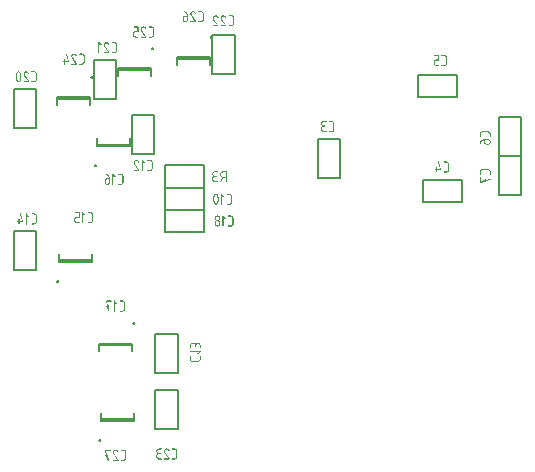
<source format=gbo>
G04*
G04 #@! TF.GenerationSoftware,Altium Limited,Altium Designer,23.11.1 (41)*
G04*
G04 Layer_Color=32896*
%FSLAX43Y43*%
%MOMM*%
G71*
G04*
G04 #@! TF.SameCoordinates,D39783C5-6E33-4812-9A3B-6E021FC33A11*
G04*
G04*
G04 #@! TF.FilePolarity,Positive*
G04*
G01*
G75*
%ADD10C,0.150*%
%ADD14C,0.200*%
%ADD15C,0.254*%
G36*
X18438Y23321D02*
X18445Y23319D01*
X18457Y23313D01*
X18462Y23309D01*
X18466Y23306D01*
X18468Y23304D01*
X18469Y23303D01*
X18654Y23119D01*
X18659Y23114D01*
X18662Y23108D01*
X18666Y23097D01*
X18667Y23093D01*
X18668Y23089D01*
Y23087D01*
Y23086D01*
X18667Y23078D01*
X18666Y23070D01*
X18661Y23058D01*
X18653Y23050D01*
X18644Y23044D01*
X18636Y23041D01*
X18628Y23039D01*
X18623Y23038D01*
X18621D01*
X18614Y23039D01*
X18607Y23040D01*
X18597Y23045D01*
X18593Y23048D01*
X18590Y23050D01*
X18589Y23051D01*
X18588Y23052D01*
X18478Y23160D01*
Y22424D01*
X18477Y22416D01*
X18476Y22409D01*
X18471Y22397D01*
X18463Y22389D01*
X18454Y22383D01*
X18446Y22380D01*
X18438Y22378D01*
X18433Y22377D01*
X18431D01*
X18423Y22378D01*
X18415Y22379D01*
X18403Y22384D01*
X18395Y22392D01*
X18389Y22401D01*
X18385Y22409D01*
X18384Y22417D01*
X18383Y22422D01*
Y22424D01*
Y23274D01*
X18384Y23282D01*
X18385Y23290D01*
X18390Y23302D01*
X18398Y23310D01*
X18407Y23316D01*
X18416Y23320D01*
X18423Y23321D01*
X18429Y23322D01*
X18431D01*
X18438Y23321D01*
D02*
G37*
G36*
X19110Y23322D02*
X19128Y23320D01*
X19144Y23317D01*
X19160Y23312D01*
X19175Y23307D01*
X19189Y23301D01*
X19201Y23295D01*
X19213Y23288D01*
X19224Y23282D01*
X19233Y23275D01*
X19241Y23269D01*
X19248Y23264D01*
X19253Y23259D01*
X19257Y23256D01*
X19259Y23254D01*
X19260Y23253D01*
X19272Y23240D01*
X19283Y23226D01*
X19292Y23212D01*
X19300Y23198D01*
X19307Y23184D01*
X19312Y23170D01*
X19317Y23156D01*
X19320Y23144D01*
X19323Y23132D01*
X19325Y23122D01*
X19327Y23112D01*
X19328Y23103D01*
X19329Y23097D01*
Y23091D01*
Y23088D01*
Y23087D01*
Y22613D01*
X19328Y22595D01*
X19326Y22577D01*
X19323Y22562D01*
X19318Y22546D01*
X19313Y22531D01*
X19307Y22517D01*
X19301Y22505D01*
X19294Y22493D01*
X19288Y22482D01*
X19282Y22473D01*
X19276Y22465D01*
X19271Y22458D01*
X19266Y22453D01*
X19263Y22449D01*
X19261Y22447D01*
X19260Y22446D01*
X19247Y22434D01*
X19233Y22423D01*
X19219Y22414D01*
X19205Y22406D01*
X19190Y22399D01*
X19176Y22394D01*
X19163Y22389D01*
X19150Y22386D01*
X19138Y22383D01*
X19127Y22381D01*
X19117Y22379D01*
X19109Y22378D01*
X19102Y22377D01*
X18903D01*
X18895Y22378D01*
X18887Y22379D01*
X18876Y22384D01*
X18867Y22392D01*
X18862Y22401D01*
X18858Y22409D01*
X18857Y22417D01*
X18856Y22422D01*
Y22424D01*
Y22432D01*
X18858Y22440D01*
X18863Y22452D01*
X18871Y22460D01*
X18879Y22466D01*
X18888Y22470D01*
X18896Y22471D01*
X18901Y22472D01*
X19092D01*
X19113Y22474D01*
X19133Y22478D01*
X19150Y22485D01*
X19165Y22493D01*
X19177Y22500D01*
X19185Y22507D01*
X19191Y22511D01*
X19193Y22513D01*
X19207Y22529D01*
X19217Y22547D01*
X19224Y22563D01*
X19229Y22578D01*
X19232Y22592D01*
X19233Y22603D01*
X19234Y22607D01*
Y22610D01*
Y22612D01*
Y22613D01*
Y23086D01*
X19232Y23107D01*
X19228Y23127D01*
X19221Y23143D01*
X19213Y23158D01*
X19206Y23170D01*
X19199Y23179D01*
X19195Y23184D01*
X19193Y23186D01*
X19177Y23200D01*
X19160Y23210D01*
X19143Y23218D01*
X19127Y23223D01*
X19113Y23226D01*
X19102Y23227D01*
X19098Y23228D01*
X18903D01*
X18895Y23229D01*
X18887Y23230D01*
X18876Y23235D01*
X18867Y23243D01*
X18862Y23252D01*
X18858Y23260D01*
X18857Y23268D01*
X18856Y23273D01*
Y23275D01*
Y23283D01*
X18858Y23291D01*
X18863Y23303D01*
X18871Y23311D01*
X18879Y23317D01*
X18888Y23321D01*
X18896Y23322D01*
X18901Y23323D01*
X19092D01*
X19110Y23322D01*
D02*
G37*
G36*
X17982Y23321D02*
X18005Y23315D01*
X18026Y23306D01*
X18045Y23295D01*
X18063Y23281D01*
X18079Y23266D01*
X18093Y23249D01*
X18106Y23233D01*
X18117Y23216D01*
X18127Y23199D01*
X18135Y23184D01*
X18141Y23170D01*
X18146Y23159D01*
X18150Y23150D01*
X18152Y23144D01*
X18153Y23143D01*
Y23142D01*
X18160Y23119D01*
X18167Y23095D01*
X18177Y23045D01*
X18184Y22996D01*
X18187Y22973D01*
X18189Y22950D01*
X18191Y22929D01*
X18192Y22910D01*
X18193Y22893D01*
Y22879D01*
X18194Y22867D01*
Y22858D01*
Y22852D01*
Y22850D01*
Y22819D01*
X18192Y22788D01*
X18190Y22759D01*
X18188Y22732D01*
X18184Y22706D01*
X18181Y22682D01*
X18177Y22659D01*
X18173Y22639D01*
X18170Y22620D01*
X18166Y22604D01*
X18162Y22590D01*
X18159Y22578D01*
X18157Y22569D01*
X18155Y22563D01*
X18153Y22558D01*
Y22557D01*
X18147Y22541D01*
X18141Y22525D01*
X18127Y22498D01*
X18112Y22474D01*
X18097Y22453D01*
X18081Y22436D01*
X18064Y22421D01*
X18048Y22409D01*
X18033Y22400D01*
X18018Y22392D01*
X18004Y22387D01*
X17991Y22383D01*
X17980Y22380D01*
X17971Y22378D01*
X17964Y22377D01*
X17958D01*
X17946Y22378D01*
X17934Y22379D01*
X17911Y22385D01*
X17890Y22394D01*
X17871Y22405D01*
X17853Y22419D01*
X17837Y22434D01*
X17823Y22450D01*
X17810Y22467D01*
X17799Y22484D01*
X17789Y22500D01*
X17781Y22515D01*
X17775Y22529D01*
X17769Y22540D01*
X17766Y22549D01*
X17764Y22555D01*
X17763Y22557D01*
X17756Y22580D01*
X17749Y22604D01*
X17739Y22654D01*
X17731Y22704D01*
X17728Y22727D01*
X17726Y22750D01*
X17724Y22771D01*
X17723Y22790D01*
X17722Y22807D01*
Y22822D01*
X17721Y22834D01*
Y22842D01*
Y22848D01*
Y22850D01*
Y22881D01*
X17723Y22911D01*
X17725Y22940D01*
X17728Y22967D01*
X17731Y22993D01*
X17734Y23017D01*
X17738Y23039D01*
X17742Y23060D01*
X17746Y23078D01*
X17750Y23095D01*
X17753Y23109D01*
X17756Y23121D01*
X17759Y23129D01*
X17761Y23136D01*
X17762Y23141D01*
X17763Y23142D01*
X17769Y23158D01*
X17775Y23174D01*
X17789Y23202D01*
X17804Y23226D01*
X17819Y23247D01*
X17835Y23264D01*
X17851Y23279D01*
X17868Y23291D01*
X17883Y23300D01*
X17898Y23308D01*
X17912Y23313D01*
X17925Y23318D01*
X17936Y23320D01*
X17945Y23322D01*
X17952Y23323D01*
X17970D01*
X17982Y23321D01*
D02*
G37*
G36*
X37298Y35054D02*
X37316Y35052D01*
X37332Y35049D01*
X37348Y35044D01*
X37363Y35039D01*
X37377Y35033D01*
X37389Y35027D01*
X37401Y35020D01*
X37412Y35014D01*
X37421Y35007D01*
X37429Y35001D01*
X37436Y34996D01*
X37441Y34991D01*
X37445Y34988D01*
X37447Y34986D01*
X37448Y34985D01*
X37460Y34972D01*
X37471Y34958D01*
X37480Y34944D01*
X37488Y34930D01*
X37495Y34916D01*
X37500Y34902D01*
X37505Y34888D01*
X37508Y34876D01*
X37511Y34864D01*
X37513Y34853D01*
X37515Y34843D01*
X37516Y34834D01*
X37517Y34828D01*
Y34822D01*
Y34819D01*
Y34818D01*
Y34345D01*
X37516Y34327D01*
X37514Y34309D01*
X37511Y34293D01*
X37506Y34277D01*
X37501Y34262D01*
X37495Y34248D01*
X37489Y34236D01*
X37482Y34224D01*
X37476Y34213D01*
X37470Y34204D01*
X37464Y34196D01*
X37459Y34189D01*
X37454Y34184D01*
X37451Y34180D01*
X37449Y34178D01*
X37448Y34177D01*
X37435Y34165D01*
X37421Y34154D01*
X37407Y34145D01*
X37393Y34137D01*
X37378Y34130D01*
X37364Y34125D01*
X37351Y34120D01*
X37338Y34117D01*
X37326Y34114D01*
X37315Y34112D01*
X37305Y34110D01*
X37297Y34109D01*
X37290Y34108D01*
X37092D01*
X37084Y34109D01*
X37076Y34110D01*
X37065Y34115D01*
X37056Y34123D01*
X37051Y34132D01*
X37047Y34140D01*
X37046Y34148D01*
X37045Y34153D01*
Y34155D01*
Y34163D01*
X37047Y34171D01*
X37052Y34183D01*
X37060Y34191D01*
X37068Y34197D01*
X37077Y34201D01*
X37085Y34202D01*
X37090Y34203D01*
X37280D01*
X37301Y34205D01*
X37321Y34209D01*
X37338Y34216D01*
X37353Y34224D01*
X37365Y34231D01*
X37373Y34238D01*
X37379Y34242D01*
X37381Y34244D01*
X37395Y34260D01*
X37405Y34278D01*
X37412Y34294D01*
X37417Y34310D01*
X37420Y34324D01*
X37421Y34335D01*
X37422Y34339D01*
Y34342D01*
Y34344D01*
Y34345D01*
Y34817D01*
X37420Y34838D01*
X37416Y34858D01*
X37409Y34875D01*
X37401Y34890D01*
X37394Y34902D01*
X37387Y34911D01*
X37383Y34916D01*
X37381Y34918D01*
X37365Y34932D01*
X37348Y34942D01*
X37331Y34950D01*
X37315Y34955D01*
X37301Y34958D01*
X37290Y34959D01*
X37286Y34960D01*
X37092D01*
X37084Y34961D01*
X37076Y34962D01*
X37065Y34967D01*
X37056Y34975D01*
X37051Y34984D01*
X37047Y34992D01*
X37046Y35000D01*
X37045Y35005D01*
Y35007D01*
Y35015D01*
X37047Y35023D01*
X37052Y35035D01*
X37060Y35043D01*
X37068Y35049D01*
X37077Y35053D01*
X37085Y35054D01*
X37090Y35055D01*
X37280D01*
X37298Y35054D01*
D02*
G37*
G36*
X36816D02*
X36823Y35053D01*
X36835Y35048D01*
X36843Y35040D01*
X36849Y35031D01*
X36852Y35022D01*
X36854Y35015D01*
X36855Y35009D01*
Y35008D01*
Y35007D01*
Y34628D01*
X36854Y34620D01*
X36853Y34613D01*
X36848Y34601D01*
X36840Y34593D01*
X36831Y34587D01*
X36823Y34584D01*
X36815Y34582D01*
X36810Y34581D01*
X36620D01*
X36599Y34579D01*
X36580Y34574D01*
X36563Y34568D01*
X36548Y34560D01*
X36536Y34552D01*
X36527Y34546D01*
X36522Y34541D01*
X36520Y34539D01*
X36506Y34523D01*
X36496Y34506D01*
X36488Y34490D01*
X36483Y34474D01*
X36480Y34460D01*
X36479Y34449D01*
X36478Y34445D01*
Y34442D01*
Y34440D01*
Y34439D01*
Y34345D01*
X36480Y34323D01*
X36485Y34304D01*
X36491Y34287D01*
X36499Y34272D01*
X36507Y34260D01*
X36513Y34251D01*
X36518Y34246D01*
X36520Y34244D01*
X36536Y34230D01*
X36553Y34220D01*
X36570Y34213D01*
X36585Y34208D01*
X36599Y34205D01*
X36610Y34204D01*
X36614Y34203D01*
X36808D01*
X36816Y34202D01*
X36823Y34201D01*
X36835Y34196D01*
X36843Y34188D01*
X36849Y34179D01*
X36852Y34170D01*
X36854Y34163D01*
X36855Y34157D01*
Y34156D01*
Y34155D01*
X36854Y34147D01*
X36853Y34140D01*
X36848Y34128D01*
X36840Y34120D01*
X36831Y34114D01*
X36823Y34111D01*
X36815Y34109D01*
X36810Y34108D01*
X36620D01*
X36602Y34109D01*
X36585Y34111D01*
X36569Y34114D01*
X36553Y34119D01*
X36538Y34124D01*
X36525Y34130D01*
X36512Y34136D01*
X36500Y34143D01*
X36490Y34149D01*
X36480Y34155D01*
X36472Y34161D01*
X36465Y34166D01*
X36460Y34171D01*
X36456Y34174D01*
X36454Y34176D01*
X36453Y34177D01*
X36441Y34190D01*
X36430Y34204D01*
X36421Y34218D01*
X36412Y34232D01*
X36406Y34247D01*
X36400Y34261D01*
X36395Y34274D01*
X36392Y34287D01*
X36389Y34299D01*
X36387Y34310D01*
X36385Y34320D01*
X36384Y34328D01*
X36383Y34335D01*
Y34341D01*
Y34344D01*
Y34345D01*
Y34439D01*
X36384Y34457D01*
X36386Y34474D01*
X36389Y34491D01*
X36394Y34506D01*
X36399Y34520D01*
X36405Y34534D01*
X36411Y34547D01*
X36418Y34559D01*
X36424Y34569D01*
X36431Y34579D01*
X36437Y34587D01*
X36442Y34594D01*
X36447Y34599D01*
X36450Y34603D01*
X36452Y34605D01*
X36453Y34606D01*
X36466Y34618D01*
X36480Y34629D01*
X36494Y34638D01*
X36508Y34647D01*
X36522Y34653D01*
X36536Y34659D01*
X36550Y34664D01*
X36562Y34667D01*
X36574Y34670D01*
X36585Y34672D01*
X36595Y34674D01*
X36604Y34675D01*
X36610Y34676D01*
X36760D01*
Y34960D01*
X36478D01*
X36470Y34961D01*
X36462Y34962D01*
X36451Y34967D01*
X36442Y34975D01*
X36437Y34984D01*
X36433Y34992D01*
X36432Y35000D01*
X36431Y35005D01*
Y35007D01*
Y35015D01*
X36433Y35023D01*
X36438Y35035D01*
X36446Y35043D01*
X36454Y35049D01*
X36463Y35053D01*
X36471Y35054D01*
X36476Y35055D01*
X36808D01*
X36816Y35054D01*
D02*
G37*
G36*
X18831Y25222D02*
X18838Y25221D01*
X18850Y25216D01*
X18858Y25208D01*
X18864Y25199D01*
X18867Y25190D01*
X18869Y25183D01*
X18870Y25177D01*
Y25176D01*
Y25175D01*
Y24324D01*
X18869Y24316D01*
X18868Y24309D01*
X18863Y24297D01*
X18855Y24289D01*
X18846Y24283D01*
X18838Y24280D01*
X18830Y24278D01*
X18825Y24277D01*
X18823D01*
X18815Y24278D01*
X18807Y24279D01*
X18795Y24284D01*
X18787Y24292D01*
X18781Y24301D01*
X18777Y24309D01*
X18776Y24317D01*
X18775Y24322D01*
Y24324D01*
Y24655D01*
X18570D01*
X18394Y24303D01*
X18388Y24294D01*
X18382Y24288D01*
X18375Y24283D01*
X18368Y24280D01*
X18361Y24278D01*
X18356Y24277D01*
X18351D01*
X18344Y24278D01*
X18338Y24279D01*
X18327Y24284D01*
X18323Y24287D01*
X18320Y24289D01*
X18319Y24290D01*
X18318Y24291D01*
X18313Y24296D01*
X18309Y24302D01*
X18307Y24308D01*
X18305Y24313D01*
X18304Y24317D01*
X18303Y24321D01*
Y24323D01*
Y24324D01*
X18304Y24332D01*
X18306Y24338D01*
X18308Y24343D01*
X18309Y24345D01*
X18475Y24675D01*
X18459Y24682D01*
X18445Y24689D01*
X18418Y24706D01*
X18395Y24725D01*
X18376Y24745D01*
X18359Y24766D01*
X18345Y24788D01*
X18334Y24811D01*
X18324Y24833D01*
X18317Y24854D01*
X18312Y24873D01*
X18308Y24891D01*
X18306Y24907D01*
X18304Y24920D01*
X18303Y24930D01*
Y24934D01*
Y24937D01*
Y24938D01*
Y24939D01*
X18304Y24961D01*
X18307Y24982D01*
X18311Y25002D01*
X18316Y25021D01*
X18322Y25038D01*
X18329Y25054D01*
X18337Y25070D01*
X18344Y25084D01*
X18352Y25096D01*
X18360Y25107D01*
X18367Y25117D01*
X18373Y25125D01*
X18378Y25132D01*
X18382Y25136D01*
X18385Y25139D01*
X18386Y25140D01*
X18402Y25155D01*
X18418Y25167D01*
X18435Y25179D01*
X18452Y25188D01*
X18469Y25196D01*
X18486Y25203D01*
X18502Y25208D01*
X18518Y25213D01*
X18532Y25216D01*
X18545Y25219D01*
X18557Y25220D01*
X18567Y25222D01*
X18576D01*
X18582Y25223D01*
X18823D01*
X18831Y25222D01*
D02*
G37*
G36*
X18075D02*
X18082Y25221D01*
X18094Y25216D01*
X18102Y25208D01*
X18108Y25199D01*
X18111Y25190D01*
X18113Y25183D01*
X18114Y25177D01*
Y25176D01*
Y25175D01*
X18113Y25167D01*
X18112Y25160D01*
X18107Y25148D01*
X18099Y25140D01*
X18090Y25134D01*
X18082Y25131D01*
X18074Y25129D01*
X18069Y25128D01*
X17878D01*
X17857Y25126D01*
X17837Y25121D01*
X17820Y25115D01*
X17805Y25107D01*
X17793Y25099D01*
X17784Y25093D01*
X17779Y25088D01*
X17777Y25086D01*
X17763Y25070D01*
X17753Y25053D01*
X17745Y25036D01*
X17740Y25021D01*
X17737Y25008D01*
X17736Y24997D01*
X17735Y24993D01*
Y24990D01*
Y24988D01*
Y24987D01*
X17737Y24965D01*
X17742Y24946D01*
X17748Y24929D01*
X17756Y24914D01*
X17764Y24902D01*
X17770Y24893D01*
X17775Y24888D01*
X17777Y24886D01*
X17793Y24872D01*
X17810Y24862D01*
X17827Y24855D01*
X17843Y24850D01*
X17857Y24847D01*
X17868Y24846D01*
X17872Y24845D01*
X17972D01*
X17980Y24844D01*
X17988Y24843D01*
X18000Y24838D01*
X18008Y24830D01*
X18014Y24821D01*
X18017Y24812D01*
X18019Y24805D01*
X18020Y24799D01*
Y24798D01*
Y24797D01*
X18019Y24789D01*
X18018Y24782D01*
X18012Y24770D01*
X18005Y24762D01*
X17996Y24756D01*
X17987Y24753D01*
X17979Y24751D01*
X17974Y24750D01*
X17878D01*
X17857Y24748D01*
X17837Y24743D01*
X17820Y24737D01*
X17805Y24729D01*
X17793Y24721D01*
X17784Y24715D01*
X17779Y24710D01*
X17777Y24708D01*
X17763Y24692D01*
X17753Y24675D01*
X17745Y24658D01*
X17740Y24642D01*
X17737Y24628D01*
X17736Y24617D01*
X17735Y24613D01*
Y24610D01*
Y24608D01*
Y24607D01*
Y24513D01*
X17737Y24491D01*
X17742Y24472D01*
X17748Y24456D01*
X17756Y24441D01*
X17764Y24429D01*
X17770Y24420D01*
X17775Y24415D01*
X17777Y24413D01*
X17793Y24399D01*
X17810Y24389D01*
X17827Y24382D01*
X17843Y24377D01*
X17857Y24374D01*
X17868Y24373D01*
X17872Y24372D01*
X18067D01*
X18075Y24371D01*
X18082Y24370D01*
X18094Y24365D01*
X18102Y24357D01*
X18108Y24348D01*
X18111Y24339D01*
X18113Y24332D01*
X18114Y24326D01*
Y24325D01*
Y24324D01*
X18113Y24316D01*
X18112Y24309D01*
X18107Y24297D01*
X18099Y24289D01*
X18090Y24283D01*
X18082Y24280D01*
X18074Y24278D01*
X18069Y24277D01*
X17878D01*
X17860Y24278D01*
X17843Y24280D01*
X17826Y24283D01*
X17810Y24288D01*
X17796Y24293D01*
X17782Y24299D01*
X17769Y24305D01*
X17757Y24312D01*
X17747Y24318D01*
X17737Y24324D01*
X17729Y24330D01*
X17722Y24335D01*
X17717Y24340D01*
X17713Y24343D01*
X17711Y24345D01*
X17710Y24346D01*
X17698Y24359D01*
X17687Y24373D01*
X17678Y24387D01*
X17669Y24401D01*
X17663Y24416D01*
X17657Y24430D01*
X17652Y24443D01*
X17649Y24456D01*
X17646Y24468D01*
X17644Y24478D01*
X17642Y24488D01*
X17641Y24496D01*
X17640Y24503D01*
Y24509D01*
Y24512D01*
Y24513D01*
Y24607D01*
X17641Y24629D01*
X17644Y24649D01*
X17649Y24668D01*
X17655Y24687D01*
X17662Y24703D01*
X17670Y24719D01*
X17679Y24733D01*
X17687Y24746D01*
X17696Y24758D01*
X17705Y24768D01*
X17713Y24777D01*
X17720Y24784D01*
X17726Y24790D01*
X17731Y24794D01*
X17734Y24796D01*
X17735Y24797D01*
X17718Y24811D01*
X17704Y24826D01*
X17691Y24841D01*
X17680Y24857D01*
X17671Y24873D01*
X17663Y24889D01*
X17657Y24904D01*
X17652Y24919D01*
X17648Y24933D01*
X17645Y24946D01*
X17643Y24957D01*
X17641Y24967D01*
Y24976D01*
X17640Y24982D01*
Y24986D01*
Y24987D01*
X17641Y25005D01*
X17643Y25022D01*
X17646Y25037D01*
X17651Y25053D01*
X17656Y25068D01*
X17662Y25081D01*
X17668Y25094D01*
X17675Y25106D01*
X17681Y25116D01*
X17688Y25126D01*
X17694Y25134D01*
X17699Y25141D01*
X17704Y25146D01*
X17707Y25150D01*
X17709Y25152D01*
X17710Y25153D01*
X17723Y25165D01*
X17737Y25176D01*
X17751Y25185D01*
X17765Y25194D01*
X17780Y25200D01*
X17793Y25206D01*
X17807Y25211D01*
X17820Y25214D01*
X17832Y25217D01*
X17843Y25219D01*
X17853Y25221D01*
X17861Y25222D01*
X17868Y25223D01*
X18067D01*
X18075Y25222D01*
D02*
G37*
G36*
X9501Y1646D02*
X9526Y1641D01*
X9550Y1632D01*
X9572Y1621D01*
X9593Y1608D01*
X9612Y1594D01*
X9629Y1578D01*
X9645Y1563D01*
X9659Y1547D01*
X9672Y1531D01*
X9682Y1517D01*
X9691Y1504D01*
X9698Y1493D01*
X9703Y1484D01*
X9706Y1479D01*
X9707Y1478D01*
Y1477D01*
X9710Y1471D01*
X9711Y1465D01*
X9712Y1460D01*
Y1459D01*
Y1459D01*
X9711Y1451D01*
X9710Y1443D01*
X9704Y1431D01*
X9697Y1423D01*
X9688Y1417D01*
X9679Y1414D01*
X9671Y1412D01*
X9666Y1411D01*
X9664D01*
X9654Y1412D01*
X9646Y1415D01*
X9639Y1418D01*
X9633Y1423D01*
X9629Y1427D01*
X9625Y1430D01*
X9624Y1433D01*
X9623Y1434D01*
X9610Y1454D01*
X9597Y1473D01*
X9584Y1489D01*
X9571Y1502D01*
X9559Y1514D01*
X9546Y1524D01*
X9535Y1532D01*
X9523Y1538D01*
X9513Y1543D01*
X9504Y1547D01*
X9496Y1549D01*
X9489Y1551D01*
X9483Y1552D01*
X9479Y1553D01*
X9476D01*
X9455Y1551D01*
X9435Y1546D01*
X9418Y1540D01*
X9404Y1532D01*
X9392Y1524D01*
X9383Y1518D01*
X9378Y1513D01*
X9376Y1511D01*
X9362Y1495D01*
X9352Y1478D01*
X9344Y1461D01*
X9339Y1446D01*
X9336Y1432D01*
X9335Y1421D01*
X9334Y1417D01*
Y1414D01*
Y1412D01*
Y1411D01*
X9335Y1396D01*
X9338Y1382D01*
X9341Y1369D01*
X9345Y1357D01*
X9350Y1347D01*
X9353Y1340D01*
X9356Y1335D01*
X9357Y1333D01*
X9704Y776D01*
X9709Y766D01*
X9711Y758D01*
X9712Y751D01*
Y750D01*
Y749D01*
X9711Y741D01*
X9710Y734D01*
X9704Y722D01*
X9697Y714D01*
X9688Y708D01*
X9679Y705D01*
X9671Y703D01*
X9666Y702D01*
X9286D01*
X9278Y703D01*
X9270Y704D01*
X9259Y709D01*
X9250Y717D01*
X9245Y726D01*
X9241Y734D01*
X9240Y742D01*
X9239Y747D01*
Y749D01*
Y757D01*
X9241Y765D01*
X9246Y777D01*
X9254Y785D01*
X9262Y791D01*
X9271Y795D01*
X9279Y796D01*
X9284Y797D01*
X9580D01*
X9282Y1275D01*
X9274Y1288D01*
X9268Y1301D01*
X9257Y1326D01*
X9249Y1349D01*
X9244Y1369D01*
X9243Y1379D01*
X9241Y1387D01*
X9240Y1394D01*
Y1400D01*
X9239Y1405D01*
Y1409D01*
Y1411D01*
Y1412D01*
X9240Y1430D01*
X9242Y1447D01*
X9245Y1463D01*
X9250Y1478D01*
X9255Y1493D01*
X9261Y1507D01*
X9267Y1520D01*
X9274Y1531D01*
X9280Y1542D01*
X9287Y1551D01*
X9293Y1559D01*
X9298Y1566D01*
X9303Y1571D01*
X9306Y1575D01*
X9308Y1577D01*
X9309Y1578D01*
X9322Y1590D01*
X9336Y1601D01*
X9350Y1610D01*
X9364Y1619D01*
X9378Y1625D01*
X9392Y1631D01*
X9406Y1636D01*
X9418Y1639D01*
X9430Y1642D01*
X9441Y1644D01*
X9451Y1646D01*
X9460Y1647D01*
X9466Y1648D01*
X9488D01*
X9501Y1646D01*
D02*
G37*
G36*
X10154Y1647D02*
X10172Y1645D01*
X10188Y1642D01*
X10204Y1637D01*
X10219Y1632D01*
X10233Y1626D01*
X10245Y1620D01*
X10257Y1613D01*
X10268Y1607D01*
X10277Y1600D01*
X10285Y1594D01*
X10292Y1589D01*
X10297Y1584D01*
X10301Y1581D01*
X10303Y1579D01*
X10304Y1578D01*
X10316Y1565D01*
X10327Y1551D01*
X10336Y1537D01*
X10344Y1523D01*
X10351Y1509D01*
X10356Y1495D01*
X10361Y1481D01*
X10364Y1469D01*
X10367Y1457D01*
X10369Y1447D01*
X10371Y1437D01*
X10372Y1428D01*
X10373Y1422D01*
Y1416D01*
Y1413D01*
Y1412D01*
Y938D01*
X10372Y920D01*
X10370Y902D01*
X10367Y887D01*
X10362Y871D01*
X10357Y856D01*
X10351Y842D01*
X10345Y830D01*
X10338Y818D01*
X10332Y807D01*
X10326Y798D01*
X10320Y790D01*
X10315Y783D01*
X10310Y778D01*
X10307Y774D01*
X10305Y772D01*
X10304Y771D01*
X10291Y759D01*
X10277Y748D01*
X10263Y739D01*
X10249Y731D01*
X10234Y724D01*
X10220Y719D01*
X10207Y714D01*
X10194Y711D01*
X10182Y708D01*
X10171Y706D01*
X10161Y704D01*
X10153Y703D01*
X10146Y702D01*
X9948D01*
X9940Y703D01*
X9932Y704D01*
X9921Y709D01*
X9912Y717D01*
X9907Y726D01*
X9903Y734D01*
X9902Y742D01*
X9901Y747D01*
Y749D01*
Y757D01*
X9903Y765D01*
X9908Y777D01*
X9916Y785D01*
X9924Y791D01*
X9933Y795D01*
X9941Y796D01*
X9946Y797D01*
X10136D01*
X10157Y799D01*
X10177Y803D01*
X10194Y810D01*
X10209Y818D01*
X10221Y825D01*
X10229Y832D01*
X10235Y836D01*
X10237Y838D01*
X10251Y854D01*
X10261Y872D01*
X10268Y888D01*
X10273Y903D01*
X10276Y917D01*
X10277Y928D01*
X10278Y932D01*
Y935D01*
Y937D01*
Y938D01*
Y1411D01*
X10276Y1432D01*
X10272Y1452D01*
X10265Y1468D01*
X10257Y1483D01*
X10250Y1495D01*
X10243Y1504D01*
X10239Y1509D01*
X10237Y1511D01*
X10221Y1525D01*
X10204Y1535D01*
X10187Y1543D01*
X10171Y1548D01*
X10157Y1551D01*
X10146Y1552D01*
X10142Y1553D01*
X9948D01*
X9940Y1554D01*
X9932Y1555D01*
X9921Y1560D01*
X9912Y1568D01*
X9907Y1577D01*
X9903Y1585D01*
X9902Y1593D01*
X9901Y1598D01*
Y1600D01*
Y1608D01*
X9903Y1616D01*
X9908Y1628D01*
X9916Y1636D01*
X9924Y1642D01*
X9933Y1646D01*
X9941Y1647D01*
X9946Y1648D01*
X10136D01*
X10154Y1647D01*
D02*
G37*
G36*
X9011D02*
X9018Y1646D01*
X9030Y1641D01*
X9038Y1633D01*
X9044Y1624D01*
X9047Y1615D01*
X9049Y1608D01*
X9050Y1602D01*
Y1601D01*
Y1600D01*
X9049Y1592D01*
X9048Y1585D01*
X9043Y1573D01*
X9035Y1565D01*
X9026Y1559D01*
X9018Y1556D01*
X9010Y1554D01*
X9005Y1553D01*
X8684D01*
X8758Y1222D01*
X8814D01*
X8822Y1221D01*
X8829Y1220D01*
X8841Y1215D01*
X8849Y1207D01*
X8855Y1198D01*
X8858Y1189D01*
X8860Y1182D01*
X8861Y1176D01*
Y1175D01*
Y1174D01*
X8860Y1166D01*
X8859Y1159D01*
X8854Y1147D01*
X8846Y1139D01*
X8837Y1133D01*
X8829Y1130D01*
X8821Y1128D01*
X8816Y1127D01*
X8779D01*
X8860Y760D01*
X8861Y757D01*
Y753D01*
Y750D01*
Y749D01*
X8860Y741D01*
X8859Y734D01*
X8853Y722D01*
X8846Y714D01*
X8837Y708D01*
X8828Y705D01*
X8820Y703D01*
X8815Y702D01*
X8813D01*
X8801Y704D01*
X8791Y708D01*
X8783Y714D01*
X8777Y721D01*
X8773Y727D01*
X8770Y733D01*
X8768Y737D01*
Y739D01*
X8682Y1127D01*
X8625D01*
X8617Y1128D01*
X8609Y1129D01*
X8597Y1134D01*
X8589Y1142D01*
X8583Y1151D01*
X8579Y1159D01*
X8578Y1167D01*
X8577Y1172D01*
Y1174D01*
X8578Y1182D01*
X8579Y1190D01*
X8584Y1202D01*
X8592Y1210D01*
X8601Y1216D01*
X8610Y1220D01*
X8617Y1221D01*
X8623Y1222D01*
X8661D01*
X8579Y1590D01*
X8578Y1595D01*
X8577Y1599D01*
Y1601D01*
Y1602D01*
X8578Y1610D01*
X8579Y1617D01*
X8585Y1629D01*
X8593Y1637D01*
X8601Y1642D01*
X8610Y1646D01*
X8618Y1647D01*
X8623Y1648D01*
X9003D01*
X9011Y1647D01*
D02*
G37*
G36*
X16051Y38771D02*
X16076Y38766D01*
X16100Y38757D01*
X16122Y38746D01*
X16143Y38733D01*
X16162Y38719D01*
X16179Y38703D01*
X16195Y38688D01*
X16209Y38672D01*
X16222Y38656D01*
X16232Y38642D01*
X16241Y38629D01*
X16248Y38618D01*
X16253Y38609D01*
X16256Y38604D01*
X16257Y38603D01*
Y38602D01*
X16260Y38596D01*
X16261Y38590D01*
X16262Y38585D01*
Y38584D01*
Y38583D01*
X16261Y38576D01*
X16260Y38568D01*
X16254Y38556D01*
X16247Y38548D01*
X16238Y38542D01*
X16229Y38539D01*
X16221Y38537D01*
X16216Y38536D01*
X16214D01*
X16204Y38537D01*
X16196Y38540D01*
X16189Y38543D01*
X16183Y38548D01*
X16179Y38552D01*
X16175Y38555D01*
X16174Y38558D01*
X16173Y38559D01*
X16160Y38579D01*
X16147Y38598D01*
X16134Y38614D01*
X16121Y38627D01*
X16109Y38639D01*
X16096Y38649D01*
X16085Y38657D01*
X16073Y38663D01*
X16063Y38668D01*
X16054Y38672D01*
X16046Y38674D01*
X16039Y38676D01*
X16033Y38677D01*
X16029Y38678D01*
X16025D01*
X16005Y38676D01*
X15985Y38671D01*
X15968Y38665D01*
X15954Y38657D01*
X15942Y38649D01*
X15933Y38643D01*
X15928Y38638D01*
X15926Y38636D01*
X15912Y38620D01*
X15902Y38603D01*
X15894Y38586D01*
X15889Y38571D01*
X15886Y38557D01*
X15885Y38546D01*
X15884Y38542D01*
Y38539D01*
Y38537D01*
Y38536D01*
X15885Y38521D01*
X15888Y38507D01*
X15891Y38494D01*
X15895Y38482D01*
X15900Y38472D01*
X15903Y38465D01*
X15906Y38460D01*
X15907Y38458D01*
X16254Y37901D01*
X16259Y37891D01*
X16261Y37883D01*
X16262Y37876D01*
Y37875D01*
Y37874D01*
X16261Y37866D01*
X16260Y37859D01*
X16254Y37847D01*
X16247Y37839D01*
X16238Y37833D01*
X16229Y37830D01*
X16221Y37828D01*
X16216Y37827D01*
X15836D01*
X15828Y37828D01*
X15820Y37829D01*
X15809Y37834D01*
X15800Y37842D01*
X15795Y37851D01*
X15791Y37859D01*
X15790Y37867D01*
X15789Y37872D01*
Y37874D01*
Y37882D01*
X15791Y37890D01*
X15796Y37902D01*
X15804Y37910D01*
X15812Y37916D01*
X15821Y37920D01*
X15829Y37921D01*
X15834Y37922D01*
X16130D01*
X15832Y38400D01*
X15824Y38413D01*
X15818Y38426D01*
X15807Y38451D01*
X15799Y38474D01*
X15794Y38494D01*
X15793Y38504D01*
X15791Y38512D01*
X15790Y38519D01*
Y38525D01*
X15789Y38530D01*
Y38534D01*
Y38536D01*
Y38537D01*
X15790Y38555D01*
X15792Y38572D01*
X15795Y38588D01*
X15800Y38603D01*
X15805Y38618D01*
X15811Y38632D01*
X15817Y38645D01*
X15824Y38656D01*
X15830Y38667D01*
X15837Y38676D01*
X15843Y38684D01*
X15848Y38691D01*
X15853Y38696D01*
X15856Y38700D01*
X15858Y38702D01*
X15859Y38703D01*
X15872Y38715D01*
X15886Y38726D01*
X15900Y38735D01*
X15914Y38744D01*
X15928Y38750D01*
X15942Y38756D01*
X15956Y38761D01*
X15968Y38764D01*
X15980Y38767D01*
X15991Y38769D01*
X16001Y38771D01*
X16010Y38772D01*
X16016Y38773D01*
X16038D01*
X16051Y38771D01*
D02*
G37*
G36*
X16704Y38772D02*
X16722Y38770D01*
X16738Y38767D01*
X16754Y38762D01*
X16769Y38757D01*
X16783Y38751D01*
X16795Y38745D01*
X16807Y38738D01*
X16818Y38732D01*
X16827Y38725D01*
X16835Y38719D01*
X16842Y38714D01*
X16847Y38709D01*
X16851Y38706D01*
X16853Y38704D01*
X16854Y38703D01*
X16866Y38690D01*
X16877Y38676D01*
X16886Y38662D01*
X16894Y38648D01*
X16901Y38634D01*
X16906Y38620D01*
X16911Y38606D01*
X16914Y38594D01*
X16917Y38583D01*
X16919Y38572D01*
X16921Y38562D01*
X16922Y38553D01*
X16923Y38547D01*
Y38541D01*
Y38538D01*
Y38537D01*
Y38063D01*
X16922Y38045D01*
X16920Y38027D01*
X16917Y38012D01*
X16912Y37996D01*
X16907Y37981D01*
X16901Y37967D01*
X16895Y37955D01*
X16888Y37943D01*
X16882Y37932D01*
X16876Y37923D01*
X16870Y37915D01*
X16865Y37908D01*
X16860Y37903D01*
X16857Y37899D01*
X16855Y37897D01*
X16854Y37896D01*
X16841Y37884D01*
X16827Y37873D01*
X16813Y37864D01*
X16799Y37856D01*
X16784Y37849D01*
X16770Y37844D01*
X16757Y37839D01*
X16744Y37836D01*
X16732Y37833D01*
X16721Y37831D01*
X16711Y37829D01*
X16703Y37828D01*
X16696Y37827D01*
X16498D01*
X16490Y37828D01*
X16482Y37829D01*
X16471Y37834D01*
X16462Y37842D01*
X16457Y37851D01*
X16453Y37859D01*
X16452Y37867D01*
X16451Y37872D01*
Y37874D01*
Y37882D01*
X16453Y37890D01*
X16458Y37902D01*
X16466Y37910D01*
X16474Y37916D01*
X16483Y37920D01*
X16491Y37921D01*
X16496Y37922D01*
X16686D01*
X16707Y37924D01*
X16727Y37928D01*
X16744Y37935D01*
X16759Y37943D01*
X16771Y37950D01*
X16779Y37957D01*
X16785Y37961D01*
X16787Y37963D01*
X16801Y37979D01*
X16811Y37997D01*
X16818Y38013D01*
X16823Y38028D01*
X16826Y38042D01*
X16827Y38053D01*
X16828Y38057D01*
Y38060D01*
Y38062D01*
Y38063D01*
Y38536D01*
X16826Y38557D01*
X16822Y38577D01*
X16815Y38593D01*
X16807Y38608D01*
X16800Y38620D01*
X16793Y38629D01*
X16789Y38634D01*
X16787Y38636D01*
X16771Y38650D01*
X16754Y38660D01*
X16737Y38668D01*
X16721Y38673D01*
X16707Y38676D01*
X16696Y38677D01*
X16692Y38678D01*
X16498D01*
X16490Y38679D01*
X16482Y38680D01*
X16471Y38685D01*
X16462Y38693D01*
X16457Y38702D01*
X16453Y38710D01*
X16452Y38718D01*
X16451Y38723D01*
Y38725D01*
Y38733D01*
X16453Y38741D01*
X16458Y38753D01*
X16466Y38761D01*
X16474Y38767D01*
X16483Y38771D01*
X16491Y38772D01*
X16496Y38773D01*
X16686D01*
X16704Y38772D01*
D02*
G37*
G36*
X15283Y38770D02*
X15297Y38767D01*
X15303Y38765D01*
X15308Y38763D01*
X15312Y38762D01*
X15313Y38761D01*
X15331Y38753D01*
X15349Y38744D01*
X15383Y38723D01*
X15413Y38701D01*
X15427Y38690D01*
X15440Y38679D01*
X15452Y38669D01*
X15462Y38659D01*
X15471Y38650D01*
X15478Y38642D01*
X15485Y38636D01*
X15489Y38631D01*
X15492Y38628D01*
X15493Y38627D01*
X15512Y38604D01*
X15528Y38581D01*
X15542Y38557D01*
X15554Y38533D01*
X15565Y38509D01*
X15573Y38486D01*
X15580Y38463D01*
X15586Y38442D01*
X15590Y38422D01*
X15593Y38403D01*
X15596Y38387D01*
X15597Y38373D01*
X15598Y38362D01*
X15599Y38353D01*
Y38348D01*
Y38346D01*
Y38061D01*
X15598Y38043D01*
X15596Y38026D01*
X15593Y38010D01*
X15588Y37995D01*
X15583Y37980D01*
X15577Y37966D01*
X15571Y37953D01*
X15565Y37942D01*
X15559Y37931D01*
X15552Y37922D01*
X15547Y37914D01*
X15542Y37907D01*
X15537Y37902D01*
X15534Y37898D01*
X15532Y37896D01*
X15531Y37895D01*
X15518Y37883D01*
X15504Y37873D01*
X15490Y37864D01*
X15476Y37856D01*
X15462Y37849D01*
X15448Y37844D01*
X15422Y37836D01*
X15410Y37833D01*
X15399Y37831D01*
X15389Y37829D01*
X15381Y37828D01*
X15374Y37827D01*
X15364D01*
X15346Y37828D01*
X15329Y37830D01*
X15312Y37833D01*
X15297Y37838D01*
X15282Y37843D01*
X15268Y37849D01*
X15255Y37855D01*
X15244Y37861D01*
X15233Y37867D01*
X15224Y37874D01*
X15216Y37879D01*
X15209Y37884D01*
X15204Y37889D01*
X15200Y37892D01*
X15198Y37894D01*
X15197Y37895D01*
X15185Y37908D01*
X15174Y37922D01*
X15165Y37936D01*
X15156Y37951D01*
X15150Y37965D01*
X15144Y37979D01*
X15139Y37992D01*
X15136Y38005D01*
X15133Y38018D01*
X15131Y38028D01*
X15129Y38038D01*
X15128Y38046D01*
X15127Y38053D01*
Y38059D01*
Y38062D01*
Y38063D01*
Y38157D01*
X15128Y38175D01*
X15130Y38193D01*
X15133Y38210D01*
X15138Y38226D01*
X15143Y38241D01*
X15148Y38254D01*
X15155Y38267D01*
X15161Y38279D01*
X15167Y38290D01*
X15173Y38299D01*
X15179Y38307D01*
X15184Y38314D01*
X15189Y38319D01*
X15192Y38323D01*
X15194Y38325D01*
X15195Y38326D01*
X15208Y38338D01*
X15222Y38349D01*
X15236Y38358D01*
X15250Y38366D01*
X15264Y38373D01*
X15278Y38378D01*
X15292Y38383D01*
X15304Y38386D01*
X15317Y38389D01*
X15328Y38391D01*
X15338Y38393D01*
X15346Y38394D01*
X15353Y38395D01*
X15500D01*
X15498Y38411D01*
X15494Y38426D01*
X15485Y38456D01*
X15473Y38484D01*
X15462Y38508D01*
X15455Y38519D01*
X15449Y38529D01*
X15444Y38537D01*
X15439Y38545D01*
X15435Y38550D01*
X15432Y38555D01*
X15430Y38557D01*
X15429Y38558D01*
X15414Y38576D01*
X15399Y38591D01*
X15383Y38606D01*
X15367Y38619D01*
X15352Y38631D01*
X15337Y38641D01*
X15322Y38650D01*
X15308Y38658D01*
X15295Y38664D01*
X15283Y38670D01*
X15273Y38674D01*
X15264Y38677D01*
X15256Y38680D01*
X15251Y38682D01*
X15247Y38683D01*
X15246D01*
X15238Y38687D01*
X15232Y38692D01*
X15228Y38699D01*
X15225Y38706D01*
X15223Y38713D01*
X15222Y38718D01*
Y38723D01*
Y38724D01*
X15223Y38732D01*
X15224Y38740D01*
X15229Y38752D01*
X15237Y38760D01*
X15246Y38766D01*
X15255Y38770D01*
X15262Y38771D01*
X15268Y38772D01*
X15276D01*
X15283Y38770D01*
D02*
G37*
G36*
X11854Y37470D02*
X11879Y37465D01*
X11903Y37456D01*
X11925Y37445D01*
X11946Y37432D01*
X11965Y37418D01*
X11982Y37402D01*
X11998Y37387D01*
X12012Y37371D01*
X12025Y37355D01*
X12035Y37341D01*
X12044Y37328D01*
X12051Y37317D01*
X12056Y37308D01*
X12059Y37303D01*
X12060Y37302D01*
Y37301D01*
X12063Y37295D01*
X12064Y37289D01*
X12065Y37284D01*
Y37283D01*
Y37282D01*
X12064Y37274D01*
X12063Y37266D01*
X12057Y37254D01*
X12050Y37246D01*
X12041Y37240D01*
X12032Y37237D01*
X12024Y37235D01*
X12019Y37234D01*
X12017D01*
X12007Y37235D01*
X11999Y37238D01*
X11992Y37241D01*
X11986Y37246D01*
X11982Y37250D01*
X11978Y37253D01*
X11977Y37256D01*
X11976Y37257D01*
X11963Y37278D01*
X11950Y37297D01*
X11937Y37313D01*
X11924Y37326D01*
X11912Y37338D01*
X11899Y37348D01*
X11888Y37356D01*
X11876Y37362D01*
X11866Y37367D01*
X11857Y37371D01*
X11849Y37373D01*
X11842Y37375D01*
X11836Y37376D01*
X11832Y37377D01*
X11828D01*
X11807Y37375D01*
X11787Y37370D01*
X11770Y37364D01*
X11756Y37356D01*
X11744Y37348D01*
X11735Y37342D01*
X11730Y37337D01*
X11728Y37335D01*
X11714Y37319D01*
X11704Y37302D01*
X11696Y37285D01*
X11691Y37269D01*
X11688Y37255D01*
X11687Y37244D01*
X11686Y37240D01*
Y37237D01*
Y37235D01*
Y37234D01*
X11687Y37219D01*
X11690Y37205D01*
X11693Y37192D01*
X11697Y37180D01*
X11702Y37170D01*
X11705Y37163D01*
X11708Y37158D01*
X11709Y37156D01*
X12057Y36599D01*
X12062Y36589D01*
X12064Y36581D01*
X12065Y36574D01*
Y36573D01*
Y36572D01*
X12064Y36564D01*
X12063Y36557D01*
X12057Y36545D01*
X12050Y36537D01*
X12041Y36531D01*
X12032Y36528D01*
X12024Y36526D01*
X12019Y36525D01*
X11638D01*
X11630Y36526D01*
X11622Y36527D01*
X11611Y36532D01*
X11602Y36540D01*
X11597Y36549D01*
X11593Y36557D01*
X11592Y36565D01*
X11591Y36570D01*
Y36572D01*
Y36580D01*
X11593Y36588D01*
X11598Y36600D01*
X11606Y36608D01*
X11614Y36614D01*
X11623Y36618D01*
X11631Y36619D01*
X11636Y36620D01*
X11933D01*
X11634Y37098D01*
X11626Y37111D01*
X11620Y37124D01*
X11609Y37149D01*
X11601Y37172D01*
X11596Y37192D01*
X11595Y37202D01*
X11593Y37210D01*
X11592Y37217D01*
Y37223D01*
X11591Y37228D01*
Y37232D01*
Y37234D01*
Y37235D01*
X11592Y37253D01*
X11594Y37270D01*
X11597Y37287D01*
X11602Y37302D01*
X11607Y37317D01*
X11613Y37331D01*
X11619Y37344D01*
X11626Y37355D01*
X11632Y37366D01*
X11639Y37375D01*
X11645Y37383D01*
X11650Y37390D01*
X11655Y37395D01*
X11658Y37399D01*
X11660Y37401D01*
X11661Y37402D01*
X11674Y37414D01*
X11688Y37425D01*
X11702Y37434D01*
X11716Y37443D01*
X11730Y37449D01*
X11744Y37455D01*
X11758Y37460D01*
X11770Y37463D01*
X11782Y37466D01*
X11793Y37468D01*
X11803Y37470D01*
X11812Y37471D01*
X11818Y37472D01*
X11841D01*
X11854Y37470D01*
D02*
G37*
G36*
X12507Y37471D02*
X12525Y37469D01*
X12541Y37466D01*
X12557Y37461D01*
X12572Y37456D01*
X12586Y37450D01*
X12598Y37444D01*
X12610Y37437D01*
X12621Y37431D01*
X12630Y37424D01*
X12638Y37418D01*
X12645Y37413D01*
X12650Y37408D01*
X12654Y37405D01*
X12656Y37403D01*
X12657Y37402D01*
X12668Y37389D01*
X12679Y37375D01*
X12688Y37361D01*
X12696Y37347D01*
X12703Y37333D01*
X12708Y37319D01*
X12713Y37305D01*
X12716Y37293D01*
X12719Y37281D01*
X12721Y37270D01*
X12723Y37260D01*
X12724Y37251D01*
X12725Y37245D01*
Y37239D01*
Y37236D01*
Y37235D01*
Y36762D01*
X12724Y36744D01*
X12722Y36726D01*
X12719Y36710D01*
X12714Y36694D01*
X12709Y36679D01*
X12703Y36665D01*
X12697Y36653D01*
X12690Y36641D01*
X12684Y36630D01*
X12678Y36621D01*
X12672Y36613D01*
X12667Y36606D01*
X12663Y36601D01*
X12660Y36597D01*
X12658Y36595D01*
X12657Y36594D01*
X12644Y36582D01*
X12630Y36571D01*
X12616Y36562D01*
X12602Y36554D01*
X12587Y36547D01*
X12573Y36542D01*
X12560Y36537D01*
X12547Y36534D01*
X12535Y36531D01*
X12524Y36529D01*
X12514Y36527D01*
X12506Y36526D01*
X12499Y36525D01*
X12300D01*
X12292Y36526D01*
X12284Y36527D01*
X12273Y36532D01*
X12264Y36540D01*
X12259Y36549D01*
X12255Y36557D01*
X12254Y36565D01*
X12253Y36570D01*
Y36572D01*
Y36580D01*
X12255Y36588D01*
X12260Y36600D01*
X12268Y36608D01*
X12276Y36614D01*
X12285Y36618D01*
X12293Y36619D01*
X12298Y36620D01*
X12489D01*
X12510Y36622D01*
X12530Y36626D01*
X12547Y36633D01*
X12562Y36641D01*
X12574Y36648D01*
X12582Y36655D01*
X12588Y36659D01*
X12590Y36661D01*
X12604Y36677D01*
X12614Y36695D01*
X12621Y36711D01*
X12626Y36727D01*
X12629Y36741D01*
X12630Y36752D01*
X12631Y36756D01*
Y36759D01*
Y36761D01*
Y36762D01*
Y37234D01*
X12629Y37255D01*
X12625Y37275D01*
X12618Y37292D01*
X12610Y37307D01*
X12603Y37319D01*
X12596Y37328D01*
X12592Y37333D01*
X12590Y37335D01*
X12574Y37349D01*
X12557Y37359D01*
X12540Y37367D01*
X12524Y37372D01*
X12510Y37375D01*
X12499Y37376D01*
X12495Y37377D01*
X12300D01*
X12292Y37378D01*
X12284Y37379D01*
X12273Y37384D01*
X12264Y37392D01*
X12259Y37401D01*
X12255Y37409D01*
X12254Y37417D01*
X12253Y37422D01*
Y37424D01*
Y37432D01*
X12255Y37440D01*
X12260Y37452D01*
X12268Y37460D01*
X12276Y37466D01*
X12285Y37470D01*
X12293Y37471D01*
X12298Y37472D01*
X12489D01*
X12507Y37471D01*
D02*
G37*
G36*
X11363D02*
X11370Y37470D01*
X11382Y37465D01*
X11390Y37457D01*
X11396Y37448D01*
X11399Y37439D01*
X11401Y37432D01*
X11402Y37426D01*
Y37425D01*
Y37424D01*
Y37045D01*
X11401Y37037D01*
X11400Y37030D01*
X11395Y37018D01*
X11387Y37010D01*
X11378Y37004D01*
X11370Y37001D01*
X11362Y36999D01*
X11357Y36998D01*
X11166D01*
X11145Y36996D01*
X11126Y36991D01*
X11109Y36985D01*
X11094Y36977D01*
X11082Y36969D01*
X11073Y36963D01*
X11068Y36958D01*
X11066Y36956D01*
X11052Y36940D01*
X11042Y36923D01*
X11034Y36907D01*
X11029Y36891D01*
X11026Y36877D01*
X11025Y36866D01*
X11024Y36862D01*
Y36859D01*
Y36857D01*
Y36856D01*
Y36762D01*
X11026Y36740D01*
X11031Y36721D01*
X11037Y36704D01*
X11045Y36689D01*
X11053Y36677D01*
X11059Y36668D01*
X11064Y36663D01*
X11066Y36661D01*
X11082Y36647D01*
X11099Y36637D01*
X11116Y36630D01*
X11131Y36625D01*
X11145Y36622D01*
X11156Y36621D01*
X11160Y36620D01*
X11355D01*
X11363Y36619D01*
X11370Y36618D01*
X11382Y36613D01*
X11390Y36605D01*
X11396Y36596D01*
X11399Y36587D01*
X11401Y36580D01*
X11402Y36574D01*
Y36573D01*
Y36572D01*
X11401Y36564D01*
X11400Y36557D01*
X11395Y36545D01*
X11387Y36537D01*
X11378Y36531D01*
X11370Y36528D01*
X11362Y36526D01*
X11357Y36525D01*
X11166D01*
X11148Y36526D01*
X11131Y36528D01*
X11115Y36531D01*
X11099Y36536D01*
X11084Y36541D01*
X11071Y36547D01*
X11058Y36553D01*
X11046Y36560D01*
X11036Y36566D01*
X11026Y36572D01*
X11018Y36578D01*
X11011Y36583D01*
X11006Y36588D01*
X11002Y36591D01*
X11000Y36593D01*
X10999Y36594D01*
X10988Y36607D01*
X10977Y36621D01*
X10968Y36635D01*
X10959Y36649D01*
X10953Y36664D01*
X10947Y36678D01*
X10942Y36691D01*
X10939Y36704D01*
X10936Y36716D01*
X10934Y36727D01*
X10932Y36737D01*
X10931Y36745D01*
X10930Y36752D01*
Y36758D01*
Y36761D01*
Y36762D01*
Y36856D01*
X10931Y36874D01*
X10933Y36891D01*
X10936Y36908D01*
X10941Y36923D01*
X10946Y36937D01*
X10952Y36951D01*
X10958Y36964D01*
X10965Y36976D01*
X10971Y36986D01*
X10978Y36996D01*
X10984Y37004D01*
X10988Y37011D01*
X10993Y37016D01*
X10996Y37020D01*
X10998Y37022D01*
X10999Y37023D01*
X11012Y37035D01*
X11026Y37046D01*
X11040Y37055D01*
X11054Y37064D01*
X11068Y37070D01*
X11082Y37076D01*
X11096Y37081D01*
X11108Y37084D01*
X11120Y37087D01*
X11131Y37089D01*
X11141Y37091D01*
X11150Y37092D01*
X11156Y37093D01*
X11307D01*
Y37377D01*
X11024D01*
X11016Y37378D01*
X11008Y37379D01*
X10997Y37384D01*
X10988Y37392D01*
X10984Y37401D01*
X10980Y37409D01*
X10979Y37417D01*
X10978Y37422D01*
Y37424D01*
Y37432D01*
X10980Y37440D01*
X10984Y37452D01*
X10992Y37460D01*
X11000Y37466D01*
X11009Y37470D01*
X11017Y37471D01*
X11022Y37472D01*
X11355D01*
X11363Y37471D01*
D02*
G37*
G36*
X5974Y35183D02*
X5999Y35178D01*
X6023Y35169D01*
X6045Y35158D01*
X6066Y35145D01*
X6085Y35131D01*
X6102Y35115D01*
X6118Y35100D01*
X6132Y35084D01*
X6145Y35068D01*
X6155Y35054D01*
X6164Y35041D01*
X6171Y35030D01*
X6176Y35021D01*
X6179Y35016D01*
X6180Y35015D01*
Y35014D01*
X6182Y35008D01*
X6183Y35002D01*
X6184Y34997D01*
Y34996D01*
Y34995D01*
X6183Y34987D01*
X6182Y34979D01*
X6177Y34967D01*
X6170Y34959D01*
X6161Y34953D01*
X6152Y34950D01*
X6144Y34948D01*
X6139Y34947D01*
X6137D01*
X6127Y34948D01*
X6119Y34951D01*
X6112Y34954D01*
X6106Y34959D01*
X6102Y34963D01*
X6098Y34966D01*
X6097Y34969D01*
X6096Y34970D01*
X6083Y34991D01*
X6070Y35010D01*
X6057Y35026D01*
X6044Y35039D01*
X6032Y35051D01*
X6019Y35061D01*
X6008Y35069D01*
X5996Y35075D01*
X5986Y35080D01*
X5977Y35084D01*
X5969Y35086D01*
X5962Y35088D01*
X5956Y35089D01*
X5952Y35090D01*
X5948D01*
X5927Y35088D01*
X5907Y35083D01*
X5890Y35077D01*
X5876Y35069D01*
X5864Y35061D01*
X5855Y35055D01*
X5850Y35050D01*
X5848Y35048D01*
X5834Y35032D01*
X5824Y35015D01*
X5816Y34998D01*
X5811Y34982D01*
X5808Y34968D01*
X5807Y34957D01*
X5806Y34953D01*
Y34950D01*
Y34948D01*
Y34947D01*
X5807Y34932D01*
X5810Y34918D01*
X5813Y34905D01*
X5817Y34893D01*
X5822Y34883D01*
X5825Y34876D01*
X5828Y34871D01*
X5829Y34869D01*
X6177Y34312D01*
X6181Y34302D01*
X6183Y34294D01*
X6184Y34287D01*
Y34286D01*
Y34285D01*
X6183Y34277D01*
X6182Y34270D01*
X6177Y34258D01*
X6170Y34250D01*
X6161Y34244D01*
X6152Y34241D01*
X6144Y34239D01*
X6139Y34238D01*
X5758D01*
X5750Y34239D01*
X5742Y34240D01*
X5731Y34245D01*
X5722Y34253D01*
X5717Y34262D01*
X5713Y34270D01*
X5712Y34278D01*
X5711Y34283D01*
Y34285D01*
Y34293D01*
X5713Y34301D01*
X5718Y34313D01*
X5726Y34321D01*
X5734Y34327D01*
X5743Y34331D01*
X5751Y34332D01*
X5756Y34333D01*
X6053D01*
X5754Y34811D01*
X5746Y34824D01*
X5740Y34837D01*
X5729Y34862D01*
X5721Y34885D01*
X5716Y34905D01*
X5715Y34915D01*
X5713Y34923D01*
X5712Y34930D01*
Y34936D01*
X5711Y34941D01*
Y34945D01*
Y34947D01*
Y34948D01*
X5712Y34966D01*
X5714Y34983D01*
X5717Y35000D01*
X5722Y35015D01*
X5727Y35030D01*
X5733Y35044D01*
X5739Y35057D01*
X5746Y35068D01*
X5752Y35079D01*
X5759Y35088D01*
X5765Y35096D01*
X5770Y35103D01*
X5775Y35108D01*
X5778Y35112D01*
X5780Y35114D01*
X5781Y35115D01*
X5794Y35127D01*
X5808Y35138D01*
X5822Y35147D01*
X5836Y35156D01*
X5850Y35162D01*
X5864Y35168D01*
X5878Y35173D01*
X5890Y35176D01*
X5902Y35179D01*
X5913Y35181D01*
X5923Y35183D01*
X5932Y35184D01*
X5938Y35185D01*
X5961D01*
X5974Y35183D01*
D02*
G37*
G36*
X5298D02*
X5308Y35179D01*
X5316Y35173D01*
X5322Y35167D01*
X5327Y35160D01*
X5330Y35155D01*
X5331Y35151D01*
X5332Y35149D01*
X5522Y34487D01*
X5523Y34483D01*
Y34479D01*
Y34475D01*
Y34474D01*
X5522Y34466D01*
X5521Y34459D01*
X5516Y34447D01*
X5508Y34439D01*
X5499Y34433D01*
X5491Y34430D01*
X5483Y34428D01*
X5478Y34427D01*
X5191D01*
Y34285D01*
X5190Y34277D01*
X5189Y34270D01*
X5184Y34258D01*
X5176Y34250D01*
X5167Y34244D01*
X5159Y34241D01*
X5151Y34239D01*
X5146Y34238D01*
X5144D01*
X5136Y34239D01*
X5128Y34240D01*
X5116Y34245D01*
X5108Y34253D01*
X5102Y34262D01*
X5098Y34270D01*
X5097Y34278D01*
X5096Y34283D01*
Y34285D01*
Y34427D01*
X5003D01*
X4995Y34428D01*
X4987Y34429D01*
X4975Y34434D01*
X4967Y34442D01*
X4961Y34451D01*
X4957Y34459D01*
X4956Y34467D01*
X4955Y34472D01*
Y34474D01*
X4956Y34482D01*
X4957Y34490D01*
X4962Y34502D01*
X4970Y34510D01*
X4979Y34516D01*
X4988Y34520D01*
X4995Y34521D01*
X5001Y34522D01*
X5096D01*
Y34664D01*
X5097Y34672D01*
X5098Y34680D01*
X5103Y34691D01*
X5111Y34700D01*
X5120Y34705D01*
X5129Y34709D01*
X5136Y34710D01*
X5142Y34711D01*
X5152D01*
X5159Y34709D01*
X5171Y34704D01*
X5179Y34696D01*
X5185Y34688D01*
X5188Y34679D01*
X5190Y34671D01*
X5191Y34666D01*
Y34665D01*
Y34664D01*
Y34522D01*
X5413D01*
X5241Y35123D01*
X5240Y35128D01*
X5239Y35132D01*
Y35135D01*
Y35136D01*
Y35144D01*
X5241Y35152D01*
X5246Y35164D01*
X5254Y35172D01*
X5262Y35178D01*
X5271Y35182D01*
X5279Y35183D01*
X5284Y35184D01*
X5286D01*
X5298Y35183D01*
D02*
G37*
G36*
X6627Y35184D02*
X6645Y35182D01*
X6661Y35179D01*
X6677Y35174D01*
X6692Y35169D01*
X6706Y35163D01*
X6718Y35157D01*
X6730Y35150D01*
X6740Y35144D01*
X6749Y35137D01*
X6757Y35131D01*
X6764Y35126D01*
X6769Y35121D01*
X6773Y35118D01*
X6775Y35116D01*
X6776Y35115D01*
X6788Y35102D01*
X6799Y35088D01*
X6808Y35074D01*
X6816Y35060D01*
X6823Y35046D01*
X6828Y35032D01*
X6833Y35018D01*
X6836Y35006D01*
X6839Y34994D01*
X6841Y34983D01*
X6843Y34973D01*
X6844Y34964D01*
X6845Y34958D01*
Y34952D01*
Y34949D01*
Y34948D01*
Y34475D01*
X6844Y34457D01*
X6842Y34439D01*
X6839Y34423D01*
X6834Y34407D01*
X6829Y34392D01*
X6823Y34378D01*
X6817Y34366D01*
X6810Y34354D01*
X6804Y34343D01*
X6798Y34334D01*
X6792Y34326D01*
X6787Y34319D01*
X6782Y34314D01*
X6779Y34310D01*
X6777Y34308D01*
X6776Y34307D01*
X6763Y34295D01*
X6749Y34284D01*
X6736Y34275D01*
X6722Y34267D01*
X6707Y34260D01*
X6693Y34255D01*
X6680Y34250D01*
X6667Y34247D01*
X6655Y34244D01*
X6644Y34242D01*
X6634Y34240D01*
X6626Y34239D01*
X6619Y34238D01*
X6420D01*
X6412Y34239D01*
X6404Y34240D01*
X6393Y34245D01*
X6384Y34253D01*
X6379Y34262D01*
X6375Y34270D01*
X6374Y34278D01*
X6373Y34283D01*
Y34285D01*
Y34293D01*
X6375Y34301D01*
X6380Y34313D01*
X6388Y34321D01*
X6396Y34327D01*
X6405Y34331D01*
X6413Y34332D01*
X6418Y34333D01*
X6609D01*
X6630Y34335D01*
X6650Y34339D01*
X6667Y34346D01*
X6682Y34354D01*
X6694Y34361D01*
X6702Y34368D01*
X6708Y34372D01*
X6710Y34374D01*
X6724Y34390D01*
X6734Y34408D01*
X6740Y34424D01*
X6745Y34440D01*
X6748Y34454D01*
X6749Y34465D01*
X6750Y34469D01*
Y34472D01*
Y34474D01*
Y34475D01*
Y34947D01*
X6748Y34968D01*
X6745Y34988D01*
X6738Y35005D01*
X6730Y35020D01*
X6723Y35032D01*
X6716Y35041D01*
X6712Y35046D01*
X6710Y35048D01*
X6694Y35062D01*
X6677Y35072D01*
X6660Y35080D01*
X6644Y35085D01*
X6630Y35088D01*
X6619Y35089D01*
X6615Y35090D01*
X6420D01*
X6412Y35091D01*
X6404Y35092D01*
X6393Y35097D01*
X6384Y35105D01*
X6379Y35114D01*
X6375Y35122D01*
X6374Y35130D01*
X6373Y35135D01*
Y35137D01*
Y35145D01*
X6375Y35153D01*
X6380Y35165D01*
X6388Y35173D01*
X6396Y35179D01*
X6405Y35183D01*
X6413Y35184D01*
X6418Y35185D01*
X6609D01*
X6627Y35184D01*
D02*
G37*
G36*
X13827Y1746D02*
X13852Y1741D01*
X13876Y1732D01*
X13898Y1721D01*
X13919Y1708D01*
X13938Y1694D01*
X13955Y1678D01*
X13971Y1663D01*
X13985Y1647D01*
X13998Y1631D01*
X14008Y1617D01*
X14017Y1604D01*
X14024Y1593D01*
X14029Y1584D01*
X14032Y1579D01*
X14033Y1578D01*
Y1577D01*
X14036Y1571D01*
X14037Y1565D01*
X14038Y1560D01*
Y1559D01*
Y1559D01*
X14037Y1551D01*
X14036Y1543D01*
X14030Y1531D01*
X14023Y1523D01*
X14014Y1517D01*
X14005Y1514D01*
X13997Y1512D01*
X13992Y1511D01*
X13990D01*
X13980Y1512D01*
X13972Y1515D01*
X13965Y1518D01*
X13959Y1523D01*
X13955Y1527D01*
X13951Y1530D01*
X13950Y1533D01*
X13949Y1534D01*
X13936Y1554D01*
X13923Y1573D01*
X13910Y1589D01*
X13897Y1602D01*
X13885Y1614D01*
X13872Y1624D01*
X13861Y1632D01*
X13849Y1638D01*
X13839Y1643D01*
X13830Y1647D01*
X13822Y1649D01*
X13815Y1651D01*
X13809Y1652D01*
X13805Y1653D01*
X13801D01*
X13780Y1651D01*
X13760Y1646D01*
X13743Y1640D01*
X13729Y1632D01*
X13717Y1624D01*
X13708Y1618D01*
X13703Y1613D01*
X13701Y1611D01*
X13687Y1595D01*
X13677Y1578D01*
X13669Y1561D01*
X13664Y1546D01*
X13661Y1532D01*
X13660Y1521D01*
X13659Y1517D01*
Y1514D01*
Y1512D01*
Y1511D01*
X13660Y1496D01*
X13663Y1482D01*
X13666Y1469D01*
X13670Y1457D01*
X13675Y1447D01*
X13678Y1440D01*
X13681Y1435D01*
X13682Y1433D01*
X14030Y876D01*
X14035Y866D01*
X14037Y858D01*
X14038Y851D01*
Y850D01*
Y849D01*
X14037Y841D01*
X14036Y834D01*
X14030Y822D01*
X14023Y814D01*
X14014Y808D01*
X14005Y805D01*
X13997Y803D01*
X13992Y802D01*
X13611D01*
X13603Y803D01*
X13595Y804D01*
X13584Y809D01*
X13575Y817D01*
X13570Y826D01*
X13566Y834D01*
X13565Y842D01*
X13564Y847D01*
Y849D01*
Y857D01*
X13566Y865D01*
X13571Y877D01*
X13579Y885D01*
X13587Y891D01*
X13596Y895D01*
X13604Y896D01*
X13609Y897D01*
X13906D01*
X13607Y1375D01*
X13599Y1388D01*
X13593Y1401D01*
X13582Y1426D01*
X13574Y1449D01*
X13569Y1469D01*
X13568Y1479D01*
X13566Y1487D01*
X13565Y1494D01*
Y1500D01*
X13564Y1505D01*
Y1509D01*
Y1511D01*
Y1512D01*
X13565Y1530D01*
X13567Y1547D01*
X13570Y1563D01*
X13575Y1578D01*
X13580Y1593D01*
X13586Y1607D01*
X13592Y1620D01*
X13599Y1631D01*
X13605Y1642D01*
X13612Y1651D01*
X13618Y1659D01*
X13623Y1666D01*
X13628Y1671D01*
X13631Y1675D01*
X13633Y1677D01*
X13634Y1678D01*
X13647Y1690D01*
X13661Y1701D01*
X13675Y1710D01*
X13689Y1719D01*
X13703Y1725D01*
X13717Y1731D01*
X13731Y1736D01*
X13743Y1739D01*
X13755Y1742D01*
X13766Y1744D01*
X13776Y1746D01*
X13785Y1747D01*
X13791Y1748D01*
X13814D01*
X13827Y1746D01*
D02*
G37*
G36*
X14480Y1747D02*
X14498Y1745D01*
X14514Y1742D01*
X14530Y1737D01*
X14545Y1732D01*
X14559Y1726D01*
X14571Y1720D01*
X14583Y1713D01*
X14594Y1707D01*
X14603Y1700D01*
X14611Y1694D01*
X14618Y1689D01*
X14623Y1684D01*
X14627Y1681D01*
X14629Y1679D01*
X14630Y1678D01*
X14642Y1665D01*
X14652Y1651D01*
X14661Y1637D01*
X14669Y1623D01*
X14676Y1609D01*
X14681Y1595D01*
X14686Y1581D01*
X14689Y1569D01*
X14692Y1558D01*
X14694Y1547D01*
X14696Y1537D01*
X14697Y1528D01*
X14698Y1522D01*
Y1516D01*
Y1513D01*
Y1512D01*
Y1038D01*
X14697Y1020D01*
X14695Y1002D01*
X14692Y987D01*
X14687Y971D01*
X14682Y956D01*
X14676Y942D01*
X14670Y930D01*
X14663Y918D01*
X14657Y907D01*
X14651Y898D01*
X14645Y890D01*
X14641Y883D01*
X14636Y878D01*
X14633Y874D01*
X14631Y872D01*
X14630Y871D01*
X14617Y859D01*
X14603Y848D01*
X14589Y839D01*
X14575Y831D01*
X14560Y824D01*
X14546Y819D01*
X14533Y814D01*
X14520Y811D01*
X14508Y808D01*
X14497Y806D01*
X14487Y804D01*
X14479Y803D01*
X14472Y802D01*
X14273D01*
X14265Y803D01*
X14257Y804D01*
X14246Y809D01*
X14237Y817D01*
X14232Y826D01*
X14228Y834D01*
X14227Y842D01*
X14226Y847D01*
Y849D01*
Y857D01*
X14228Y865D01*
X14233Y877D01*
X14241Y885D01*
X14249Y891D01*
X14258Y895D01*
X14266Y896D01*
X14271Y897D01*
X14462D01*
X14483Y899D01*
X14503Y903D01*
X14520Y910D01*
X14535Y918D01*
X14547Y925D01*
X14555Y932D01*
X14561Y936D01*
X14563Y938D01*
X14577Y954D01*
X14587Y972D01*
X14594Y988D01*
X14599Y1003D01*
X14602Y1017D01*
X14603Y1028D01*
X14604Y1032D01*
Y1035D01*
Y1037D01*
Y1038D01*
Y1511D01*
X14602Y1532D01*
X14598Y1552D01*
X14591Y1568D01*
X14583Y1583D01*
X14576Y1595D01*
X14569Y1604D01*
X14565Y1609D01*
X14563Y1611D01*
X14547Y1625D01*
X14530Y1635D01*
X14513Y1643D01*
X14497Y1648D01*
X14483Y1651D01*
X14472Y1652D01*
X14468Y1653D01*
X14273D01*
X14265Y1654D01*
X14257Y1655D01*
X14246Y1660D01*
X14237Y1668D01*
X14232Y1677D01*
X14228Y1685D01*
X14227Y1693D01*
X14226Y1698D01*
Y1700D01*
Y1708D01*
X14228Y1716D01*
X14233Y1728D01*
X14241Y1736D01*
X14249Y1742D01*
X14258Y1746D01*
X14266Y1747D01*
X14271Y1748D01*
X14462D01*
X14480Y1747D01*
D02*
G37*
G36*
X13336D02*
X13343Y1746D01*
X13355Y1741D01*
X13363Y1733D01*
X13369Y1724D01*
X13372Y1715D01*
X13374Y1708D01*
X13375Y1702D01*
Y1701D01*
Y1700D01*
X13374Y1692D01*
X13373Y1685D01*
X13368Y1673D01*
X13360Y1665D01*
X13351Y1659D01*
X13343Y1656D01*
X13335Y1654D01*
X13330Y1653D01*
X13139D01*
X13118Y1651D01*
X13098Y1646D01*
X13081Y1640D01*
X13066Y1632D01*
X13054Y1624D01*
X13045Y1618D01*
X13040Y1613D01*
X13038Y1611D01*
X13024Y1595D01*
X13014Y1578D01*
X13006Y1561D01*
X13001Y1546D01*
X12998Y1533D01*
X12997Y1522D01*
X12996Y1518D01*
Y1515D01*
Y1513D01*
Y1512D01*
X12998Y1490D01*
X13003Y1471D01*
X13009Y1454D01*
X13017Y1439D01*
X13025Y1427D01*
X13031Y1418D01*
X13036Y1413D01*
X13038Y1411D01*
X13054Y1397D01*
X13071Y1387D01*
X13088Y1380D01*
X13104Y1375D01*
X13118Y1372D01*
X13129Y1371D01*
X13133Y1370D01*
X13233D01*
X13241Y1369D01*
X13249Y1368D01*
X13261Y1363D01*
X13269Y1355D01*
X13275Y1346D01*
X13278Y1337D01*
X13280Y1330D01*
X13281Y1324D01*
Y1323D01*
Y1322D01*
X13280Y1314D01*
X13279Y1307D01*
X13273Y1295D01*
X13266Y1287D01*
X13257Y1281D01*
X13248Y1278D01*
X13240Y1276D01*
X13235Y1275D01*
X13139D01*
X13118Y1273D01*
X13098Y1268D01*
X13081Y1262D01*
X13066Y1254D01*
X13054Y1246D01*
X13045Y1240D01*
X13040Y1235D01*
X13038Y1233D01*
X13024Y1217D01*
X13014Y1200D01*
X13006Y1183D01*
X13001Y1167D01*
X12998Y1153D01*
X12997Y1142D01*
X12996Y1138D01*
Y1135D01*
Y1133D01*
Y1132D01*
Y1038D01*
X12998Y1016D01*
X13003Y998D01*
X13009Y981D01*
X13017Y966D01*
X13025Y954D01*
X13031Y945D01*
X13036Y940D01*
X13038Y938D01*
X13054Y924D01*
X13071Y914D01*
X13088Y907D01*
X13104Y902D01*
X13118Y899D01*
X13129Y898D01*
X13133Y897D01*
X13328D01*
X13336Y896D01*
X13343Y895D01*
X13355Y890D01*
X13363Y882D01*
X13369Y873D01*
X13372Y864D01*
X13374Y857D01*
X13375Y851D01*
Y850D01*
Y849D01*
X13374Y841D01*
X13373Y834D01*
X13368Y822D01*
X13360Y814D01*
X13351Y808D01*
X13343Y805D01*
X13335Y803D01*
X13330Y802D01*
X13139D01*
X13121Y803D01*
X13104Y805D01*
X13087Y808D01*
X13071Y813D01*
X13057Y818D01*
X13043Y824D01*
X13030Y830D01*
X13018Y837D01*
X13008Y843D01*
X12998Y849D01*
X12990Y855D01*
X12983Y860D01*
X12978Y865D01*
X12974Y868D01*
X12972Y870D01*
X12971Y871D01*
X12960Y884D01*
X12949Y898D01*
X12940Y912D01*
X12931Y926D01*
X12925Y941D01*
X12919Y955D01*
X12914Y968D01*
X12911Y981D01*
X12908Y993D01*
X12906Y1003D01*
X12904Y1013D01*
X12903Y1021D01*
X12902Y1028D01*
Y1034D01*
Y1037D01*
Y1038D01*
Y1132D01*
X12903Y1154D01*
X12906Y1174D01*
X12911Y1193D01*
X12917Y1212D01*
X12924Y1228D01*
X12932Y1244D01*
X12941Y1258D01*
X12949Y1271D01*
X12958Y1283D01*
X12966Y1293D01*
X12974Y1302D01*
X12981Y1309D01*
X12987Y1315D01*
X12992Y1319D01*
X12995Y1321D01*
X12996Y1322D01*
X12979Y1336D01*
X12965Y1351D01*
X12953Y1366D01*
X12942Y1382D01*
X12933Y1398D01*
X12925Y1414D01*
X12919Y1429D01*
X12914Y1444D01*
X12910Y1458D01*
X12907Y1471D01*
X12905Y1482D01*
X12903Y1492D01*
Y1501D01*
X12902Y1507D01*
Y1511D01*
Y1512D01*
X12903Y1530D01*
X12905Y1547D01*
X12908Y1562D01*
X12913Y1578D01*
X12918Y1593D01*
X12924Y1606D01*
X12930Y1619D01*
X12937Y1631D01*
X12943Y1641D01*
X12950Y1651D01*
X12956Y1659D01*
X12960Y1666D01*
X12965Y1671D01*
X12968Y1675D01*
X12970Y1677D01*
X12971Y1678D01*
X12984Y1690D01*
X12998Y1701D01*
X13012Y1710D01*
X13026Y1719D01*
X13041Y1725D01*
X13054Y1731D01*
X13068Y1736D01*
X13081Y1739D01*
X13093Y1742D01*
X13104Y1744D01*
X13114Y1746D01*
X13122Y1747D01*
X13129Y1748D01*
X13328D01*
X13336Y1747D01*
D02*
G37*
G36*
X18626Y38421D02*
X18651Y38416D01*
X18675Y38407D01*
X18697Y38396D01*
X18718Y38383D01*
X18737Y38369D01*
X18754Y38353D01*
X18770Y38338D01*
X18784Y38322D01*
X18797Y38306D01*
X18807Y38292D01*
X18816Y38279D01*
X18823Y38268D01*
X18828Y38259D01*
X18831Y38254D01*
X18832Y38253D01*
Y38252D01*
X18835Y38246D01*
X18836Y38240D01*
X18837Y38235D01*
Y38234D01*
Y38233D01*
X18836Y38226D01*
X18835Y38218D01*
X18829Y38206D01*
X18822Y38198D01*
X18813Y38192D01*
X18804Y38189D01*
X18796Y38187D01*
X18791Y38186D01*
X18789D01*
X18779Y38187D01*
X18771Y38190D01*
X18764Y38193D01*
X18758Y38198D01*
X18754Y38202D01*
X18750Y38205D01*
X18749Y38208D01*
X18748Y38209D01*
X18735Y38229D01*
X18722Y38248D01*
X18709Y38264D01*
X18696Y38277D01*
X18684Y38289D01*
X18671Y38299D01*
X18660Y38307D01*
X18648Y38313D01*
X18638Y38318D01*
X18629Y38322D01*
X18621Y38324D01*
X18614Y38326D01*
X18608Y38327D01*
X18604Y38328D01*
X18601D01*
X18580Y38326D01*
X18560Y38321D01*
X18543Y38315D01*
X18529Y38307D01*
X18517Y38299D01*
X18508Y38293D01*
X18503Y38288D01*
X18501Y38286D01*
X18487Y38270D01*
X18477Y38253D01*
X18469Y38236D01*
X18464Y38221D01*
X18461Y38207D01*
X18460Y38196D01*
X18459Y38192D01*
Y38189D01*
Y38187D01*
Y38186D01*
X18460Y38171D01*
X18463Y38157D01*
X18466Y38144D01*
X18470Y38132D01*
X18475Y38122D01*
X18478Y38115D01*
X18481Y38110D01*
X18482Y38108D01*
X18829Y37551D01*
X18834Y37541D01*
X18836Y37533D01*
X18837Y37526D01*
Y37525D01*
Y37524D01*
X18836Y37516D01*
X18835Y37509D01*
X18829Y37497D01*
X18822Y37489D01*
X18813Y37483D01*
X18804Y37480D01*
X18796Y37478D01*
X18791Y37477D01*
X18411D01*
X18403Y37478D01*
X18395Y37479D01*
X18384Y37484D01*
X18375Y37492D01*
X18370Y37501D01*
X18366Y37509D01*
X18365Y37517D01*
X18364Y37522D01*
Y37524D01*
Y37532D01*
X18366Y37540D01*
X18371Y37552D01*
X18379Y37560D01*
X18387Y37566D01*
X18396Y37570D01*
X18404Y37571D01*
X18409Y37572D01*
X18705D01*
X18407Y38050D01*
X18399Y38063D01*
X18393Y38076D01*
X18382Y38101D01*
X18374Y38124D01*
X18369Y38144D01*
X18368Y38154D01*
X18366Y38162D01*
X18365Y38169D01*
Y38175D01*
X18364Y38180D01*
Y38184D01*
Y38186D01*
Y38187D01*
X18365Y38205D01*
X18367Y38222D01*
X18370Y38238D01*
X18375Y38253D01*
X18380Y38268D01*
X18386Y38282D01*
X18392Y38295D01*
X18399Y38306D01*
X18405Y38317D01*
X18412Y38326D01*
X18418Y38334D01*
X18423Y38341D01*
X18428Y38346D01*
X18431Y38350D01*
X18433Y38352D01*
X18434Y38353D01*
X18447Y38365D01*
X18461Y38376D01*
X18475Y38385D01*
X18489Y38394D01*
X18503Y38400D01*
X18517Y38406D01*
X18531Y38411D01*
X18543Y38414D01*
X18555Y38417D01*
X18566Y38419D01*
X18576Y38421D01*
X18585Y38422D01*
X18591Y38423D01*
X18613D01*
X18626Y38421D01*
D02*
G37*
G36*
X17965D02*
X17990Y38416D01*
X18014Y38407D01*
X18036Y38396D01*
X18056Y38383D01*
X18075Y38369D01*
X18092Y38353D01*
X18108Y38338D01*
X18122Y38322D01*
X18135Y38306D01*
X18145Y38292D01*
X18154Y38279D01*
X18161Y38268D01*
X18166Y38259D01*
X18169Y38254D01*
X18170Y38253D01*
Y38252D01*
X18173Y38246D01*
X18174Y38240D01*
X18175Y38235D01*
Y38234D01*
Y38233D01*
X18174Y38226D01*
X18173Y38218D01*
X18167Y38206D01*
X18160Y38198D01*
X18151Y38192D01*
X18142Y38189D01*
X18134Y38187D01*
X18129Y38186D01*
X18127D01*
X18117Y38187D01*
X18109Y38190D01*
X18102Y38193D01*
X18096Y38198D01*
X18092Y38202D01*
X18088Y38205D01*
X18087Y38208D01*
X18086Y38209D01*
X18073Y38229D01*
X18060Y38248D01*
X18047Y38264D01*
X18035Y38277D01*
X18023Y38289D01*
X18010Y38299D01*
X17999Y38307D01*
X17987Y38313D01*
X17977Y38318D01*
X17968Y38322D01*
X17960Y38324D01*
X17953Y38326D01*
X17947Y38327D01*
X17943Y38328D01*
X17939D01*
X17918Y38326D01*
X17898Y38321D01*
X17881Y38315D01*
X17867Y38307D01*
X17855Y38299D01*
X17846Y38293D01*
X17841Y38288D01*
X17839Y38286D01*
X17825Y38270D01*
X17815Y38253D01*
X17807Y38236D01*
X17802Y38221D01*
X17799Y38207D01*
X17798Y38196D01*
X17797Y38192D01*
Y38189D01*
Y38187D01*
Y38186D01*
X17798Y38171D01*
X17801Y38157D01*
X17804Y38144D01*
X17808Y38132D01*
X17813Y38122D01*
X17816Y38115D01*
X17819Y38110D01*
X17820Y38108D01*
X18167Y37551D01*
X18172Y37541D01*
X18174Y37533D01*
X18175Y37526D01*
Y37525D01*
Y37524D01*
X18174Y37516D01*
X18173Y37509D01*
X18167Y37497D01*
X18160Y37489D01*
X18151Y37483D01*
X18142Y37480D01*
X18134Y37478D01*
X18129Y37477D01*
X17749D01*
X17741Y37478D01*
X17733Y37479D01*
X17722Y37484D01*
X17713Y37492D01*
X17708Y37501D01*
X17704Y37509D01*
X17703Y37517D01*
X17702Y37522D01*
Y37524D01*
Y37532D01*
X17704Y37540D01*
X17709Y37552D01*
X17717Y37560D01*
X17725Y37566D01*
X17734Y37570D01*
X17742Y37571D01*
X17747Y37572D01*
X18043D01*
X17745Y38050D01*
X17737Y38063D01*
X17731Y38076D01*
X17720Y38101D01*
X17712Y38124D01*
X17707Y38144D01*
X17706Y38154D01*
X17704Y38162D01*
X17703Y38169D01*
Y38175D01*
X17702Y38180D01*
Y38184D01*
Y38186D01*
Y38187D01*
X17703Y38205D01*
X17705Y38222D01*
X17708Y38238D01*
X17713Y38253D01*
X17718Y38268D01*
X17724Y38282D01*
X17730Y38295D01*
X17737Y38306D01*
X17743Y38317D01*
X17750Y38326D01*
X17756Y38334D01*
X17761Y38341D01*
X17766Y38346D01*
X17769Y38350D01*
X17771Y38352D01*
X17772Y38353D01*
X17785Y38365D01*
X17799Y38376D01*
X17813Y38385D01*
X17827Y38394D01*
X17841Y38400D01*
X17855Y38406D01*
X17869Y38411D01*
X17881Y38414D01*
X17893Y38417D01*
X17904Y38419D01*
X17914Y38421D01*
X17923Y38422D01*
X17929Y38423D01*
X17952D01*
X17965Y38421D01*
D02*
G37*
G36*
X19279Y38422D02*
X19297Y38420D01*
X19313Y38417D01*
X19329Y38412D01*
X19344Y38407D01*
X19358Y38401D01*
X19370Y38395D01*
X19382Y38388D01*
X19393Y38382D01*
X19402Y38375D01*
X19410Y38369D01*
X19417Y38364D01*
X19422Y38359D01*
X19426Y38356D01*
X19428Y38354D01*
X19429Y38353D01*
X19441Y38340D01*
X19452Y38326D01*
X19461Y38312D01*
X19469Y38298D01*
X19476Y38284D01*
X19481Y38270D01*
X19486Y38256D01*
X19489Y38244D01*
X19492Y38232D01*
X19494Y38222D01*
X19496Y38212D01*
X19497Y38203D01*
X19498Y38197D01*
Y38191D01*
Y38188D01*
Y38187D01*
Y37713D01*
X19497Y37695D01*
X19495Y37677D01*
X19492Y37662D01*
X19487Y37646D01*
X19482Y37631D01*
X19476Y37617D01*
X19470Y37605D01*
X19463Y37593D01*
X19457Y37582D01*
X19451Y37573D01*
X19445Y37565D01*
X19440Y37558D01*
X19435Y37553D01*
X19432Y37549D01*
X19430Y37547D01*
X19429Y37546D01*
X19416Y37534D01*
X19402Y37523D01*
X19388Y37514D01*
X19374Y37506D01*
X19359Y37499D01*
X19345Y37494D01*
X19332Y37489D01*
X19319Y37486D01*
X19307Y37483D01*
X19296Y37481D01*
X19286Y37479D01*
X19278Y37478D01*
X19271Y37477D01*
X19073D01*
X19065Y37478D01*
X19057Y37479D01*
X19046Y37484D01*
X19037Y37492D01*
X19032Y37501D01*
X19028Y37509D01*
X19027Y37517D01*
X19026Y37522D01*
Y37524D01*
Y37532D01*
X19028Y37540D01*
X19033Y37552D01*
X19041Y37560D01*
X19049Y37566D01*
X19058Y37570D01*
X19066Y37571D01*
X19071Y37572D01*
X19261D01*
X19282Y37574D01*
X19302Y37578D01*
X19319Y37585D01*
X19334Y37593D01*
X19346Y37600D01*
X19354Y37607D01*
X19360Y37611D01*
X19362Y37613D01*
X19376Y37629D01*
X19386Y37647D01*
X19393Y37663D01*
X19398Y37678D01*
X19401Y37692D01*
X19402Y37703D01*
X19403Y37707D01*
Y37710D01*
Y37712D01*
Y37713D01*
Y38186D01*
X19401Y38207D01*
X19397Y38227D01*
X19390Y38243D01*
X19382Y38258D01*
X19375Y38270D01*
X19368Y38279D01*
X19364Y38284D01*
X19362Y38286D01*
X19346Y38300D01*
X19329Y38310D01*
X19312Y38318D01*
X19296Y38323D01*
X19282Y38326D01*
X19271Y38327D01*
X19267Y38328D01*
X19073D01*
X19065Y38329D01*
X19057Y38330D01*
X19046Y38335D01*
X19037Y38343D01*
X19032Y38352D01*
X19028Y38360D01*
X19027Y38368D01*
X19026Y38373D01*
Y38375D01*
Y38383D01*
X19028Y38391D01*
X19033Y38403D01*
X19041Y38411D01*
X19049Y38417D01*
X19058Y38421D01*
X19066Y38422D01*
X19071Y38423D01*
X19261D01*
X19279Y38422D01*
D02*
G37*
G36*
X8730Y36149D02*
X8755Y36144D01*
X8779Y36135D01*
X8801Y36124D01*
X8822Y36111D01*
X8841Y36097D01*
X8858Y36081D01*
X8873Y36066D01*
X8887Y36050D01*
X8900Y36034D01*
X8910Y36020D01*
X8919Y36007D01*
X8926Y35996D01*
X8931Y35987D01*
X8934Y35982D01*
X8935Y35981D01*
Y35980D01*
X8938Y35974D01*
X8939Y35968D01*
X8940Y35963D01*
Y35962D01*
Y35961D01*
X8939Y35953D01*
X8938Y35945D01*
X8932Y35933D01*
X8925Y35925D01*
X8916Y35919D01*
X8907Y35916D01*
X8899Y35914D01*
X8894Y35913D01*
X8892D01*
X8882Y35914D01*
X8875Y35917D01*
X8868Y35920D01*
X8862Y35925D01*
X8858Y35929D01*
X8854Y35932D01*
X8853Y35935D01*
X8852Y35936D01*
X8839Y35957D01*
X8826Y35976D01*
X8813Y35992D01*
X8800Y36005D01*
X8788Y36017D01*
X8775Y36027D01*
X8764Y36035D01*
X8752Y36041D01*
X8742Y36046D01*
X8733Y36050D01*
X8725Y36052D01*
X8718Y36054D01*
X8712Y36055D01*
X8708Y36056D01*
X8704D01*
X8683Y36054D01*
X8663Y36049D01*
X8646Y36043D01*
X8632Y36035D01*
X8620Y36027D01*
X8611Y36021D01*
X8606Y36016D01*
X8604Y36014D01*
X8590Y35998D01*
X8580Y35981D01*
X8572Y35964D01*
X8567Y35948D01*
X8564Y35934D01*
X8563Y35923D01*
X8562Y35919D01*
Y35916D01*
Y35914D01*
Y35913D01*
X8563Y35898D01*
X8566Y35884D01*
X8569Y35871D01*
X8573Y35859D01*
X8578Y35849D01*
X8581Y35842D01*
X8584Y35837D01*
X8585Y35835D01*
X8932Y35278D01*
X8937Y35268D01*
X8939Y35260D01*
X8940Y35253D01*
Y35252D01*
Y35251D01*
X8939Y35243D01*
X8938Y35236D01*
X8932Y35224D01*
X8925Y35216D01*
X8916Y35210D01*
X8907Y35207D01*
X8899Y35205D01*
X8894Y35204D01*
X8514D01*
X8506Y35205D01*
X8498Y35206D01*
X8487Y35211D01*
X8478Y35219D01*
X8473Y35228D01*
X8469Y35236D01*
X8468Y35244D01*
X8467Y35249D01*
Y35251D01*
Y35259D01*
X8469Y35267D01*
X8474Y35279D01*
X8482Y35287D01*
X8490Y35293D01*
X8499Y35297D01*
X8507Y35298D01*
X8512Y35299D01*
X8809D01*
X8510Y35777D01*
X8502Y35790D01*
X8496Y35803D01*
X8485Y35828D01*
X8477Y35851D01*
X8472Y35871D01*
X8471Y35881D01*
X8469Y35889D01*
X8468Y35896D01*
Y35902D01*
X8467Y35907D01*
Y35911D01*
Y35913D01*
Y35914D01*
X8468Y35932D01*
X8470Y35949D01*
X8473Y35966D01*
X8478Y35981D01*
X8483Y35996D01*
X8489Y36010D01*
X8495Y36023D01*
X8502Y36034D01*
X8508Y36045D01*
X8515Y36054D01*
X8521Y36062D01*
X8526Y36069D01*
X8531Y36074D01*
X8534Y36078D01*
X8536Y36080D01*
X8537Y36081D01*
X8550Y36093D01*
X8564Y36104D01*
X8578Y36113D01*
X8592Y36122D01*
X8606Y36128D01*
X8620Y36134D01*
X8634Y36139D01*
X8646Y36142D01*
X8658Y36145D01*
X8669Y36147D01*
X8679Y36149D01*
X8688Y36150D01*
X8694Y36151D01*
X8717D01*
X8730Y36149D01*
D02*
G37*
G36*
X8049D02*
X8056Y36147D01*
X8068Y36141D01*
X8073Y36137D01*
X8077Y36134D01*
X8079Y36132D01*
X8080Y36131D01*
X8265Y35946D01*
X8270Y35941D01*
X8273Y35935D01*
X8277Y35924D01*
X8278Y35920D01*
X8279Y35916D01*
Y35914D01*
Y35913D01*
X8278Y35905D01*
X8277Y35897D01*
X8272Y35885D01*
X8264Y35877D01*
X8255Y35871D01*
X8247Y35868D01*
X8239Y35866D01*
X8234Y35865D01*
X8232D01*
X8225Y35866D01*
X8218Y35867D01*
X8208Y35872D01*
X8204Y35875D01*
X8201Y35877D01*
X8200Y35878D01*
X8199Y35879D01*
X8089Y35988D01*
Y35251D01*
X8088Y35243D01*
X8087Y35236D01*
X8082Y35224D01*
X8074Y35216D01*
X8065Y35210D01*
X8057Y35207D01*
X8049Y35205D01*
X8044Y35204D01*
X8042D01*
X8034Y35205D01*
X8026Y35206D01*
X8014Y35211D01*
X8006Y35219D01*
X8000Y35228D01*
X7996Y35236D01*
X7995Y35244D01*
X7994Y35249D01*
Y35251D01*
Y36102D01*
X7995Y36110D01*
X7996Y36118D01*
X8001Y36130D01*
X8009Y36138D01*
X8018Y36144D01*
X8027Y36148D01*
X8034Y36149D01*
X8040Y36150D01*
X8042D01*
X8049Y36149D01*
D02*
G37*
G36*
X9383Y36150D02*
X9401Y36148D01*
X9417Y36145D01*
X9432Y36140D01*
X9447Y36135D01*
X9461Y36129D01*
X9473Y36123D01*
X9485Y36116D01*
X9496Y36110D01*
X9505Y36103D01*
X9513Y36097D01*
X9520Y36092D01*
X9525Y36087D01*
X9529Y36084D01*
X9531Y36082D01*
X9532Y36081D01*
X9544Y36068D01*
X9555Y36054D01*
X9564Y36040D01*
X9572Y36026D01*
X9579Y36012D01*
X9584Y35998D01*
X9589Y35984D01*
X9592Y35972D01*
X9595Y35960D01*
X9597Y35949D01*
X9599Y35939D01*
X9600Y35930D01*
X9601Y35924D01*
Y35918D01*
Y35915D01*
Y35914D01*
Y35441D01*
X9600Y35423D01*
X9598Y35405D01*
X9595Y35389D01*
X9590Y35373D01*
X9585Y35358D01*
X9579Y35344D01*
X9573Y35332D01*
X9566Y35320D01*
X9560Y35309D01*
X9554Y35300D01*
X9548Y35292D01*
X9543Y35285D01*
X9538Y35280D01*
X9535Y35276D01*
X9533Y35274D01*
X9532Y35273D01*
X9519Y35261D01*
X9505Y35250D01*
X9491Y35241D01*
X9477Y35233D01*
X9462Y35226D01*
X9448Y35221D01*
X9436Y35216D01*
X9423Y35213D01*
X9411Y35210D01*
X9400Y35208D01*
X9390Y35206D01*
X9382Y35205D01*
X9375Y35204D01*
X9176D01*
X9168Y35205D01*
X9160Y35206D01*
X9149Y35211D01*
X9140Y35219D01*
X9135Y35228D01*
X9131Y35236D01*
X9130Y35244D01*
X9129Y35249D01*
Y35251D01*
Y35259D01*
X9131Y35267D01*
X9136Y35279D01*
X9144Y35287D01*
X9152Y35293D01*
X9161Y35297D01*
X9169Y35298D01*
X9174Y35299D01*
X9365D01*
X9386Y35301D01*
X9406Y35305D01*
X9423Y35312D01*
X9437Y35320D01*
X9449Y35327D01*
X9457Y35334D01*
X9463Y35338D01*
X9465Y35340D01*
X9479Y35356D01*
X9489Y35374D01*
X9496Y35390D01*
X9501Y35406D01*
X9504Y35420D01*
X9505Y35431D01*
X9506Y35435D01*
Y35438D01*
Y35440D01*
Y35441D01*
Y35913D01*
X9504Y35934D01*
X9500Y35954D01*
X9493Y35971D01*
X9485Y35986D01*
X9478Y35998D01*
X9471Y36007D01*
X9467Y36012D01*
X9465Y36014D01*
X9449Y36028D01*
X9432Y36038D01*
X9416Y36046D01*
X9400Y36051D01*
X9386Y36054D01*
X9375Y36055D01*
X9371Y36056D01*
X9176D01*
X9168Y36057D01*
X9160Y36058D01*
X9149Y36063D01*
X9140Y36071D01*
X9135Y36080D01*
X9131Y36088D01*
X9130Y36096D01*
X9129Y36101D01*
Y36103D01*
Y36111D01*
X9131Y36119D01*
X9136Y36131D01*
X9144Y36139D01*
X9152Y36145D01*
X9161Y36149D01*
X9169Y36150D01*
X9174Y36151D01*
X9365D01*
X9383Y36150D01*
D02*
G37*
G36*
X1923Y33685D02*
X1948Y33680D01*
X1971Y33671D01*
X1993Y33660D01*
X2014Y33647D01*
X2033Y33633D01*
X2050Y33617D01*
X2066Y33602D01*
X2080Y33586D01*
X2093Y33570D01*
X2103Y33556D01*
X2112Y33543D01*
X2119Y33532D01*
X2124Y33523D01*
X2127Y33518D01*
X2128Y33517D01*
Y33516D01*
X2131Y33510D01*
X2132Y33504D01*
X2133Y33499D01*
Y33498D01*
Y33497D01*
X2132Y33489D01*
X2131Y33481D01*
X2125Y33469D01*
X2118Y33461D01*
X2109Y33455D01*
X2100Y33452D01*
X2092Y33450D01*
X2087Y33449D01*
X2085D01*
X2075Y33450D01*
X2067Y33453D01*
X2060Y33456D01*
X2054Y33461D01*
X2050Y33465D01*
X2046Y33468D01*
X2045Y33471D01*
X2044Y33472D01*
X2031Y33493D01*
X2018Y33512D01*
X2005Y33528D01*
X1992Y33541D01*
X1980Y33553D01*
X1967Y33563D01*
X1956Y33571D01*
X1945Y33577D01*
X1935Y33582D01*
X1926Y33586D01*
X1918Y33588D01*
X1911Y33590D01*
X1905Y33591D01*
X1901Y33592D01*
X1897D01*
X1876Y33590D01*
X1856Y33585D01*
X1839Y33579D01*
X1825Y33571D01*
X1813Y33563D01*
X1804Y33557D01*
X1799Y33552D01*
X1797Y33550D01*
X1783Y33534D01*
X1773Y33517D01*
X1765Y33500D01*
X1760Y33484D01*
X1757Y33470D01*
X1756Y33459D01*
X1755Y33455D01*
Y33452D01*
Y33450D01*
Y33449D01*
X1756Y33434D01*
X1759Y33420D01*
X1762Y33407D01*
X1766Y33395D01*
X1771Y33385D01*
X1774Y33378D01*
X1777Y33373D01*
X1778Y33371D01*
X2125Y32814D01*
X2130Y32804D01*
X2132Y32797D01*
X2133Y32790D01*
Y32789D01*
Y32788D01*
X2132Y32780D01*
X2131Y32773D01*
X2125Y32761D01*
X2118Y32753D01*
X2109Y32747D01*
X2100Y32744D01*
X2092Y32742D01*
X2087Y32741D01*
X1707D01*
X1699Y32742D01*
X1691Y32743D01*
X1680Y32748D01*
X1671Y32756D01*
X1666Y32765D01*
X1662Y32773D01*
X1661Y32781D01*
X1660Y32786D01*
Y32788D01*
Y32796D01*
X1662Y32803D01*
X1667Y32815D01*
X1675Y32823D01*
X1683Y32829D01*
X1692Y32833D01*
X1700Y32834D01*
X1705Y32835D01*
X2001D01*
X1703Y33314D01*
X1695Y33327D01*
X1689Y33340D01*
X1678Y33364D01*
X1670Y33387D01*
X1665Y33407D01*
X1664Y33417D01*
X1662Y33425D01*
X1661Y33432D01*
Y33438D01*
X1660Y33443D01*
Y33447D01*
Y33449D01*
Y33450D01*
X1661Y33468D01*
X1663Y33485D01*
X1666Y33502D01*
X1671Y33517D01*
X1676Y33532D01*
X1682Y33546D01*
X1688Y33559D01*
X1695Y33570D01*
X1701Y33581D01*
X1708Y33590D01*
X1714Y33598D01*
X1719Y33605D01*
X1724Y33610D01*
X1727Y33614D01*
X1729Y33616D01*
X1730Y33617D01*
X1743Y33629D01*
X1757Y33640D01*
X1771Y33649D01*
X1785Y33658D01*
X1799Y33664D01*
X1813Y33670D01*
X1827Y33675D01*
X1839Y33678D01*
X1851Y33681D01*
X1862Y33683D01*
X1872Y33685D01*
X1881Y33686D01*
X1887Y33687D01*
X1910D01*
X1923Y33685D01*
D02*
G37*
G36*
X2575Y33686D02*
X2593Y33684D01*
X2609Y33681D01*
X2625Y33676D01*
X2640Y33671D01*
X2654Y33665D01*
X2666Y33659D01*
X2678Y33652D01*
X2689Y33646D01*
X2698Y33639D01*
X2706Y33633D01*
X2713Y33628D01*
X2718Y33623D01*
X2722Y33620D01*
X2724Y33618D01*
X2725Y33617D01*
X2737Y33604D01*
X2748Y33590D01*
X2757Y33576D01*
X2765Y33562D01*
X2772Y33548D01*
X2777Y33534D01*
X2782Y33520D01*
X2785Y33508D01*
X2788Y33496D01*
X2790Y33485D01*
X2792Y33475D01*
X2793Y33466D01*
X2794Y33460D01*
Y33454D01*
Y33451D01*
Y33450D01*
Y32977D01*
X2793Y32959D01*
X2791Y32941D01*
X2788Y32925D01*
X2783Y32909D01*
X2778Y32894D01*
X2772Y32880D01*
X2766Y32868D01*
X2759Y32856D01*
X2753Y32845D01*
X2747Y32836D01*
X2741Y32828D01*
X2736Y32821D01*
X2731Y32816D01*
X2728Y32812D01*
X2726Y32810D01*
X2725Y32809D01*
X2712Y32798D01*
X2698Y32787D01*
X2684Y32778D01*
X2670Y32770D01*
X2655Y32763D01*
X2641Y32758D01*
X2628Y32753D01*
X2615Y32750D01*
X2603Y32747D01*
X2592Y32745D01*
X2582Y32743D01*
X2574Y32742D01*
X2567Y32741D01*
X2369D01*
X2361Y32742D01*
X2353Y32743D01*
X2342Y32748D01*
X2333Y32756D01*
X2328Y32765D01*
X2324Y32773D01*
X2323Y32781D01*
X2322Y32786D01*
Y32788D01*
Y32796D01*
X2324Y32803D01*
X2329Y32815D01*
X2337Y32823D01*
X2345Y32829D01*
X2354Y32833D01*
X2362Y32834D01*
X2367Y32835D01*
X2557D01*
X2578Y32837D01*
X2598Y32841D01*
X2615Y32848D01*
X2630Y32856D01*
X2642Y32863D01*
X2650Y32870D01*
X2656Y32874D01*
X2658Y32876D01*
X2672Y32892D01*
X2682Y32910D01*
X2689Y32926D01*
X2694Y32942D01*
X2697Y32956D01*
X2698Y32967D01*
X2699Y32971D01*
Y32974D01*
Y32976D01*
Y32977D01*
Y33449D01*
X2697Y33470D01*
X2693Y33490D01*
X2686Y33507D01*
X2678Y33522D01*
X2671Y33534D01*
X2664Y33543D01*
X2660Y33548D01*
X2658Y33550D01*
X2642Y33564D01*
X2625Y33574D01*
X2608Y33582D01*
X2592Y33587D01*
X2578Y33590D01*
X2567Y33591D01*
X2563Y33592D01*
X2369D01*
X2361Y33593D01*
X2353Y33594D01*
X2342Y33599D01*
X2333Y33607D01*
X2328Y33616D01*
X2324Y33624D01*
X2323Y33632D01*
X2322Y33637D01*
Y33639D01*
Y33647D01*
X2324Y33655D01*
X2329Y33667D01*
X2337Y33675D01*
X2345Y33681D01*
X2354Y33685D01*
X2362Y33686D01*
X2367Y33687D01*
X2557D01*
X2575Y33686D01*
D02*
G37*
G36*
X1259Y33685D02*
X1282Y33679D01*
X1303Y33670D01*
X1322Y33659D01*
X1340Y33645D01*
X1356Y33630D01*
X1370Y33613D01*
X1383Y33597D01*
X1393Y33580D01*
X1403Y33563D01*
X1411Y33548D01*
X1417Y33534D01*
X1422Y33523D01*
X1426Y33514D01*
X1428Y33508D01*
X1429Y33507D01*
Y33506D01*
X1436Y33482D01*
X1443Y33458D01*
X1453Y33408D01*
X1460Y33360D01*
X1463Y33337D01*
X1465Y33314D01*
X1467Y33293D01*
X1468Y33274D01*
X1469Y33257D01*
Y33243D01*
X1470Y33231D01*
Y33222D01*
Y33216D01*
Y33214D01*
Y33183D01*
X1468Y33152D01*
X1466Y33123D01*
X1464Y33096D01*
X1460Y33070D01*
X1457Y33046D01*
X1453Y33023D01*
X1449Y33003D01*
X1446Y32984D01*
X1442Y32968D01*
X1438Y32954D01*
X1435Y32942D01*
X1433Y32933D01*
X1431Y32926D01*
X1429Y32921D01*
Y32920D01*
X1423Y32904D01*
X1417Y32888D01*
X1403Y32861D01*
X1389Y32837D01*
X1374Y32816D01*
X1358Y32799D01*
X1341Y32785D01*
X1325Y32773D01*
X1310Y32764D01*
X1295Y32756D01*
X1281Y32751D01*
X1268Y32747D01*
X1257Y32744D01*
X1248Y32742D01*
X1241Y32741D01*
X1235D01*
X1223Y32742D01*
X1211Y32743D01*
X1188Y32749D01*
X1167Y32758D01*
X1148Y32769D01*
X1130Y32783D01*
X1114Y32798D01*
X1100Y32813D01*
X1087Y32830D01*
X1076Y32847D01*
X1066Y32863D01*
X1058Y32878D01*
X1052Y32892D01*
X1046Y32903D01*
X1043Y32912D01*
X1041Y32918D01*
X1040Y32920D01*
X1033Y32944D01*
X1026Y32968D01*
X1016Y33018D01*
X1008Y33068D01*
X1005Y33091D01*
X1003Y33114D01*
X1001Y33135D01*
X1000Y33154D01*
X999Y33171D01*
Y33186D01*
X998Y33198D01*
Y33206D01*
Y33212D01*
Y33214D01*
Y33245D01*
X1000Y33275D01*
X1002Y33304D01*
X1005Y33331D01*
X1008Y33356D01*
X1011Y33380D01*
X1015Y33402D01*
X1019Y33423D01*
X1023Y33441D01*
X1027Y33458D01*
X1030Y33472D01*
X1033Y33484D01*
X1036Y33493D01*
X1038Y33500D01*
X1039Y33505D01*
X1040Y33506D01*
X1046Y33522D01*
X1052Y33538D01*
X1066Y33566D01*
X1081Y33590D01*
X1096Y33611D01*
X1112Y33628D01*
X1128Y33643D01*
X1145Y33655D01*
X1160Y33664D01*
X1175Y33672D01*
X1189Y33677D01*
X1202Y33682D01*
X1213Y33684D01*
X1222Y33686D01*
X1229Y33687D01*
X1247D01*
X1259Y33685D01*
D02*
G37*
G36*
X9374Y14271D02*
X9381Y14269D01*
X9393Y14263D01*
X9398Y14259D01*
X9402Y14256D01*
X9404Y14254D01*
X9405Y14253D01*
X9589Y14069D01*
X9594Y14064D01*
X9597Y14058D01*
X9601Y14047D01*
X9602Y14043D01*
X9603Y14039D01*
Y14037D01*
Y14036D01*
X9602Y14028D01*
X9601Y14020D01*
X9596Y14008D01*
X9588Y14000D01*
X9579Y13994D01*
X9571Y13991D01*
X9563Y13989D01*
X9558Y13988D01*
X9556D01*
X9549Y13989D01*
X9542Y13990D01*
X9532Y13995D01*
X9528Y13998D01*
X9525Y14000D01*
X9524Y14001D01*
X9523Y14002D01*
X9414Y14110D01*
Y13374D01*
X9413Y13366D01*
X9412Y13359D01*
X9407Y13347D01*
X9399Y13339D01*
X9390Y13333D01*
X9382Y13330D01*
X9374Y13328D01*
X9369Y13327D01*
X9367D01*
X9359Y13328D01*
X9351Y13329D01*
X9339Y13334D01*
X9331Y13342D01*
X9325Y13351D01*
X9321Y13359D01*
X9320Y13367D01*
X9319Y13372D01*
Y13374D01*
Y14224D01*
X9320Y14232D01*
X9321Y14240D01*
X9326Y14252D01*
X9334Y14260D01*
X9343Y14266D01*
X9352Y14270D01*
X9359Y14271D01*
X9365Y14272D01*
X9367D01*
X9374Y14271D01*
D02*
G37*
G36*
X10045Y14272D02*
X10063Y14270D01*
X10079Y14267D01*
X10095Y14262D01*
X10110Y14257D01*
X10124Y14251D01*
X10136Y14245D01*
X10148Y14238D01*
X10159Y14232D01*
X10168Y14225D01*
X10176Y14219D01*
X10183Y14214D01*
X10188Y14209D01*
X10192Y14206D01*
X10194Y14204D01*
X10195Y14203D01*
X10207Y14190D01*
X10218Y14176D01*
X10227Y14162D01*
X10235Y14148D01*
X10242Y14134D01*
X10247Y14120D01*
X10252Y14106D01*
X10255Y14094D01*
X10258Y14083D01*
X10260Y14072D01*
X10262Y14062D01*
X10263Y14053D01*
X10264Y14047D01*
Y14041D01*
Y14038D01*
Y14037D01*
Y13563D01*
X10263Y13545D01*
X10261Y13527D01*
X10258Y13512D01*
X10253Y13496D01*
X10248Y13481D01*
X10242Y13467D01*
X10236Y13455D01*
X10229Y13443D01*
X10223Y13432D01*
X10217Y13423D01*
X10211Y13415D01*
X10206Y13408D01*
X10201Y13403D01*
X10198Y13399D01*
X10196Y13397D01*
X10195Y13396D01*
X10182Y13384D01*
X10168Y13373D01*
X10154Y13364D01*
X10140Y13356D01*
X10125Y13349D01*
X10111Y13344D01*
X10098Y13339D01*
X10085Y13336D01*
X10073Y13333D01*
X10062Y13331D01*
X10052Y13329D01*
X10044Y13328D01*
X10037Y13327D01*
X9839D01*
X9831Y13328D01*
X9823Y13329D01*
X9812Y13334D01*
X9803Y13342D01*
X9798Y13351D01*
X9794Y13359D01*
X9793Y13367D01*
X9792Y13372D01*
Y13374D01*
Y13382D01*
X9794Y13390D01*
X9799Y13402D01*
X9807Y13410D01*
X9815Y13416D01*
X9824Y13420D01*
X9832Y13421D01*
X9837Y13422D01*
X10027D01*
X10048Y13424D01*
X10068Y13428D01*
X10085Y13435D01*
X10100Y13443D01*
X10112Y13450D01*
X10120Y13457D01*
X10126Y13461D01*
X10128Y13463D01*
X10142Y13479D01*
X10152Y13497D01*
X10159Y13513D01*
X10164Y13528D01*
X10167Y13542D01*
X10168Y13553D01*
X10169Y13557D01*
Y13560D01*
Y13562D01*
Y13563D01*
Y14036D01*
X10167Y14057D01*
X10163Y14077D01*
X10156Y14093D01*
X10148Y14108D01*
X10141Y14120D01*
X10134Y14129D01*
X10130Y14134D01*
X10128Y14136D01*
X10112Y14150D01*
X10095Y14160D01*
X10078Y14168D01*
X10062Y14173D01*
X10048Y14176D01*
X10037Y14177D01*
X10033Y14178D01*
X9839D01*
X9831Y14179D01*
X9823Y14180D01*
X9812Y14185D01*
X9803Y14193D01*
X9798Y14202D01*
X9794Y14210D01*
X9793Y14218D01*
X9792Y14223D01*
Y14225D01*
Y14233D01*
X9794Y14241D01*
X9799Y14253D01*
X9807Y14261D01*
X9815Y14267D01*
X9824Y14271D01*
X9832Y14272D01*
X9837Y14273D01*
X10027D01*
X10045Y14272D01*
D02*
G37*
G36*
X9091D02*
X9098Y14271D01*
X9110Y14266D01*
X9118Y14258D01*
X9124Y14249D01*
X9127Y14240D01*
X9129Y14233D01*
X9130Y14227D01*
Y14226D01*
Y14225D01*
X9129Y14217D01*
X9128Y14210D01*
X9123Y14198D01*
X9115Y14190D01*
X9106Y14184D01*
X9098Y14181D01*
X9090Y14179D01*
X9085Y14178D01*
X8764D01*
X8838Y13847D01*
X8894D01*
X8901Y13846D01*
X8908Y13845D01*
X8920Y13840D01*
X8928Y13832D01*
X8934Y13823D01*
X8937Y13814D01*
X8939Y13807D01*
X8940Y13801D01*
Y13800D01*
Y13799D01*
X8939Y13791D01*
X8938Y13784D01*
X8933Y13772D01*
X8925Y13764D01*
X8916Y13758D01*
X8908Y13755D01*
X8901Y13753D01*
X8896Y13752D01*
X8859D01*
X8939Y13385D01*
X8940Y13382D01*
Y13378D01*
Y13375D01*
Y13374D01*
X8939Y13366D01*
X8938Y13359D01*
X8932Y13347D01*
X8925Y13339D01*
X8916Y13333D01*
X8907Y13330D01*
X8899Y13328D01*
X8895Y13327D01*
X8893D01*
X8881Y13329D01*
X8871Y13333D01*
X8863Y13339D01*
X8857Y13346D01*
X8853Y13352D01*
X8850Y13358D01*
X8848Y13362D01*
Y13364D01*
X8762Y13752D01*
X8705D01*
X8697Y13753D01*
X8689Y13754D01*
X8677Y13759D01*
X8669Y13767D01*
X8663Y13776D01*
X8659Y13784D01*
X8658Y13792D01*
X8657Y13797D01*
Y13799D01*
X8658Y13807D01*
X8659Y13815D01*
X8664Y13827D01*
X8672Y13835D01*
X8681Y13841D01*
X8690Y13845D01*
X8697Y13846D01*
X8703Y13847D01*
X8741D01*
X8659Y14215D01*
X8658Y14220D01*
X8657Y14224D01*
Y14226D01*
Y14227D01*
X8658Y14235D01*
X8659Y14242D01*
X8665Y14254D01*
X8673Y14262D01*
X8681Y14267D01*
X8690Y14271D01*
X8698Y14272D01*
X8703Y14273D01*
X9083D01*
X9091Y14272D01*
D02*
G37*
G36*
X9238Y24996D02*
X9245Y24994D01*
X9257Y24988D01*
X9262Y24984D01*
X9266Y24981D01*
X9268Y24979D01*
X9269Y24978D01*
X9454Y24794D01*
X9459Y24789D01*
X9462Y24783D01*
X9466Y24772D01*
X9467Y24768D01*
X9468Y24764D01*
Y24762D01*
Y24761D01*
X9467Y24753D01*
X9466Y24745D01*
X9461Y24733D01*
X9453Y24725D01*
X9444Y24719D01*
X9436Y24716D01*
X9428Y24714D01*
X9423Y24713D01*
X9421D01*
X9414Y24714D01*
X9407Y24715D01*
X9397Y24720D01*
X9393Y24723D01*
X9390Y24725D01*
X9389Y24726D01*
X9388Y24727D01*
X9278Y24835D01*
Y24099D01*
X9277Y24091D01*
X9276Y24084D01*
X9271Y24072D01*
X9263Y24064D01*
X9254Y24058D01*
X9246Y24055D01*
X9238Y24053D01*
X9233Y24052D01*
X9231D01*
X9223Y24053D01*
X9215Y24054D01*
X9203Y24059D01*
X9195Y24067D01*
X9189Y24076D01*
X9185Y24084D01*
X9184Y24092D01*
X9183Y24097D01*
Y24099D01*
Y24949D01*
X9184Y24957D01*
X9185Y24965D01*
X9190Y24977D01*
X9198Y24985D01*
X9207Y24991D01*
X9216Y24995D01*
X9223Y24996D01*
X9229Y24997D01*
X9231D01*
X9238Y24996D01*
D02*
G37*
G36*
X9910Y24997D02*
X9928Y24995D01*
X9944Y24992D01*
X9960Y24987D01*
X9975Y24982D01*
X9989Y24976D01*
X10001Y24970D01*
X10013Y24963D01*
X10024Y24957D01*
X10033Y24950D01*
X10041Y24944D01*
X10048Y24939D01*
X10053Y24934D01*
X10057Y24931D01*
X10059Y24929D01*
X10060Y24928D01*
X10072Y24915D01*
X10083Y24901D01*
X10092Y24887D01*
X10100Y24873D01*
X10107Y24859D01*
X10112Y24845D01*
X10117Y24831D01*
X10120Y24819D01*
X10123Y24808D01*
X10125Y24797D01*
X10127Y24787D01*
X10128Y24778D01*
X10129Y24772D01*
Y24766D01*
Y24763D01*
Y24762D01*
Y24288D01*
X10128Y24270D01*
X10126Y24252D01*
X10123Y24237D01*
X10118Y24221D01*
X10113Y24206D01*
X10107Y24192D01*
X10101Y24180D01*
X10094Y24168D01*
X10088Y24157D01*
X10082Y24148D01*
X10076Y24140D01*
X10071Y24133D01*
X10066Y24128D01*
X10063Y24124D01*
X10061Y24122D01*
X10060Y24121D01*
X10047Y24109D01*
X10033Y24098D01*
X10019Y24089D01*
X10005Y24081D01*
X9990Y24074D01*
X9976Y24069D01*
X9963Y24064D01*
X9950Y24061D01*
X9938Y24058D01*
X9927Y24056D01*
X9917Y24054D01*
X9909Y24053D01*
X9902Y24052D01*
X9703D01*
X9695Y24053D01*
X9687Y24054D01*
X9676Y24059D01*
X9667Y24067D01*
X9662Y24076D01*
X9658Y24084D01*
X9657Y24092D01*
X9656Y24097D01*
Y24099D01*
Y24107D01*
X9658Y24115D01*
X9663Y24127D01*
X9671Y24135D01*
X9679Y24141D01*
X9688Y24145D01*
X9696Y24146D01*
X9701Y24147D01*
X9892D01*
X9913Y24149D01*
X9933Y24153D01*
X9950Y24160D01*
X9965Y24168D01*
X9977Y24175D01*
X9985Y24182D01*
X9991Y24186D01*
X9993Y24188D01*
X10007Y24204D01*
X10017Y24222D01*
X10024Y24238D01*
X10029Y24253D01*
X10032Y24267D01*
X10033Y24278D01*
X10034Y24282D01*
Y24285D01*
Y24287D01*
Y24288D01*
Y24761D01*
X10032Y24782D01*
X10028Y24802D01*
X10021Y24818D01*
X10013Y24833D01*
X10006Y24845D01*
X9999Y24854D01*
X9995Y24859D01*
X9993Y24861D01*
X9977Y24875D01*
X9960Y24885D01*
X9943Y24893D01*
X9927Y24898D01*
X9913Y24901D01*
X9902Y24902D01*
X9898Y24903D01*
X9703D01*
X9695Y24904D01*
X9687Y24905D01*
X9676Y24910D01*
X9667Y24918D01*
X9662Y24927D01*
X9658Y24935D01*
X9657Y24943D01*
X9656Y24948D01*
Y24950D01*
Y24958D01*
X9658Y24966D01*
X9663Y24978D01*
X9671Y24986D01*
X9679Y24992D01*
X9688Y24996D01*
X9696Y24997D01*
X9701Y24998D01*
X9892D01*
X9910Y24997D01*
D02*
G37*
G36*
X8677Y24995D02*
X8691Y24992D01*
X8697Y24990D01*
X8702Y24988D01*
X8706Y24987D01*
X8707Y24986D01*
X8725Y24978D01*
X8743Y24969D01*
X8777Y24948D01*
X8807Y24926D01*
X8821Y24915D01*
X8834Y24904D01*
X8846Y24894D01*
X8857Y24884D01*
X8866Y24875D01*
X8873Y24867D01*
X8880Y24861D01*
X8884Y24856D01*
X8887Y24853D01*
X8888Y24852D01*
X8907Y24829D01*
X8923Y24806D01*
X8937Y24782D01*
X8949Y24758D01*
X8960Y24734D01*
X8968Y24711D01*
X8975Y24688D01*
X8981Y24667D01*
X8985Y24647D01*
X8988Y24628D01*
X8991Y24612D01*
X8992Y24598D01*
X8993Y24587D01*
X8994Y24578D01*
Y24573D01*
Y24571D01*
Y24286D01*
X8993Y24268D01*
X8991Y24251D01*
X8988Y24235D01*
X8983Y24220D01*
X8978Y24205D01*
X8972Y24191D01*
X8966Y24178D01*
X8960Y24167D01*
X8954Y24156D01*
X8947Y24147D01*
X8942Y24139D01*
X8937Y24132D01*
X8932Y24127D01*
X8929Y24123D01*
X8927Y24121D01*
X8926Y24120D01*
X8913Y24108D01*
X8899Y24098D01*
X8885Y24089D01*
X8871Y24081D01*
X8856Y24074D01*
X8842Y24069D01*
X8816Y24061D01*
X8804Y24058D01*
X8793Y24056D01*
X8783Y24054D01*
X8775Y24053D01*
X8768Y24052D01*
X8758D01*
X8740Y24053D01*
X8723Y24055D01*
X8706Y24058D01*
X8691Y24063D01*
X8676Y24068D01*
X8662Y24074D01*
X8649Y24080D01*
X8638Y24086D01*
X8627Y24092D01*
X8618Y24099D01*
X8610Y24104D01*
X8603Y24109D01*
X8598Y24114D01*
X8594Y24117D01*
X8592Y24119D01*
X8591Y24120D01*
X8579Y24133D01*
X8568Y24147D01*
X8559Y24161D01*
X8550Y24176D01*
X8544Y24190D01*
X8538Y24204D01*
X8533Y24217D01*
X8530Y24230D01*
X8527Y24243D01*
X8525Y24253D01*
X8523Y24263D01*
X8522Y24271D01*
X8521Y24278D01*
Y24284D01*
Y24287D01*
Y24288D01*
Y24382D01*
X8522Y24400D01*
X8524Y24418D01*
X8527Y24435D01*
X8532Y24451D01*
X8537Y24466D01*
X8542Y24479D01*
X8549Y24492D01*
X8555Y24504D01*
X8561Y24515D01*
X8567Y24524D01*
X8573Y24532D01*
X8578Y24539D01*
X8583Y24544D01*
X8586Y24548D01*
X8588Y24550D01*
X8589Y24551D01*
X8602Y24563D01*
X8616Y24574D01*
X8630Y24583D01*
X8644Y24591D01*
X8658Y24598D01*
X8672Y24603D01*
X8686Y24608D01*
X8698Y24611D01*
X8711Y24614D01*
X8722Y24616D01*
X8732Y24618D01*
X8740Y24619D01*
X8747Y24620D01*
X8895D01*
X8893Y24636D01*
X8889Y24651D01*
X8880Y24681D01*
X8868Y24709D01*
X8856Y24733D01*
X8849Y24744D01*
X8843Y24754D01*
X8838Y24762D01*
X8833Y24770D01*
X8829Y24775D01*
X8826Y24780D01*
X8824Y24782D01*
X8823Y24783D01*
X8808Y24801D01*
X8793Y24816D01*
X8777Y24831D01*
X8761Y24844D01*
X8746Y24856D01*
X8731Y24866D01*
X8716Y24875D01*
X8702Y24883D01*
X8689Y24889D01*
X8677Y24895D01*
X8667Y24899D01*
X8658Y24902D01*
X8650Y24905D01*
X8645Y24907D01*
X8641Y24908D01*
X8640D01*
X8632Y24912D01*
X8626Y24917D01*
X8622Y24924D01*
X8619Y24931D01*
X8617Y24938D01*
X8616Y24943D01*
Y24948D01*
Y24949D01*
X8617Y24957D01*
X8618Y24965D01*
X8623Y24977D01*
X8631Y24985D01*
X8640Y24991D01*
X8649Y24995D01*
X8656Y24996D01*
X8662Y24997D01*
X8670D01*
X8677Y24995D01*
D02*
G37*
G36*
X6672Y21747D02*
X6679Y21745D01*
X6691Y21739D01*
X6696Y21735D01*
X6700Y21732D01*
X6702Y21730D01*
X6703Y21729D01*
X6887Y21544D01*
X6892Y21539D01*
X6895Y21533D01*
X6899Y21522D01*
X6900Y21518D01*
X6901Y21514D01*
Y21512D01*
Y21511D01*
X6900Y21503D01*
X6899Y21495D01*
X6894Y21483D01*
X6887Y21475D01*
X6878Y21469D01*
X6870Y21466D01*
X6862Y21464D01*
X6857Y21463D01*
X6855D01*
X6848Y21464D01*
X6841Y21465D01*
X6831Y21470D01*
X6827Y21473D01*
X6824Y21475D01*
X6823Y21476D01*
X6822Y21477D01*
X6712Y21586D01*
Y20850D01*
X6711Y20842D01*
X6710Y20835D01*
X6705Y20823D01*
X6697Y20815D01*
X6688Y20809D01*
X6680Y20806D01*
X6672Y20804D01*
X6667Y20803D01*
X6665D01*
X6657Y20804D01*
X6649Y20805D01*
X6637Y20810D01*
X6629Y20818D01*
X6623Y20827D01*
X6619Y20835D01*
X6618Y20843D01*
X6617Y20848D01*
Y20850D01*
Y21700D01*
X6618Y21708D01*
X6619Y21716D01*
X6624Y21728D01*
X6632Y21736D01*
X6641Y21742D01*
X6650Y21746D01*
X6657Y21747D01*
X6663Y21748D01*
X6665D01*
X6672Y21747D01*
D02*
G37*
G36*
X7344Y21748D02*
X7362Y21746D01*
X7378Y21743D01*
X7394Y21738D01*
X7409Y21733D01*
X7423Y21727D01*
X7435Y21721D01*
X7447Y21714D01*
X7457Y21708D01*
X7466Y21701D01*
X7474Y21695D01*
X7481Y21690D01*
X7486Y21685D01*
X7490Y21682D01*
X7492Y21680D01*
X7493Y21679D01*
X7505Y21666D01*
X7516Y21652D01*
X7525Y21638D01*
X7533Y21624D01*
X7540Y21610D01*
X7545Y21596D01*
X7550Y21582D01*
X7553Y21570D01*
X7556Y21558D01*
X7558Y21547D01*
X7560Y21537D01*
X7561Y21528D01*
X7562Y21522D01*
Y21516D01*
Y21513D01*
Y21512D01*
Y21039D01*
X7561Y21021D01*
X7559Y21003D01*
X7556Y20987D01*
X7551Y20971D01*
X7546Y20956D01*
X7540Y20942D01*
X7534Y20930D01*
X7527Y20918D01*
X7521Y20907D01*
X7515Y20898D01*
X7509Y20890D01*
X7504Y20883D01*
X7499Y20878D01*
X7496Y20874D01*
X7494Y20872D01*
X7493Y20871D01*
X7480Y20860D01*
X7466Y20849D01*
X7452Y20840D01*
X7439Y20832D01*
X7424Y20825D01*
X7410Y20820D01*
X7397Y20815D01*
X7384Y20812D01*
X7372Y20809D01*
X7361Y20807D01*
X7351Y20805D01*
X7343Y20804D01*
X7336Y20803D01*
X7137D01*
X7129Y20804D01*
X7121Y20805D01*
X7110Y20810D01*
X7101Y20818D01*
X7096Y20827D01*
X7092Y20835D01*
X7091Y20843D01*
X7090Y20848D01*
Y20850D01*
Y20858D01*
X7092Y20865D01*
X7097Y20877D01*
X7105Y20885D01*
X7113Y20891D01*
X7122Y20895D01*
X7130Y20896D01*
X7135Y20897D01*
X7326D01*
X7347Y20899D01*
X7367Y20903D01*
X7384Y20910D01*
X7399Y20918D01*
X7411Y20925D01*
X7419Y20932D01*
X7425Y20936D01*
X7427Y20938D01*
X7441Y20954D01*
X7451Y20972D01*
X7457Y20988D01*
X7462Y21004D01*
X7465Y21018D01*
X7466Y21029D01*
X7467Y21033D01*
Y21036D01*
Y21038D01*
Y21039D01*
Y21511D01*
X7465Y21532D01*
X7461Y21552D01*
X7454Y21569D01*
X7447Y21584D01*
X7440Y21596D01*
X7433Y21605D01*
X7429Y21610D01*
X7427Y21612D01*
X7411Y21626D01*
X7394Y21636D01*
X7377Y21644D01*
X7361Y21649D01*
X7347Y21652D01*
X7336Y21653D01*
X7332Y21654D01*
X7137D01*
X7129Y21655D01*
X7121Y21656D01*
X7110Y21661D01*
X7101Y21669D01*
X7096Y21678D01*
X7092Y21686D01*
X7091Y21694D01*
X7090Y21699D01*
Y21701D01*
Y21709D01*
X7092Y21717D01*
X7097Y21729D01*
X7105Y21737D01*
X7113Y21743D01*
X7122Y21747D01*
X7130Y21748D01*
X7135Y21749D01*
X7326D01*
X7344Y21748D01*
D02*
G37*
G36*
X6388D02*
X6395Y21747D01*
X6407Y21742D01*
X6415Y21734D01*
X6421Y21725D01*
X6424Y21716D01*
X6426Y21709D01*
X6427Y21703D01*
Y21702D01*
Y21701D01*
Y21323D01*
X6426Y21315D01*
X6425Y21308D01*
X6420Y21296D01*
X6412Y21288D01*
X6403Y21282D01*
X6395Y21279D01*
X6387Y21277D01*
X6382Y21276D01*
X6192D01*
X6171Y21274D01*
X6152Y21269D01*
X6135Y21263D01*
X6120Y21255D01*
X6108Y21247D01*
X6099Y21241D01*
X6094Y21236D01*
X6092Y21234D01*
X6078Y21218D01*
X6068Y21201D01*
X6060Y21184D01*
X6055Y21168D01*
X6052Y21154D01*
X6051Y21143D01*
X6050Y21139D01*
Y21136D01*
Y21134D01*
Y21133D01*
Y21039D01*
X6052Y21017D01*
X6057Y20998D01*
X6063Y20981D01*
X6071Y20966D01*
X6079Y20954D01*
X6085Y20945D01*
X6090Y20940D01*
X6092Y20938D01*
X6108Y20924D01*
X6125Y20914D01*
X6142Y20907D01*
X6157Y20902D01*
X6171Y20899D01*
X6182Y20898D01*
X6186Y20897D01*
X6380D01*
X6388Y20896D01*
X6395Y20895D01*
X6407Y20890D01*
X6415Y20882D01*
X6421Y20873D01*
X6424Y20864D01*
X6426Y20858D01*
X6427Y20852D01*
Y20851D01*
Y20850D01*
X6426Y20842D01*
X6425Y20835D01*
X6420Y20823D01*
X6412Y20815D01*
X6403Y20809D01*
X6395Y20806D01*
X6387Y20804D01*
X6382Y20803D01*
X6192D01*
X6174Y20804D01*
X6157Y20806D01*
X6141Y20809D01*
X6125Y20814D01*
X6110Y20819D01*
X6097Y20825D01*
X6084Y20831D01*
X6072Y20838D01*
X6062Y20844D01*
X6052Y20850D01*
X6044Y20856D01*
X6037Y20861D01*
X6032Y20865D01*
X6028Y20868D01*
X6026Y20870D01*
X6025Y20871D01*
X6013Y20884D01*
X6002Y20898D01*
X5993Y20912D01*
X5984Y20926D01*
X5978Y20941D01*
X5972Y20955D01*
X5967Y20968D01*
X5964Y20981D01*
X5961Y20993D01*
X5959Y21004D01*
X5957Y21014D01*
X5956Y21022D01*
X5955Y21029D01*
Y21035D01*
Y21038D01*
Y21039D01*
Y21133D01*
X5956Y21151D01*
X5958Y21168D01*
X5961Y21185D01*
X5966Y21201D01*
X5971Y21215D01*
X5977Y21229D01*
X5983Y21242D01*
X5990Y21254D01*
X5996Y21264D01*
X6003Y21274D01*
X6009Y21282D01*
X6014Y21289D01*
X6019Y21294D01*
X6022Y21298D01*
X6024Y21300D01*
X6025Y21301D01*
X6038Y21313D01*
X6052Y21324D01*
X6066Y21333D01*
X6080Y21342D01*
X6094Y21348D01*
X6108Y21354D01*
X6122Y21359D01*
X6134Y21362D01*
X6146Y21365D01*
X6157Y21367D01*
X6167Y21369D01*
X6176Y21370D01*
X6182Y21371D01*
X6332D01*
Y21654D01*
X6050D01*
X6042Y21655D01*
X6034Y21656D01*
X6023Y21661D01*
X6014Y21669D01*
X6009Y21678D01*
X6005Y21686D01*
X6004Y21694D01*
X6003Y21699D01*
Y21701D01*
Y21709D01*
X6005Y21717D01*
X6010Y21729D01*
X6018Y21737D01*
X6026Y21743D01*
X6035Y21747D01*
X6043Y21748D01*
X6048Y21749D01*
X6380D01*
X6388Y21748D01*
D02*
G37*
G36*
X16455Y10678D02*
X16472Y10676D01*
X16487Y10673D01*
X16503Y10668D01*
X16518Y10663D01*
X16531Y10657D01*
X16544Y10651D01*
X16556Y10644D01*
X16566Y10638D01*
X16576Y10631D01*
X16584Y10625D01*
X16591Y10620D01*
X16596Y10615D01*
X16600Y10612D01*
X16602Y10610D01*
X16603Y10609D01*
X16615Y10596D01*
X16626Y10582D01*
X16635Y10568D01*
X16644Y10554D01*
X16650Y10539D01*
X16656Y10526D01*
X16661Y10512D01*
X16664Y10499D01*
X16667Y10487D01*
X16669Y10476D01*
X16671Y10466D01*
X16672Y10458D01*
X16673Y10451D01*
Y10253D01*
X16672Y10245D01*
X16671Y10238D01*
X16666Y10226D01*
X16658Y10218D01*
X16649Y10212D01*
X16640Y10209D01*
X16633Y10207D01*
X16627Y10206D01*
X16626D01*
X16625D01*
X16617Y10207D01*
X16610Y10208D01*
X16598Y10213D01*
X16590Y10221D01*
X16584Y10230D01*
X16581Y10238D01*
X16579Y10246D01*
X16578Y10251D01*
Y10441D01*
X16576Y10462D01*
X16571Y10482D01*
X16565Y10499D01*
X16557Y10514D01*
X16549Y10526D01*
X16543Y10535D01*
X16538Y10540D01*
X16536Y10542D01*
X16520Y10556D01*
X16503Y10566D01*
X16486Y10574D01*
X16471Y10579D01*
X16458Y10582D01*
X16447Y10583D01*
X16443Y10584D01*
X16440D01*
X16438D01*
X16437D01*
X16415Y10582D01*
X16396Y10577D01*
X16379Y10571D01*
X16364Y10563D01*
X16352Y10555D01*
X16343Y10549D01*
X16338Y10544D01*
X16336Y10542D01*
X16322Y10526D01*
X16312Y10509D01*
X16305Y10492D01*
X16300Y10476D01*
X16297Y10462D01*
X16296Y10451D01*
X16295Y10447D01*
Y10348D01*
X16294Y10340D01*
X16293Y10332D01*
X16288Y10320D01*
X16280Y10312D01*
X16271Y10306D01*
X16262Y10303D01*
X16255Y10301D01*
X16249Y10300D01*
X16248D01*
X16247D01*
X16239Y10301D01*
X16232Y10302D01*
X16220Y10308D01*
X16212Y10315D01*
X16206Y10324D01*
X16203Y10333D01*
X16201Y10341D01*
X16200Y10346D01*
Y10441D01*
X16198Y10462D01*
X16193Y10482D01*
X16187Y10499D01*
X16179Y10514D01*
X16171Y10526D01*
X16165Y10535D01*
X16160Y10540D01*
X16158Y10542D01*
X16142Y10556D01*
X16125Y10566D01*
X16108Y10574D01*
X16092Y10579D01*
X16078Y10582D01*
X16067Y10583D01*
X16063Y10584D01*
X16060D01*
X16058D01*
X16057D01*
X15963D01*
X15941Y10582D01*
X15922Y10577D01*
X15906Y10571D01*
X15891Y10563D01*
X15879Y10555D01*
X15870Y10549D01*
X15865Y10544D01*
X15863Y10542D01*
X15849Y10526D01*
X15839Y10509D01*
X15832Y10492D01*
X15827Y10476D01*
X15824Y10462D01*
X15823Y10451D01*
X15822Y10447D01*
Y10253D01*
X15821Y10245D01*
X15820Y10238D01*
X15815Y10226D01*
X15807Y10218D01*
X15798Y10212D01*
X15789Y10209D01*
X15782Y10207D01*
X15776Y10206D01*
X15775D01*
X15774D01*
X15766Y10207D01*
X15759Y10208D01*
X15747Y10213D01*
X15739Y10221D01*
X15733Y10230D01*
X15730Y10238D01*
X15728Y10246D01*
X15727Y10251D01*
Y10441D01*
X15728Y10459D01*
X15730Y10476D01*
X15733Y10493D01*
X15738Y10509D01*
X15743Y10523D01*
X15749Y10537D01*
X15755Y10550D01*
X15762Y10562D01*
X15768Y10572D01*
X15774Y10582D01*
X15780Y10590D01*
X15785Y10597D01*
X15790Y10602D01*
X15793Y10606D01*
X15795Y10608D01*
X15796Y10609D01*
X15809Y10621D01*
X15823Y10632D01*
X15837Y10641D01*
X15851Y10650D01*
X15866Y10656D01*
X15880Y10662D01*
X15893Y10667D01*
X15906Y10670D01*
X15917Y10673D01*
X15928Y10675D01*
X15938Y10677D01*
X15946Y10678D01*
X15953Y10679D01*
X15959D01*
X15962D01*
X15963D01*
X16057D01*
X16079Y10678D01*
X16099Y10675D01*
X16118Y10670D01*
X16137Y10664D01*
X16153Y10657D01*
X16169Y10649D01*
X16183Y10640D01*
X16196Y10632D01*
X16208Y10623D01*
X16218Y10614D01*
X16227Y10606D01*
X16234Y10599D01*
X16240Y10593D01*
X16244Y10588D01*
X16246Y10585D01*
X16247Y10584D01*
X16261Y10601D01*
X16276Y10615D01*
X16291Y10628D01*
X16307Y10639D01*
X16323Y10648D01*
X16339Y10656D01*
X16354Y10662D01*
X16369Y10667D01*
X16383Y10671D01*
X16396Y10674D01*
X16407Y10676D01*
X16417Y10678D01*
X16426D01*
X16432Y10679D01*
X16436D01*
X16437D01*
X16455Y10678D01*
D02*
G37*
G36*
X16632Y10015D02*
X16640Y10014D01*
X16652Y10009D01*
X16660Y10001D01*
X16666Y9992D01*
X16670Y9983D01*
X16671Y9976D01*
X16672Y9970D01*
Y9968D01*
X16671Y9961D01*
X16669Y9954D01*
X16663Y9942D01*
X16659Y9937D01*
X16656Y9933D01*
X16654Y9931D01*
X16653Y9930D01*
X16469Y9746D01*
X16464Y9741D01*
X16458Y9738D01*
X16447Y9734D01*
X16443Y9733D01*
X16439Y9732D01*
X16437D01*
X16436D01*
X16428Y9733D01*
X16420Y9734D01*
X16408Y9739D01*
X16400Y9747D01*
X16394Y9756D01*
X16391Y9764D01*
X16389Y9772D01*
X16388Y9777D01*
Y9779D01*
X16389Y9786D01*
X16390Y9793D01*
X16395Y9803D01*
X16398Y9807D01*
X16400Y9810D01*
X16401Y9811D01*
X16402Y9812D01*
X16510Y9921D01*
X15774D01*
X15766Y9922D01*
X15759Y9923D01*
X15747Y9928D01*
X15739Y9936D01*
X15733Y9945D01*
X15730Y9953D01*
X15728Y9961D01*
X15727Y9966D01*
Y9968D01*
X15728Y9976D01*
X15729Y9984D01*
X15734Y9996D01*
X15742Y10004D01*
X15751Y10010D01*
X15759Y10014D01*
X15767Y10015D01*
X15772Y10016D01*
X15774D01*
X16624D01*
X16632Y10015D01*
D02*
G37*
G36*
X16641Y9541D02*
X16653Y9536D01*
X16661Y9528D01*
X16667Y9520D01*
X16671Y9511D01*
X16672Y9503D01*
X16673Y9498D01*
Y9308D01*
X16672Y9290D01*
X16670Y9272D01*
X16667Y9256D01*
X16662Y9240D01*
X16657Y9225D01*
X16651Y9211D01*
X16645Y9199D01*
X16638Y9187D01*
X16632Y9176D01*
X16625Y9167D01*
X16619Y9159D01*
X16614Y9152D01*
X16609Y9147D01*
X16606Y9143D01*
X16604Y9141D01*
X16603Y9140D01*
X16590Y9128D01*
X16576Y9117D01*
X16562Y9108D01*
X16548Y9100D01*
X16534Y9093D01*
X16520Y9088D01*
X16506Y9083D01*
X16494Y9080D01*
X16483Y9077D01*
X16472Y9075D01*
X16462Y9073D01*
X16453Y9072D01*
X16447Y9071D01*
X16441D01*
X16438D01*
X16437D01*
X15963D01*
X15945Y9072D01*
X15927Y9074D01*
X15912Y9077D01*
X15896Y9082D01*
X15881Y9087D01*
X15867Y9093D01*
X15855Y9099D01*
X15843Y9106D01*
X15832Y9112D01*
X15823Y9118D01*
X15815Y9124D01*
X15808Y9129D01*
X15803Y9134D01*
X15799Y9137D01*
X15797Y9139D01*
X15796Y9140D01*
X15784Y9153D01*
X15773Y9167D01*
X15764Y9181D01*
X15756Y9195D01*
X15749Y9210D01*
X15744Y9224D01*
X15739Y9237D01*
X15736Y9250D01*
X15733Y9262D01*
X15731Y9273D01*
X15729Y9283D01*
X15728Y9291D01*
X15727Y9298D01*
Y9496D01*
X15728Y9504D01*
X15729Y9512D01*
X15734Y9523D01*
X15742Y9532D01*
X15751Y9537D01*
X15759Y9541D01*
X15767Y9542D01*
X15772Y9543D01*
X15774D01*
X15782D01*
X15790Y9541D01*
X15802Y9536D01*
X15810Y9528D01*
X15816Y9520D01*
X15820Y9511D01*
X15821Y9503D01*
X15822Y9498D01*
Y9308D01*
X15824Y9287D01*
X15828Y9267D01*
X15835Y9250D01*
X15843Y9235D01*
X15850Y9223D01*
X15857Y9215D01*
X15861Y9209D01*
X15863Y9207D01*
X15879Y9193D01*
X15897Y9183D01*
X15913Y9176D01*
X15928Y9171D01*
X15942Y9168D01*
X15953Y9167D01*
X15957Y9166D01*
X15960D01*
X15962D01*
X15963D01*
X16436D01*
X16457Y9168D01*
X16477Y9172D01*
X16493Y9179D01*
X16508Y9187D01*
X16520Y9194D01*
X16529Y9201D01*
X16534Y9205D01*
X16536Y9207D01*
X16550Y9223D01*
X16560Y9240D01*
X16568Y9257D01*
X16573Y9273D01*
X16576Y9287D01*
X16577Y9298D01*
X16578Y9302D01*
Y9496D01*
X16579Y9504D01*
X16580Y9512D01*
X16585Y9523D01*
X16593Y9532D01*
X16602Y9537D01*
X16610Y9541D01*
X16618Y9542D01*
X16623Y9543D01*
X16625D01*
X16633D01*
X16641Y9541D01*
D02*
G37*
G36*
X11259Y26171D02*
X11284Y26166D01*
X11308Y26157D01*
X11330Y26146D01*
X11351Y26133D01*
X11370Y26119D01*
X11387Y26103D01*
X11403Y26088D01*
X11417Y26072D01*
X11430Y26056D01*
X11440Y26042D01*
X11449Y26029D01*
X11456Y26018D01*
X11461Y26009D01*
X11464Y26004D01*
X11465Y26003D01*
Y26002D01*
X11468Y25996D01*
X11469Y25990D01*
X11470Y25985D01*
Y25984D01*
Y25983D01*
X11469Y25976D01*
X11468Y25968D01*
X11462Y25956D01*
X11455Y25948D01*
X11446Y25942D01*
X11437Y25939D01*
X11429Y25937D01*
X11424Y25936D01*
X11422D01*
X11412Y25937D01*
X11404Y25940D01*
X11397Y25943D01*
X11391Y25948D01*
X11387Y25952D01*
X11383Y25955D01*
X11382Y25958D01*
X11381Y25959D01*
X11368Y25979D01*
X11355Y25998D01*
X11342Y26014D01*
X11329Y26027D01*
X11317Y26039D01*
X11304Y26049D01*
X11293Y26057D01*
X11281Y26063D01*
X11271Y26068D01*
X11262Y26072D01*
X11254Y26074D01*
X11247Y26076D01*
X11241Y26077D01*
X11237Y26078D01*
X11233D01*
X11212Y26076D01*
X11192Y26071D01*
X11175Y26065D01*
X11161Y26057D01*
X11149Y26049D01*
X11140Y26043D01*
X11135Y26038D01*
X11133Y26036D01*
X11119Y26020D01*
X11109Y26003D01*
X11101Y25986D01*
X11096Y25971D01*
X11093Y25957D01*
X11092Y25946D01*
X11091Y25942D01*
Y25939D01*
Y25937D01*
Y25936D01*
X11092Y25921D01*
X11095Y25907D01*
X11098Y25894D01*
X11102Y25882D01*
X11107Y25872D01*
X11110Y25865D01*
X11113Y25860D01*
X11114Y25858D01*
X11462Y25301D01*
X11467Y25291D01*
X11469Y25283D01*
X11470Y25276D01*
Y25275D01*
Y25274D01*
X11469Y25266D01*
X11468Y25259D01*
X11462Y25247D01*
X11455Y25239D01*
X11446Y25233D01*
X11437Y25230D01*
X11429Y25228D01*
X11424Y25227D01*
X11043D01*
X11035Y25228D01*
X11027Y25229D01*
X11016Y25234D01*
X11007Y25242D01*
X11002Y25251D01*
X10998Y25259D01*
X10997Y25267D01*
X10996Y25272D01*
Y25274D01*
Y25282D01*
X10998Y25290D01*
X11003Y25302D01*
X11011Y25310D01*
X11019Y25316D01*
X11028Y25320D01*
X11036Y25321D01*
X11041Y25322D01*
X11338D01*
X11039Y25800D01*
X11031Y25813D01*
X11025Y25826D01*
X11014Y25851D01*
X11006Y25874D01*
X11001Y25894D01*
X11000Y25904D01*
X10998Y25912D01*
X10997Y25919D01*
Y25925D01*
X10996Y25930D01*
Y25934D01*
Y25936D01*
Y25937D01*
X10997Y25955D01*
X10999Y25972D01*
X11002Y25988D01*
X11007Y26003D01*
X11012Y26018D01*
X11018Y26032D01*
X11024Y26045D01*
X11031Y26056D01*
X11037Y26067D01*
X11044Y26076D01*
X11050Y26084D01*
X11055Y26091D01*
X11060Y26096D01*
X11063Y26100D01*
X11065Y26102D01*
X11066Y26103D01*
X11079Y26115D01*
X11093Y26126D01*
X11107Y26135D01*
X11121Y26144D01*
X11135Y26150D01*
X11149Y26156D01*
X11163Y26161D01*
X11175Y26164D01*
X11187Y26167D01*
X11198Y26169D01*
X11208Y26171D01*
X11217Y26172D01*
X11223Y26173D01*
X11246D01*
X11259Y26171D01*
D02*
G37*
G36*
X11713D02*
X11720Y26169D01*
X11732Y26163D01*
X11737Y26159D01*
X11741Y26156D01*
X11743Y26154D01*
X11744Y26153D01*
X11929Y25969D01*
X11934Y25964D01*
X11937Y25958D01*
X11941Y25947D01*
X11942Y25943D01*
X11943Y25939D01*
Y25937D01*
Y25936D01*
X11942Y25928D01*
X11941Y25920D01*
X11936Y25908D01*
X11928Y25900D01*
X11919Y25894D01*
X11911Y25891D01*
X11903Y25889D01*
X11898Y25888D01*
X11896D01*
X11889Y25889D01*
X11882Y25890D01*
X11872Y25895D01*
X11868Y25898D01*
X11865Y25900D01*
X11864Y25901D01*
X11863Y25902D01*
X11753Y26010D01*
Y25274D01*
X11752Y25266D01*
X11751Y25259D01*
X11746Y25247D01*
X11738Y25239D01*
X11729Y25233D01*
X11721Y25230D01*
X11713Y25228D01*
X11708Y25227D01*
X11706D01*
X11698Y25228D01*
X11690Y25229D01*
X11678Y25234D01*
X11670Y25242D01*
X11664Y25251D01*
X11660Y25259D01*
X11659Y25267D01*
X11658Y25272D01*
Y25274D01*
Y26124D01*
X11659Y26132D01*
X11660Y26140D01*
X11665Y26152D01*
X11673Y26160D01*
X11682Y26166D01*
X11691Y26170D01*
X11698Y26171D01*
X11704Y26172D01*
X11706D01*
X11713Y26171D01*
D02*
G37*
G36*
X12385Y26172D02*
X12403Y26170D01*
X12419Y26167D01*
X12435Y26162D01*
X12450Y26157D01*
X12464Y26151D01*
X12476Y26145D01*
X12488Y26138D01*
X12499Y26132D01*
X12508Y26125D01*
X12516Y26119D01*
X12523Y26114D01*
X12528Y26109D01*
X12532Y26106D01*
X12534Y26104D01*
X12535Y26103D01*
X12547Y26090D01*
X12558Y26076D01*
X12567Y26062D01*
X12575Y26048D01*
X12582Y26034D01*
X12587Y26020D01*
X12592Y26006D01*
X12595Y25994D01*
X12598Y25983D01*
X12600Y25972D01*
X12602Y25962D01*
X12603Y25953D01*
X12604Y25947D01*
Y25941D01*
Y25938D01*
Y25937D01*
Y25463D01*
X12603Y25445D01*
X12601Y25427D01*
X12598Y25412D01*
X12593Y25396D01*
X12588Y25381D01*
X12582Y25367D01*
X12576Y25355D01*
X12569Y25343D01*
X12563Y25332D01*
X12557Y25323D01*
X12551Y25315D01*
X12546Y25308D01*
X12541Y25303D01*
X12538Y25299D01*
X12536Y25297D01*
X12535Y25296D01*
X12522Y25284D01*
X12508Y25273D01*
X12494Y25264D01*
X12480Y25256D01*
X12465Y25249D01*
X12451Y25244D01*
X12438Y25239D01*
X12425Y25236D01*
X12413Y25233D01*
X12402Y25231D01*
X12392Y25229D01*
X12384Y25228D01*
X12377Y25227D01*
X12178D01*
X12170Y25228D01*
X12162Y25229D01*
X12151Y25234D01*
X12142Y25242D01*
X12137Y25251D01*
X12133Y25259D01*
X12132Y25267D01*
X12131Y25272D01*
Y25274D01*
Y25282D01*
X12133Y25290D01*
X12138Y25302D01*
X12146Y25310D01*
X12154Y25316D01*
X12163Y25320D01*
X12171Y25321D01*
X12176Y25322D01*
X12367D01*
X12388Y25324D01*
X12408Y25328D01*
X12425Y25335D01*
X12440Y25343D01*
X12452Y25350D01*
X12460Y25357D01*
X12466Y25361D01*
X12468Y25363D01*
X12482Y25379D01*
X12492Y25397D01*
X12499Y25413D01*
X12504Y25428D01*
X12507Y25442D01*
X12508Y25453D01*
X12509Y25457D01*
Y25460D01*
Y25462D01*
Y25463D01*
Y25936D01*
X12507Y25957D01*
X12503Y25977D01*
X12496Y25993D01*
X12488Y26008D01*
X12481Y26020D01*
X12474Y26029D01*
X12470Y26034D01*
X12468Y26036D01*
X12452Y26050D01*
X12435Y26060D01*
X12418Y26068D01*
X12402Y26073D01*
X12388Y26076D01*
X12377Y26077D01*
X12373Y26078D01*
X12178D01*
X12170Y26079D01*
X12162Y26080D01*
X12151Y26085D01*
X12142Y26093D01*
X12137Y26102D01*
X12133Y26110D01*
X12132Y26118D01*
X12131Y26123D01*
Y26125D01*
Y26133D01*
X12133Y26141D01*
X12138Y26153D01*
X12146Y26161D01*
X12154Y26167D01*
X12163Y26171D01*
X12171Y26172D01*
X12176Y26173D01*
X12367D01*
X12385Y26172D01*
D02*
G37*
G36*
X1904Y21645D02*
X1911Y21643D01*
X1923Y21637D01*
X1928Y21633D01*
X1932Y21630D01*
X1934Y21628D01*
X1935Y21627D01*
X2119Y21443D01*
X2124Y21438D01*
X2127Y21432D01*
X2131Y21421D01*
X2132Y21417D01*
X2133Y21413D01*
Y21411D01*
Y21410D01*
X2132Y21402D01*
X2131Y21394D01*
X2126Y21382D01*
X2118Y21374D01*
X2109Y21368D01*
X2101Y21365D01*
X2093Y21363D01*
X2088Y21362D01*
X2086D01*
X2079Y21363D01*
X2072Y21364D01*
X2062Y21369D01*
X2058Y21372D01*
X2055Y21374D01*
X2054Y21375D01*
X2053Y21376D01*
X1944Y21485D01*
Y20748D01*
X1943Y20740D01*
X1942Y20733D01*
X1937Y20721D01*
X1929Y20713D01*
X1920Y20707D01*
X1912Y20704D01*
X1904Y20702D01*
X1899Y20701D01*
X1897D01*
X1889Y20702D01*
X1881Y20703D01*
X1869Y20708D01*
X1861Y20716D01*
X1855Y20725D01*
X1851Y20733D01*
X1850Y20741D01*
X1849Y20746D01*
Y20748D01*
Y21598D01*
X1850Y21606D01*
X1851Y21614D01*
X1856Y21626D01*
X1864Y21634D01*
X1873Y21640D01*
X1882Y21644D01*
X1889Y21645D01*
X1895Y21646D01*
X1897D01*
X1904Y21645D01*
D02*
G37*
G36*
X1435D02*
X1445Y21641D01*
X1453Y21635D01*
X1459Y21629D01*
X1464Y21622D01*
X1467Y21617D01*
X1468Y21613D01*
X1469Y21611D01*
X1659Y20950D01*
X1660Y20946D01*
Y20942D01*
Y20938D01*
Y20937D01*
X1659Y20929D01*
X1658Y20922D01*
X1653Y20910D01*
X1645Y20902D01*
X1636Y20896D01*
X1628Y20893D01*
X1620Y20891D01*
X1615Y20890D01*
X1329D01*
Y20748D01*
X1328Y20740D01*
X1327Y20733D01*
X1322Y20721D01*
X1314Y20713D01*
X1305Y20707D01*
X1297Y20704D01*
X1289Y20702D01*
X1284Y20701D01*
X1282D01*
X1274Y20702D01*
X1266Y20703D01*
X1254Y20708D01*
X1246Y20716D01*
X1240Y20725D01*
X1236Y20733D01*
X1235Y20741D01*
X1234Y20746D01*
Y20748D01*
Y20890D01*
X1140D01*
X1132Y20891D01*
X1124Y20892D01*
X1112Y20897D01*
X1104Y20905D01*
X1098Y20914D01*
X1094Y20922D01*
X1093Y20930D01*
X1092Y20935D01*
Y20937D01*
X1093Y20945D01*
X1094Y20953D01*
X1099Y20965D01*
X1107Y20973D01*
X1116Y20979D01*
X1125Y20983D01*
X1132Y20983D01*
X1138Y20984D01*
X1234D01*
Y21126D01*
X1235Y21134D01*
X1236Y21142D01*
X1241Y21153D01*
X1249Y21162D01*
X1258Y21167D01*
X1267Y21171D01*
X1274Y21172D01*
X1280Y21173D01*
X1290D01*
X1297Y21171D01*
X1309Y21166D01*
X1317Y21158D01*
X1323Y21150D01*
X1326Y21141D01*
X1328Y21133D01*
X1329Y21128D01*
Y21127D01*
Y21126D01*
Y20984D01*
X1550D01*
X1379Y21585D01*
X1378Y21590D01*
X1377Y21594D01*
Y21597D01*
Y21598D01*
Y21606D01*
X1379Y21614D01*
X1384Y21626D01*
X1391Y21634D01*
X1399Y21640D01*
X1408Y21644D01*
X1416Y21645D01*
X1421Y21646D01*
X1423D01*
X1435Y21645D01*
D02*
G37*
G36*
X2575Y21646D02*
X2593Y21644D01*
X2609Y21641D01*
X2625Y21636D01*
X2640Y21631D01*
X2654Y21625D01*
X2666Y21619D01*
X2678Y21612D01*
X2689Y21606D01*
X2698Y21599D01*
X2706Y21593D01*
X2713Y21588D01*
X2718Y21583D01*
X2722Y21580D01*
X2724Y21578D01*
X2725Y21577D01*
X2737Y21564D01*
X2748Y21550D01*
X2757Y21537D01*
X2765Y21523D01*
X2772Y21509D01*
X2777Y21495D01*
X2782Y21481D01*
X2785Y21469D01*
X2788Y21457D01*
X2790Y21446D01*
X2792Y21436D01*
X2793Y21427D01*
X2794Y21421D01*
Y21415D01*
Y21412D01*
Y21411D01*
Y20938D01*
X2793Y20920D01*
X2791Y20902D01*
X2788Y20886D01*
X2783Y20870D01*
X2778Y20855D01*
X2772Y20841D01*
X2766Y20829D01*
X2759Y20817D01*
X2753Y20806D01*
X2747Y20797D01*
X2741Y20789D01*
X2736Y20782D01*
X2731Y20777D01*
X2728Y20773D01*
X2726Y20771D01*
X2725Y20770D01*
X2712Y20758D01*
X2698Y20747D01*
X2684Y20738D01*
X2670Y20730D01*
X2655Y20723D01*
X2641Y20718D01*
X2628Y20713D01*
X2615Y20710D01*
X2603Y20707D01*
X2592Y20705D01*
X2582Y20703D01*
X2574Y20702D01*
X2567Y20701D01*
X2369D01*
X2361Y20702D01*
X2353Y20703D01*
X2342Y20708D01*
X2333Y20716D01*
X2328Y20725D01*
X2324Y20733D01*
X2323Y20741D01*
X2322Y20746D01*
Y20748D01*
Y20756D01*
X2324Y20764D01*
X2329Y20776D01*
X2337Y20784D01*
X2345Y20790D01*
X2354Y20794D01*
X2362Y20795D01*
X2367Y20796D01*
X2557D01*
X2578Y20798D01*
X2598Y20802D01*
X2615Y20809D01*
X2630Y20817D01*
X2642Y20824D01*
X2650Y20831D01*
X2656Y20835D01*
X2658Y20837D01*
X2672Y20853D01*
X2682Y20871D01*
X2689Y20887D01*
X2694Y20903D01*
X2697Y20917D01*
X2698Y20928D01*
X2699Y20932D01*
Y20935D01*
Y20937D01*
Y20938D01*
Y21410D01*
X2697Y21431D01*
X2693Y21451D01*
X2686Y21468D01*
X2678Y21483D01*
X2671Y21495D01*
X2664Y21504D01*
X2660Y21509D01*
X2658Y21511D01*
X2642Y21525D01*
X2625Y21535D01*
X2608Y21542D01*
X2592Y21547D01*
X2578Y21550D01*
X2567Y21551D01*
X2563Y21552D01*
X2369D01*
X2361Y21553D01*
X2353Y21554D01*
X2342Y21559D01*
X2333Y21567D01*
X2328Y21576D01*
X2324Y21584D01*
X2323Y21592D01*
X2322Y21597D01*
Y21599D01*
Y21607D01*
X2324Y21615D01*
X2329Y21627D01*
X2337Y21635D01*
X2345Y21641D01*
X2354Y21645D01*
X2362Y21646D01*
X2367Y21647D01*
X2557D01*
X2575Y21646D01*
D02*
G37*
G36*
X18560Y21471D02*
X18567Y21469D01*
X18579Y21463D01*
X18584Y21459D01*
X18588Y21456D01*
X18590Y21454D01*
X18591Y21453D01*
X18776Y21269D01*
X18781Y21264D01*
X18784Y21258D01*
X18788Y21247D01*
X18789Y21243D01*
X18790Y21239D01*
Y21237D01*
Y21236D01*
X18789Y21228D01*
X18788Y21220D01*
X18783Y21208D01*
X18775Y21200D01*
X18766Y21194D01*
X18758Y21191D01*
X18750Y21189D01*
X18745Y21188D01*
X18743D01*
X18736Y21189D01*
X18729Y21190D01*
X18719Y21195D01*
X18715Y21198D01*
X18712Y21200D01*
X18711Y21201D01*
X18710Y21202D01*
X18600Y21310D01*
Y20574D01*
X18599Y20566D01*
X18598Y20559D01*
X18593Y20547D01*
X18585Y20539D01*
X18576Y20533D01*
X18568Y20530D01*
X18560Y20528D01*
X18555Y20527D01*
X18553D01*
X18545Y20528D01*
X18537Y20529D01*
X18525Y20534D01*
X18517Y20542D01*
X18511Y20551D01*
X18507Y20559D01*
X18506Y20567D01*
X18505Y20572D01*
Y20574D01*
Y21424D01*
X18506Y21432D01*
X18507Y21440D01*
X18512Y21452D01*
X18520Y21460D01*
X18529Y21466D01*
X18538Y21470D01*
X18545Y21471D01*
X18551Y21472D01*
X18553D01*
X18560Y21471D01*
D02*
G37*
G36*
X19232Y21472D02*
X19250Y21470D01*
X19266Y21467D01*
X19282Y21462D01*
X19297Y21457D01*
X19311Y21451D01*
X19323Y21445D01*
X19335Y21438D01*
X19346Y21432D01*
X19355Y21425D01*
X19363Y21419D01*
X19370Y21414D01*
X19375Y21409D01*
X19379Y21406D01*
X19381Y21404D01*
X19382Y21403D01*
X19394Y21390D01*
X19405Y21376D01*
X19414Y21362D01*
X19422Y21348D01*
X19429Y21334D01*
X19434Y21320D01*
X19439Y21306D01*
X19442Y21294D01*
X19445Y21283D01*
X19447Y21272D01*
X19449Y21262D01*
X19450Y21253D01*
X19451Y21247D01*
Y21241D01*
Y21238D01*
Y21237D01*
Y20763D01*
X19450Y20745D01*
X19448Y20728D01*
X19445Y20712D01*
X19440Y20696D01*
X19435Y20681D01*
X19429Y20667D01*
X19423Y20655D01*
X19416Y20643D01*
X19410Y20632D01*
X19404Y20623D01*
X19398Y20615D01*
X19393Y20608D01*
X19388Y20603D01*
X19385Y20599D01*
X19383Y20597D01*
X19382Y20596D01*
X19369Y20584D01*
X19355Y20573D01*
X19341Y20564D01*
X19327Y20556D01*
X19312Y20549D01*
X19298Y20544D01*
X19285Y20539D01*
X19272Y20536D01*
X19260Y20533D01*
X19249Y20531D01*
X19239Y20529D01*
X19231Y20528D01*
X19224Y20527D01*
X19025D01*
X19017Y20528D01*
X19009Y20529D01*
X18998Y20534D01*
X18989Y20542D01*
X18984Y20551D01*
X18980Y20559D01*
X18979Y20567D01*
X18978Y20572D01*
Y20574D01*
Y20582D01*
X18980Y20590D01*
X18985Y20602D01*
X18993Y20610D01*
X19001Y20616D01*
X19010Y20620D01*
X19018Y20621D01*
X19023Y20622D01*
X19214D01*
X19235Y20624D01*
X19255Y20628D01*
X19272Y20635D01*
X19287Y20643D01*
X19299Y20650D01*
X19307Y20657D01*
X19313Y20661D01*
X19315Y20663D01*
X19329Y20679D01*
X19339Y20697D01*
X19346Y20713D01*
X19351Y20729D01*
X19354Y20742D01*
X19355Y20753D01*
X19356Y20757D01*
Y20760D01*
Y20762D01*
Y20763D01*
Y21236D01*
X19354Y21257D01*
X19350Y21277D01*
X19343Y21293D01*
X19335Y21308D01*
X19328Y21320D01*
X19321Y21329D01*
X19317Y21334D01*
X19315Y21336D01*
X19299Y21350D01*
X19282Y21360D01*
X19265Y21368D01*
X19249Y21373D01*
X19235Y21376D01*
X19224Y21377D01*
X19220Y21378D01*
X19025D01*
X19017Y21379D01*
X19009Y21380D01*
X18998Y21385D01*
X18989Y21393D01*
X18984Y21402D01*
X18980Y21410D01*
X18979Y21418D01*
X18978Y21423D01*
Y21425D01*
Y21433D01*
X18980Y21441D01*
X18985Y21453D01*
X18993Y21461D01*
X19001Y21467D01*
X19010Y21471D01*
X19018Y21472D01*
X19023Y21473D01*
X19214D01*
X19232Y21472D01*
D02*
G37*
G36*
X18098Y21471D02*
X18115Y21469D01*
X18132Y21466D01*
X18147Y21461D01*
X18162Y21456D01*
X18176Y21450D01*
X18189Y21444D01*
X18200Y21437D01*
X18211Y21431D01*
X18220Y21424D01*
X18228Y21418D01*
X18235Y21413D01*
X18240Y21408D01*
X18244Y21405D01*
X18246Y21403D01*
X18247Y21402D01*
X18259Y21389D01*
X18270Y21375D01*
X18279Y21361D01*
X18287Y21347D01*
X18294Y21333D01*
X18299Y21319D01*
X18304Y21305D01*
X18307Y21293D01*
X18310Y21282D01*
X18312Y21271D01*
X18314Y21261D01*
X18315Y21252D01*
X18316Y21246D01*
Y21240D01*
Y21237D01*
Y21236D01*
X18315Y21214D01*
X18312Y21194D01*
X18307Y21175D01*
X18301Y21157D01*
X18294Y21140D01*
X18286Y21124D01*
X18277Y21110D01*
X18268Y21097D01*
X18260Y21085D01*
X18251Y21075D01*
X18243Y21066D01*
X18236Y21059D01*
X18230Y21053D01*
X18225Y21049D01*
X18222Y21047D01*
X18221Y21046D01*
X18238Y21032D01*
X18252Y21018D01*
X18265Y21002D01*
X18276Y20987D01*
X18285Y20971D01*
X18293Y20955D01*
X18299Y20940D01*
X18304Y20925D01*
X18308Y20911D01*
X18311Y20898D01*
X18313Y20887D01*
X18314Y20877D01*
X18315Y20868D01*
X18316Y20862D01*
Y20858D01*
Y20857D01*
Y20762D01*
X18315Y20744D01*
X18313Y20728D01*
X18310Y20711D01*
X18305Y20696D01*
X18300Y20681D01*
X18294Y20667D01*
X18288Y20654D01*
X18281Y20643D01*
X18275Y20632D01*
X18269Y20623D01*
X18263Y20615D01*
X18258Y20608D01*
X18253Y20603D01*
X18250Y20599D01*
X18248Y20597D01*
X18247Y20596D01*
X18234Y20584D01*
X18220Y20573D01*
X18206Y20564D01*
X18192Y20556D01*
X18178Y20549D01*
X18164Y20544D01*
X18150Y20539D01*
X18138Y20536D01*
X18126Y20533D01*
X18115Y20531D01*
X18105Y20529D01*
X18096Y20528D01*
X18089Y20527D01*
X18080D01*
X18062Y20528D01*
X18045Y20530D01*
X18028Y20533D01*
X18013Y20538D01*
X17998Y20543D01*
X17984Y20549D01*
X17971Y20555D01*
X17960Y20562D01*
X17949Y20568D01*
X17940Y20574D01*
X17932Y20580D01*
X17925Y20585D01*
X17920Y20590D01*
X17916Y20593D01*
X17914Y20595D01*
X17913Y20596D01*
X17901Y20609D01*
X17890Y20623D01*
X17881Y20637D01*
X17872Y20651D01*
X17866Y20665D01*
X17860Y20679D01*
X17855Y20693D01*
X17852Y20705D01*
X17849Y20717D01*
X17847Y20728D01*
X17845Y20737D01*
X17844Y20746D01*
X17843Y20753D01*
Y20758D01*
Y20761D01*
Y20762D01*
Y20783D01*
Y20803D01*
X17844Y20821D01*
Y20837D01*
X17845Y20851D01*
X17846Y20864D01*
X17847Y20875D01*
Y20885D01*
X17848Y20894D01*
X17849Y20901D01*
X17850Y20907D01*
X17851Y20911D01*
Y20915D01*
X17852Y20917D01*
Y20919D01*
X17856Y20933D01*
X17861Y20946D01*
X17873Y20971D01*
X17887Y20993D01*
X17902Y21011D01*
X17916Y21026D01*
X17922Y21032D01*
X17927Y21037D01*
X17932Y21041D01*
X17935Y21044D01*
X17937Y21045D01*
X17938Y21046D01*
X17921Y21060D01*
X17907Y21075D01*
X17894Y21090D01*
X17883Y21106D01*
X17874Y21122D01*
X17866Y21138D01*
X17860Y21153D01*
X17855Y21168D01*
X17851Y21182D01*
X17848Y21195D01*
X17846Y21206D01*
X17844Y21216D01*
Y21225D01*
X17843Y21231D01*
Y21235D01*
Y21236D01*
X17844Y21254D01*
X17846Y21271D01*
X17849Y21288D01*
X17854Y21302D01*
X17859Y21317D01*
X17865Y21331D01*
X17871Y21344D01*
X17878Y21355D01*
X17884Y21366D01*
X17891Y21375D01*
X17897Y21383D01*
X17902Y21390D01*
X17907Y21395D01*
X17910Y21399D01*
X17912Y21401D01*
X17913Y21402D01*
X17926Y21414D01*
X17940Y21425D01*
X17954Y21434D01*
X17968Y21443D01*
X17982Y21449D01*
X17996Y21455D01*
X18010Y21460D01*
X18022Y21463D01*
X18034Y21466D01*
X18045Y21468D01*
X18055Y21470D01*
X18064Y21471D01*
X18070Y21472D01*
X18080D01*
X18098Y21471D01*
D02*
G37*
G36*
X41005Y25391D02*
X41023Y25389D01*
X41038Y25386D01*
X41054Y25381D01*
X41069Y25376D01*
X41083Y25370D01*
X41095Y25364D01*
X41107Y25357D01*
X41118Y25351D01*
X41127Y25345D01*
X41135Y25339D01*
X41142Y25334D01*
X41147Y25329D01*
X41151Y25326D01*
X41153Y25324D01*
X41154Y25323D01*
X41166Y25310D01*
X41177Y25296D01*
X41186Y25282D01*
X41194Y25268D01*
X41201Y25253D01*
X41206Y25239D01*
X41211Y25226D01*
X41214Y25213D01*
X41217Y25201D01*
X41219Y25190D01*
X41221Y25180D01*
X41222Y25172D01*
X41223Y25165D01*
Y24967D01*
X41222Y24959D01*
X41221Y24951D01*
X41216Y24940D01*
X41208Y24931D01*
X41199Y24926D01*
X41191Y24922D01*
X41183Y24921D01*
X41178Y24920D01*
X41176D01*
X41168D01*
X41160Y24922D01*
X41148Y24927D01*
X41140Y24935D01*
X41134Y24943D01*
X41130Y24952D01*
X41129Y24960D01*
X41128Y24965D01*
Y25155D01*
X41126Y25176D01*
X41122Y25196D01*
X41115Y25213D01*
X41107Y25228D01*
X41100Y25240D01*
X41093Y25248D01*
X41089Y25254D01*
X41087Y25256D01*
X41071Y25270D01*
X41053Y25280D01*
X41037Y25287D01*
X41022Y25292D01*
X41008Y25295D01*
X40997Y25296D01*
X40993Y25297D01*
X40990D01*
X40988D01*
X40987D01*
X40514D01*
X40493Y25295D01*
X40473Y25291D01*
X40457Y25284D01*
X40442Y25276D01*
X40430Y25269D01*
X40421Y25262D01*
X40416Y25258D01*
X40414Y25256D01*
X40400Y25240D01*
X40390Y25223D01*
X40382Y25206D01*
X40377Y25190D01*
X40374Y25176D01*
X40373Y25165D01*
X40372Y25161D01*
Y24967D01*
X40371Y24959D01*
X40370Y24951D01*
X40365Y24940D01*
X40357Y24931D01*
X40348Y24926D01*
X40340Y24922D01*
X40332Y24921D01*
X40327Y24920D01*
X40325D01*
X40317D01*
X40309Y24922D01*
X40297Y24927D01*
X40289Y24935D01*
X40283Y24943D01*
X40279Y24952D01*
X40278Y24960D01*
X40277Y24965D01*
Y25155D01*
X40278Y25173D01*
X40280Y25191D01*
X40283Y25207D01*
X40288Y25223D01*
X40293Y25238D01*
X40299Y25252D01*
X40305Y25264D01*
X40312Y25276D01*
X40318Y25287D01*
X40325Y25296D01*
X40331Y25304D01*
X40336Y25311D01*
X40341Y25316D01*
X40344Y25320D01*
X40346Y25322D01*
X40347Y25323D01*
X40360Y25335D01*
X40374Y25346D01*
X40388Y25355D01*
X40402Y25363D01*
X40416Y25370D01*
X40430Y25375D01*
X40444Y25380D01*
X40456Y25383D01*
X40467Y25386D01*
X40478Y25388D01*
X40488Y25390D01*
X40497Y25391D01*
X40503Y25392D01*
X40509D01*
X40512D01*
X40513D01*
X40987D01*
X41005Y25391D01*
D02*
G37*
G36*
X40333Y24730D02*
X40340Y24729D01*
X40352Y24724D01*
X40360Y24716D01*
X40366Y24707D01*
X40369Y24699D01*
X40371Y24691D01*
X40372Y24686D01*
Y24365D01*
X40703Y24439D01*
Y24495D01*
X40704Y24503D01*
X40705Y24510D01*
X40710Y24522D01*
X40718Y24530D01*
X40727Y24536D01*
X40736Y24539D01*
X40743Y24541D01*
X40749Y24542D01*
X40750D01*
X40751D01*
X40759Y24541D01*
X40766Y24540D01*
X40778Y24535D01*
X40786Y24527D01*
X40792Y24518D01*
X40795Y24510D01*
X40797Y24502D01*
X40798Y24497D01*
Y24460D01*
X41165Y24541D01*
X41168Y24542D01*
X41172D01*
X41175D01*
X41176D01*
X41184Y24541D01*
X41191Y24540D01*
X41203Y24534D01*
X41211Y24527D01*
X41217Y24518D01*
X41220Y24509D01*
X41222Y24501D01*
X41223Y24496D01*
Y24494D01*
X41221Y24482D01*
X41217Y24472D01*
X41211Y24464D01*
X41204Y24458D01*
X41198Y24454D01*
X41192Y24451D01*
X41188Y24449D01*
X41186D01*
X40798Y24363D01*
Y24306D01*
X40797Y24298D01*
X40796Y24290D01*
X40791Y24278D01*
X40783Y24270D01*
X40774Y24264D01*
X40766Y24260D01*
X40758Y24259D01*
X40753Y24258D01*
X40751D01*
X40743Y24259D01*
X40735Y24260D01*
X40723Y24265D01*
X40715Y24273D01*
X40709Y24282D01*
X40705Y24291D01*
X40704Y24298D01*
X40703Y24304D01*
Y24342D01*
X40335Y24260D01*
X40330Y24259D01*
X40326Y24258D01*
X40324D01*
X40323D01*
X40315Y24259D01*
X40308Y24260D01*
X40296Y24266D01*
X40288Y24274D01*
X40283Y24282D01*
X40279Y24291D01*
X40278Y24299D01*
X40277Y24304D01*
Y24684D01*
X40278Y24692D01*
X40279Y24699D01*
X40284Y24711D01*
X40292Y24719D01*
X40301Y24725D01*
X40310Y24728D01*
X40317Y24730D01*
X40323Y24731D01*
X40324D01*
X40325D01*
X40333Y24730D01*
D02*
G37*
G36*
X41005Y28591D02*
X41023Y28589D01*
X41038Y28586D01*
X41054Y28581D01*
X41069Y28576D01*
X41083Y28570D01*
X41095Y28564D01*
X41107Y28557D01*
X41118Y28551D01*
X41127Y28545D01*
X41135Y28539D01*
X41142Y28534D01*
X41147Y28529D01*
X41151Y28526D01*
X41153Y28524D01*
X41154Y28523D01*
X41166Y28510D01*
X41177Y28496D01*
X41186Y28482D01*
X41194Y28468D01*
X41201Y28453D01*
X41206Y28439D01*
X41211Y28426D01*
X41214Y28413D01*
X41217Y28401D01*
X41219Y28390D01*
X41221Y28380D01*
X41222Y28372D01*
X41223Y28365D01*
Y28167D01*
X41222Y28159D01*
X41221Y28151D01*
X41216Y28140D01*
X41208Y28131D01*
X41199Y28126D01*
X41191Y28122D01*
X41183Y28121D01*
X41178Y28120D01*
X41176D01*
X41168D01*
X41160Y28122D01*
X41148Y28127D01*
X41140Y28135D01*
X41134Y28143D01*
X41130Y28152D01*
X41129Y28160D01*
X41128Y28165D01*
Y28355D01*
X41126Y28376D01*
X41122Y28396D01*
X41115Y28413D01*
X41107Y28428D01*
X41100Y28440D01*
X41093Y28448D01*
X41089Y28454D01*
X41087Y28456D01*
X41071Y28470D01*
X41053Y28480D01*
X41037Y28487D01*
X41022Y28492D01*
X41008Y28495D01*
X40997Y28496D01*
X40993Y28497D01*
X40990D01*
X40988D01*
X40987D01*
X40514D01*
X40493Y28495D01*
X40473Y28491D01*
X40457Y28484D01*
X40442Y28476D01*
X40430Y28469D01*
X40421Y28462D01*
X40416Y28458D01*
X40414Y28456D01*
X40400Y28440D01*
X40390Y28423D01*
X40382Y28406D01*
X40377Y28390D01*
X40374Y28376D01*
X40373Y28365D01*
X40372Y28361D01*
Y28167D01*
X40371Y28159D01*
X40370Y28151D01*
X40365Y28140D01*
X40357Y28131D01*
X40348Y28126D01*
X40340Y28122D01*
X40332Y28121D01*
X40327Y28120D01*
X40325D01*
X40317D01*
X40309Y28122D01*
X40297Y28127D01*
X40289Y28135D01*
X40283Y28143D01*
X40279Y28152D01*
X40278Y28160D01*
X40277Y28165D01*
Y28355D01*
X40278Y28373D01*
X40280Y28391D01*
X40283Y28407D01*
X40288Y28423D01*
X40293Y28438D01*
X40299Y28452D01*
X40305Y28464D01*
X40312Y28476D01*
X40318Y28487D01*
X40325Y28496D01*
X40331Y28504D01*
X40336Y28511D01*
X40341Y28516D01*
X40344Y28520D01*
X40346Y28522D01*
X40347Y28523D01*
X40360Y28535D01*
X40374Y28546D01*
X40388Y28555D01*
X40402Y28563D01*
X40416Y28570D01*
X40430Y28575D01*
X40444Y28580D01*
X40456Y28583D01*
X40467Y28586D01*
X40478Y28588D01*
X40488Y28590D01*
X40497Y28591D01*
X40503Y28592D01*
X40509D01*
X40512D01*
X40513D01*
X40987D01*
X41005Y28591D01*
D02*
G37*
G36*
X41007Y27929D02*
X41024Y27927D01*
X41040Y27924D01*
X41055Y27919D01*
X41070Y27914D01*
X41084Y27908D01*
X41097Y27902D01*
X41108Y27896D01*
X41119Y27890D01*
X41128Y27883D01*
X41136Y27878D01*
X41143Y27873D01*
X41148Y27868D01*
X41152Y27865D01*
X41154Y27863D01*
X41155Y27862D01*
X41167Y27849D01*
X41177Y27835D01*
X41186Y27821D01*
X41194Y27807D01*
X41201Y27792D01*
X41206Y27778D01*
X41214Y27752D01*
X41217Y27740D01*
X41219Y27730D01*
X41221Y27720D01*
X41222Y27712D01*
X41223Y27705D01*
Y27695D01*
X41222Y27677D01*
X41220Y27660D01*
X41217Y27643D01*
X41212Y27628D01*
X41207Y27613D01*
X41201Y27599D01*
X41195Y27586D01*
X41189Y27575D01*
X41183Y27564D01*
X41176Y27555D01*
X41171Y27547D01*
X41166Y27540D01*
X41161Y27535D01*
X41158Y27531D01*
X41156Y27529D01*
X41155Y27528D01*
X41142Y27516D01*
X41128Y27505D01*
X41114Y27496D01*
X41099Y27487D01*
X41085Y27481D01*
X41071Y27475D01*
X41058Y27470D01*
X41045Y27467D01*
X41032Y27464D01*
X41022Y27462D01*
X41012Y27460D01*
X41004Y27459D01*
X40997Y27458D01*
X40991D01*
X40988D01*
X40987D01*
X40893D01*
X40875Y27459D01*
X40857Y27461D01*
X40840Y27464D01*
X40824Y27469D01*
X40809Y27474D01*
X40796Y27479D01*
X40783Y27486D01*
X40771Y27492D01*
X40760Y27498D01*
X40751Y27504D01*
X40743Y27510D01*
X40736Y27515D01*
X40731Y27520D01*
X40727Y27523D01*
X40725Y27525D01*
X40724Y27526D01*
X40712Y27539D01*
X40701Y27553D01*
X40692Y27567D01*
X40684Y27581D01*
X40677Y27595D01*
X40672Y27609D01*
X40667Y27623D01*
X40664Y27635D01*
X40661Y27648D01*
X40659Y27659D01*
X40657Y27669D01*
X40656Y27677D01*
X40655Y27684D01*
Y27831D01*
X40639Y27829D01*
X40624Y27825D01*
X40594Y27816D01*
X40566Y27804D01*
X40542Y27792D01*
X40531Y27785D01*
X40521Y27779D01*
X40513Y27774D01*
X40505Y27769D01*
X40500Y27765D01*
X40495Y27762D01*
X40493Y27760D01*
X40492Y27759D01*
X40474Y27744D01*
X40459Y27730D01*
X40444Y27714D01*
X40431Y27698D01*
X40419Y27683D01*
X40409Y27668D01*
X40400Y27653D01*
X40392Y27639D01*
X40386Y27626D01*
X40380Y27614D01*
X40376Y27604D01*
X40373Y27595D01*
X40370Y27587D01*
X40368Y27582D01*
X40367Y27578D01*
Y27577D01*
X40363Y27569D01*
X40358Y27563D01*
X40351Y27559D01*
X40344Y27556D01*
X40337Y27554D01*
X40332Y27553D01*
X40327D01*
X40326D01*
X40318Y27554D01*
X40310Y27555D01*
X40298Y27560D01*
X40290Y27568D01*
X40284Y27577D01*
X40280Y27586D01*
X40279Y27593D01*
X40278Y27599D01*
Y27607D01*
X40280Y27614D01*
X40283Y27628D01*
X40285Y27634D01*
X40287Y27639D01*
X40288Y27643D01*
X40289Y27644D01*
X40297Y27662D01*
X40306Y27680D01*
X40327Y27714D01*
X40349Y27743D01*
X40360Y27757D01*
X40371Y27770D01*
X40381Y27782D01*
X40391Y27793D01*
X40400Y27802D01*
X40408Y27809D01*
X40414Y27816D01*
X40419Y27820D01*
X40422Y27823D01*
X40423Y27824D01*
X40446Y27843D01*
X40469Y27859D01*
X40493Y27873D01*
X40517Y27885D01*
X40541Y27896D01*
X40564Y27904D01*
X40587Y27911D01*
X40608Y27917D01*
X40628Y27921D01*
X40647Y27924D01*
X40663Y27927D01*
X40677Y27928D01*
X40688Y27929D01*
X40697Y27930D01*
X40702D01*
X40704D01*
X40989D01*
X41007Y27929D01*
D02*
G37*
G36*
X36813Y26046D02*
X36823Y26042D01*
X36831Y26036D01*
X36837Y26030D01*
X36842Y26023D01*
X36845Y26018D01*
X36846Y26014D01*
X36847Y26012D01*
X37036Y25350D01*
X37037Y25346D01*
Y25342D01*
Y25338D01*
Y25337D01*
X37036Y25329D01*
X37035Y25322D01*
X37030Y25310D01*
X37022Y25302D01*
X37013Y25296D01*
X37005Y25294D01*
X36997Y25292D01*
X36992Y25291D01*
X36706D01*
Y25149D01*
X36705Y25141D01*
X36704Y25134D01*
X36699Y25122D01*
X36691Y25114D01*
X36682Y25108D01*
X36674Y25105D01*
X36666Y25103D01*
X36661Y25102D01*
X36659D01*
X36651Y25103D01*
X36643Y25104D01*
X36631Y25109D01*
X36623Y25117D01*
X36617Y25126D01*
X36613Y25134D01*
X36612Y25142D01*
X36611Y25147D01*
Y25149D01*
Y25291D01*
X36517D01*
X36509Y25292D01*
X36501Y25292D01*
X36489Y25297D01*
X36481Y25305D01*
X36475Y25314D01*
X36471Y25322D01*
X36470Y25330D01*
X36469Y25335D01*
Y25337D01*
X36470Y25345D01*
X36471Y25353D01*
X36476Y25365D01*
X36484Y25373D01*
X36493Y25379D01*
X36502Y25383D01*
X36509Y25384D01*
X36515Y25385D01*
X36611D01*
Y25527D01*
X36612Y25535D01*
X36613Y25543D01*
X36618Y25554D01*
X36626Y25563D01*
X36635Y25568D01*
X36644Y25572D01*
X36651Y25573D01*
X36657Y25574D01*
X36667D01*
X36674Y25572D01*
X36686Y25567D01*
X36694Y25559D01*
X36700Y25551D01*
X36703Y25542D01*
X36705Y25534D01*
X36706Y25529D01*
Y25528D01*
Y25527D01*
Y25385D01*
X36928D01*
X36756Y25986D01*
X36755Y25991D01*
X36754Y25995D01*
Y25998D01*
Y25999D01*
Y26007D01*
X36756Y26015D01*
X36761Y26027D01*
X36769Y26035D01*
X36777Y26041D01*
X36786Y26045D01*
X36794Y26046D01*
X36799Y26047D01*
X36801D01*
X36813Y26046D01*
D02*
G37*
G36*
X37480Y26047D02*
X37497Y26045D01*
X37513Y26042D01*
X37529Y26037D01*
X37544Y26032D01*
X37558Y26026D01*
X37570Y26020D01*
X37582Y26013D01*
X37593Y26007D01*
X37602Y26000D01*
X37610Y25994D01*
X37617Y25989D01*
X37622Y25984D01*
X37626Y25981D01*
X37628Y25979D01*
X37629Y25978D01*
X37641Y25965D01*
X37652Y25951D01*
X37661Y25937D01*
X37669Y25923D01*
X37676Y25909D01*
X37681Y25895D01*
X37686Y25881D01*
X37689Y25869D01*
X37692Y25857D01*
X37694Y25847D01*
X37696Y25837D01*
X37697Y25828D01*
X37698Y25822D01*
Y25816D01*
Y25813D01*
Y25812D01*
Y25338D01*
X37697Y25320D01*
X37695Y25302D01*
X37692Y25287D01*
X37687Y25271D01*
X37682Y25256D01*
X37676Y25242D01*
X37670Y25230D01*
X37663Y25218D01*
X37657Y25207D01*
X37651Y25198D01*
X37645Y25190D01*
X37640Y25183D01*
X37635Y25178D01*
X37632Y25174D01*
X37630Y25172D01*
X37629Y25171D01*
X37616Y25159D01*
X37602Y25148D01*
X37588Y25139D01*
X37574Y25131D01*
X37559Y25124D01*
X37545Y25119D01*
X37532Y25114D01*
X37519Y25111D01*
X37507Y25108D01*
X37496Y25106D01*
X37487Y25104D01*
X37479Y25103D01*
X37472Y25102D01*
X37273D01*
X37265Y25103D01*
X37257Y25104D01*
X37246Y25109D01*
X37237Y25117D01*
X37232Y25126D01*
X37228Y25134D01*
X37227Y25142D01*
X37226Y25147D01*
Y25149D01*
Y25157D01*
X37228Y25165D01*
X37233Y25177D01*
X37241Y25185D01*
X37249Y25191D01*
X37258Y25195D01*
X37266Y25196D01*
X37271Y25197D01*
X37462D01*
X37483Y25199D01*
X37502Y25203D01*
X37519Y25210D01*
X37534Y25218D01*
X37546Y25225D01*
X37554Y25232D01*
X37560Y25236D01*
X37562Y25238D01*
X37576Y25254D01*
X37586Y25272D01*
X37593Y25288D01*
X37598Y25303D01*
X37601Y25317D01*
X37602Y25328D01*
X37603Y25332D01*
Y25335D01*
Y25337D01*
Y25338D01*
Y25811D01*
X37601Y25832D01*
X37597Y25851D01*
X37590Y25868D01*
X37582Y25883D01*
X37575Y25895D01*
X37568Y25904D01*
X37564Y25909D01*
X37562Y25911D01*
X37546Y25925D01*
X37529Y25935D01*
X37512Y25943D01*
X37496Y25948D01*
X37483Y25951D01*
X37472Y25952D01*
X37468Y25953D01*
X37273D01*
X37265Y25954D01*
X37257Y25955D01*
X37246Y25960D01*
X37237Y25968D01*
X37232Y25977D01*
X37228Y25985D01*
X37227Y25993D01*
X37226Y25998D01*
Y26000D01*
Y26008D01*
X37228Y26016D01*
X37233Y26028D01*
X37241Y26036D01*
X37249Y26042D01*
X37258Y26046D01*
X37266Y26047D01*
X37271Y26048D01*
X37462D01*
X37480Y26047D01*
D02*
G37*
G36*
X27774Y29472D02*
X27792Y29470D01*
X27808Y29467D01*
X27824Y29462D01*
X27839Y29457D01*
X27853Y29451D01*
X27865Y29445D01*
X27877Y29438D01*
X27888Y29432D01*
X27897Y29425D01*
X27905Y29419D01*
X27912Y29414D01*
X27917Y29409D01*
X27921Y29406D01*
X27923Y29404D01*
X27924Y29403D01*
X27936Y29390D01*
X27947Y29376D01*
X27956Y29362D01*
X27964Y29348D01*
X27971Y29334D01*
X27976Y29320D01*
X27981Y29306D01*
X27983Y29294D01*
X27986Y29282D01*
X27988Y29272D01*
X27990Y29262D01*
X27991Y29253D01*
X27992Y29247D01*
Y29241D01*
Y29238D01*
Y29237D01*
Y28763D01*
X27991Y28745D01*
X27989Y28727D01*
X27986Y28712D01*
X27982Y28696D01*
X27977Y28681D01*
X27971Y28667D01*
X27965Y28655D01*
X27958Y28643D01*
X27952Y28632D01*
X27946Y28623D01*
X27940Y28615D01*
X27935Y28608D01*
X27930Y28603D01*
X27927Y28599D01*
X27925Y28597D01*
X27924Y28596D01*
X27911Y28584D01*
X27897Y28573D01*
X27883Y28564D01*
X27869Y28556D01*
X27854Y28549D01*
X27840Y28544D01*
X27827Y28539D01*
X27814Y28536D01*
X27802Y28533D01*
X27791Y28531D01*
X27781Y28529D01*
X27773Y28528D01*
X27766Y28527D01*
X27567D01*
X27559Y28528D01*
X27551Y28529D01*
X27540Y28534D01*
X27531Y28542D01*
X27526Y28551D01*
X27522Y28559D01*
X27521Y28567D01*
X27520Y28572D01*
Y28574D01*
Y28582D01*
X27522Y28590D01*
X27527Y28602D01*
X27535Y28610D01*
X27543Y28616D01*
X27552Y28620D01*
X27560Y28621D01*
X27565Y28622D01*
X27756D01*
X27777Y28624D01*
X27797Y28628D01*
X27814Y28635D01*
X27829Y28643D01*
X27841Y28650D01*
X27849Y28657D01*
X27855Y28661D01*
X27857Y28663D01*
X27871Y28679D01*
X27881Y28697D01*
X27888Y28713D01*
X27893Y28728D01*
X27896Y28742D01*
X27897Y28753D01*
X27898Y28757D01*
Y28760D01*
Y28762D01*
Y28763D01*
Y29236D01*
X27896Y29257D01*
X27892Y29277D01*
X27885Y29293D01*
X27877Y29308D01*
X27870Y29320D01*
X27863Y29329D01*
X27859Y29334D01*
X27857Y29336D01*
X27841Y29350D01*
X27824Y29360D01*
X27807Y29368D01*
X27791Y29373D01*
X27777Y29376D01*
X27766Y29377D01*
X27762Y29378D01*
X27567D01*
X27559Y29379D01*
X27551Y29380D01*
X27540Y29385D01*
X27531Y29393D01*
X27526Y29402D01*
X27522Y29410D01*
X27521Y29418D01*
X27520Y29423D01*
Y29425D01*
Y29433D01*
X27522Y29441D01*
X27527Y29453D01*
X27535Y29461D01*
X27543Y29467D01*
X27552Y29471D01*
X27560Y29472D01*
X27565Y29473D01*
X27756D01*
X27774Y29472D01*
D02*
G37*
G36*
X27292D02*
X27299Y29471D01*
X27311Y29466D01*
X27319Y29458D01*
X27325Y29449D01*
X27328Y29440D01*
X27330Y29433D01*
X27331Y29427D01*
Y29426D01*
Y29425D01*
X27330Y29417D01*
X27329Y29410D01*
X27324Y29398D01*
X27316Y29390D01*
X27307Y29384D01*
X27299Y29381D01*
X27291Y29379D01*
X27286Y29378D01*
X27095D01*
X27074Y29376D01*
X27054Y29371D01*
X27037Y29365D01*
X27022Y29357D01*
X27010Y29349D01*
X27001Y29343D01*
X26996Y29338D01*
X26994Y29336D01*
X26980Y29320D01*
X26970Y29303D01*
X26962Y29286D01*
X26957Y29271D01*
X26954Y29258D01*
X26953Y29247D01*
X26952Y29243D01*
Y29240D01*
Y29238D01*
Y29237D01*
X26954Y29215D01*
X26959Y29196D01*
X26965Y29179D01*
X26973Y29164D01*
X26981Y29152D01*
X26987Y29143D01*
X26992Y29138D01*
X26994Y29136D01*
X27010Y29122D01*
X27027Y29112D01*
X27044Y29105D01*
X27060Y29100D01*
X27074Y29097D01*
X27085Y29096D01*
X27089Y29095D01*
X27189D01*
X27197Y29094D01*
X27205Y29093D01*
X27217Y29088D01*
X27225Y29080D01*
X27231Y29071D01*
X27234Y29062D01*
X27236Y29055D01*
X27237Y29049D01*
Y29048D01*
Y29047D01*
X27236Y29039D01*
X27235Y29032D01*
X27229Y29020D01*
X27222Y29012D01*
X27213Y29006D01*
X27204Y29003D01*
X27196Y29001D01*
X27191Y29000D01*
X27095D01*
X27074Y28998D01*
X27054Y28993D01*
X27037Y28987D01*
X27022Y28979D01*
X27010Y28971D01*
X27001Y28965D01*
X26996Y28960D01*
X26994Y28958D01*
X26980Y28942D01*
X26970Y28925D01*
X26962Y28908D01*
X26957Y28892D01*
X26954Y28878D01*
X26953Y28867D01*
X26952Y28863D01*
Y28860D01*
Y28858D01*
Y28857D01*
Y28763D01*
X26954Y28741D01*
X26959Y28722D01*
X26965Y28706D01*
X26973Y28691D01*
X26981Y28679D01*
X26987Y28670D01*
X26992Y28665D01*
X26994Y28663D01*
X27010Y28649D01*
X27027Y28639D01*
X27044Y28632D01*
X27060Y28627D01*
X27074Y28624D01*
X27085Y28623D01*
X27089Y28622D01*
X27284D01*
X27292Y28621D01*
X27299Y28620D01*
X27311Y28615D01*
X27319Y28607D01*
X27325Y28598D01*
X27328Y28589D01*
X27330Y28582D01*
X27331Y28576D01*
Y28575D01*
Y28574D01*
X27330Y28566D01*
X27329Y28559D01*
X27324Y28547D01*
X27316Y28539D01*
X27307Y28533D01*
X27299Y28530D01*
X27291Y28528D01*
X27286Y28527D01*
X27095D01*
X27077Y28528D01*
X27060Y28530D01*
X27043Y28533D01*
X27027Y28538D01*
X27013Y28543D01*
X26999Y28549D01*
X26986Y28555D01*
X26974Y28562D01*
X26964Y28568D01*
X26954Y28574D01*
X26946Y28580D01*
X26939Y28585D01*
X26934Y28590D01*
X26930Y28593D01*
X26928Y28595D01*
X26927Y28596D01*
X26915Y28609D01*
X26904Y28623D01*
X26895Y28637D01*
X26886Y28651D01*
X26880Y28666D01*
X26874Y28680D01*
X26869Y28693D01*
X26866Y28706D01*
X26864Y28718D01*
X26861Y28728D01*
X26860Y28738D01*
X26859Y28746D01*
X26858Y28753D01*
Y28759D01*
Y28762D01*
Y28763D01*
Y28857D01*
X26859Y28879D01*
X26861Y28899D01*
X26866Y28918D01*
X26872Y28937D01*
X26879Y28953D01*
X26887Y28969D01*
X26896Y28983D01*
X26904Y28996D01*
X26913Y29008D01*
X26922Y29018D01*
X26930Y29027D01*
X26937Y29034D01*
X26943Y29040D01*
X26948Y29044D01*
X26951Y29046D01*
X26952Y29047D01*
X26935Y29061D01*
X26921Y29076D01*
X26908Y29091D01*
X26897Y29107D01*
X26888Y29123D01*
X26880Y29139D01*
X26874Y29154D01*
X26869Y29169D01*
X26865Y29183D01*
X26862Y29196D01*
X26861Y29207D01*
X26859Y29217D01*
Y29226D01*
X26858Y29232D01*
Y29236D01*
Y29237D01*
X26859Y29255D01*
X26861Y29272D01*
X26864Y29287D01*
X26868Y29303D01*
X26873Y29318D01*
X26879Y29331D01*
X26885Y29344D01*
X26892Y29356D01*
X26898Y29366D01*
X26905Y29376D01*
X26911Y29384D01*
X26916Y29391D01*
X26921Y29396D01*
X26924Y29400D01*
X26926Y29402D01*
X26927Y29403D01*
X26940Y29415D01*
X26954Y29426D01*
X26968Y29435D01*
X26982Y29444D01*
X26997Y29450D01*
X27010Y29456D01*
X27024Y29461D01*
X27037Y29464D01*
X27049Y29467D01*
X27060Y29469D01*
X27070Y29471D01*
X27078Y29472D01*
X27085Y29473D01*
X27284D01*
X27292Y29472D01*
D02*
G37*
%LPC*%
G36*
X17961Y23228D02*
X17958D01*
X17944Y23226D01*
X17930Y23221D01*
X17918Y23213D01*
X17907Y23203D01*
X17896Y23191D01*
X17887Y23178D01*
X17870Y23149D01*
X17858Y23121D01*
X17853Y23108D01*
X17849Y23096D01*
X17846Y23086D01*
X17844Y23078D01*
X17842Y23073D01*
Y23071D01*
X17833Y23032D01*
X17827Y22993D01*
X17822Y22955D01*
X17821Y22938D01*
X17819Y22922D01*
X17818Y22906D01*
X17817Y22893D01*
Y22880D01*
X17816Y22870D01*
Y22862D01*
Y22855D01*
Y22851D01*
Y22850D01*
X17817Y22807D01*
X17820Y22766D01*
X17822Y22747D01*
X17824Y22728D01*
X17827Y22711D01*
X17829Y22695D01*
X17831Y22681D01*
X17834Y22667D01*
X17836Y22656D01*
X17838Y22646D01*
X17840Y22638D01*
X17841Y22633D01*
X17842Y22629D01*
Y22628D01*
X17849Y22600D01*
X17858Y22576D01*
X17866Y22556D01*
X17876Y22538D01*
X17885Y22523D01*
X17895Y22510D01*
X17905Y22500D01*
X17914Y22492D01*
X17923Y22485D01*
X17931Y22480D01*
X17939Y22477D01*
X17945Y22474D01*
X17950Y22473D01*
X17955Y22472D01*
X17958D01*
X17972Y22474D01*
X17986Y22479D01*
X17998Y22487D01*
X18009Y22497D01*
X18020Y22508D01*
X18029Y22522D01*
X18046Y22551D01*
X18058Y22578D01*
X18063Y22592D01*
X18067Y22604D01*
X18070Y22614D01*
X18072Y22621D01*
X18074Y22626D01*
Y22628D01*
X18082Y22668D01*
X18088Y22707D01*
X18093Y22744D01*
X18095Y22762D01*
X18096Y22778D01*
X18097Y22794D01*
X18098Y22807D01*
Y22820D01*
X18099Y22830D01*
Y22839D01*
Y22845D01*
Y22849D01*
Y22850D01*
X18098Y22892D01*
X18095Y22933D01*
X18093Y22952D01*
X18091Y22970D01*
X18089Y22987D01*
X18086Y23003D01*
X18084Y23018D01*
X18082Y23031D01*
X18080Y23043D01*
X18078Y23053D01*
X18076Y23060D01*
X18075Y23066D01*
X18074Y23070D01*
Y23071D01*
X18066Y23099D01*
X18058Y23123D01*
X18049Y23143D01*
X18040Y23161D01*
X18030Y23177D01*
X18021Y23189D01*
X18011Y23200D01*
X18002Y23208D01*
X17993Y23215D01*
X17985Y23220D01*
X17977Y23223D01*
X17971Y23226D01*
X17965Y23227D01*
X17961Y23228D01*
D02*
G37*
G36*
X18775Y25128D02*
X18587D01*
X18572Y25127D01*
X18559Y25126D01*
X18533Y25119D01*
X18510Y25111D01*
X18490Y25101D01*
X18482Y25095D01*
X18475Y25090D01*
X18468Y25086D01*
X18463Y25082D01*
X18459Y25078D01*
X18455Y25075D01*
X18454Y25074D01*
X18453Y25073D01*
X18443Y25062D01*
X18435Y25051D01*
X18427Y25040D01*
X18421Y25029D01*
X18411Y25007D01*
X18405Y24986D01*
X18401Y24967D01*
X18400Y24959D01*
X18399Y24952D01*
X18398Y24947D01*
Y24943D01*
Y24940D01*
Y24939D01*
X18399Y24924D01*
X18400Y24910D01*
X18407Y24884D01*
X18415Y24861D01*
X18425Y24842D01*
X18431Y24833D01*
X18436Y24826D01*
X18440Y24819D01*
X18444Y24814D01*
X18448Y24810D01*
X18451Y24807D01*
X18452Y24805D01*
X18453Y24804D01*
X18464Y24795D01*
X18475Y24786D01*
X18486Y24779D01*
X18497Y24773D01*
X18520Y24763D01*
X18541Y24757D01*
X18559Y24753D01*
X18567Y24752D01*
X18574Y24751D01*
X18579Y24750D01*
X18775D01*
Y25128D01*
D02*
G37*
G36*
X15504Y38300D02*
X15364D01*
X15343Y38298D01*
X15323Y38293D01*
X15306Y38287D01*
X15292Y38279D01*
X15280Y38271D01*
X15271Y38265D01*
X15266Y38260D01*
X15264Y38258D01*
X15250Y38242D01*
X15240Y38225D01*
X15232Y38208D01*
X15227Y38192D01*
X15224Y38178D01*
X15223Y38167D01*
X15222Y38163D01*
Y38160D01*
Y38158D01*
Y38157D01*
Y38063D01*
X15224Y38042D01*
X15229Y38022D01*
X15235Y38006D01*
X15243Y37991D01*
X15251Y37979D01*
X15257Y37971D01*
X15262Y37965D01*
X15264Y37963D01*
X15280Y37949D01*
X15297Y37939D01*
X15314Y37932D01*
X15329Y37927D01*
X15343Y37924D01*
X15354Y37923D01*
X15358Y37922D01*
X15364D01*
X15385Y37924D01*
X15404Y37928D01*
X15422Y37935D01*
X15436Y37943D01*
X15448Y37950D01*
X15457Y37957D01*
X15462Y37961D01*
X15464Y37963D01*
X15477Y37979D01*
X15487Y37996D01*
X15494Y38013D01*
X15499Y38028D01*
X15502Y38042D01*
X15503Y38053D01*
X15504Y38057D01*
Y38060D01*
Y38062D01*
Y38063D01*
Y38300D01*
D02*
G37*
G36*
X1238Y33592D02*
X1235D01*
X1221Y33590D01*
X1207Y33585D01*
X1195Y33577D01*
X1184Y33567D01*
X1173Y33555D01*
X1164Y33542D01*
X1147Y33513D01*
X1135Y33484D01*
X1130Y33471D01*
X1126Y33459D01*
X1123Y33449D01*
X1121Y33441D01*
X1119Y33436D01*
Y33434D01*
X1110Y33395D01*
X1104Y33356D01*
X1099Y33319D01*
X1098Y33302D01*
X1096Y33286D01*
X1095Y33270D01*
X1094Y33257D01*
Y33244D01*
X1093Y33234D01*
Y33226D01*
Y33219D01*
Y33215D01*
Y33214D01*
X1094Y33171D01*
X1097Y33130D01*
X1099Y33111D01*
X1101Y33092D01*
X1104Y33075D01*
X1106Y33059D01*
X1108Y33045D01*
X1111Y33031D01*
X1113Y33020D01*
X1115Y33010D01*
X1117Y33002D01*
X1118Y32997D01*
X1119Y32993D01*
Y32992D01*
X1126Y32964D01*
X1135Y32940D01*
X1143Y32919D01*
X1153Y32901D01*
X1162Y32886D01*
X1172Y32873D01*
X1182Y32863D01*
X1191Y32855D01*
X1200Y32848D01*
X1208Y32843D01*
X1216Y32840D01*
X1222Y32837D01*
X1227Y32836D01*
X1232Y32835D01*
X1235D01*
X1249Y32837D01*
X1263Y32842D01*
X1275Y32850D01*
X1286Y32860D01*
X1297Y32871D01*
X1306Y32885D01*
X1323Y32914D01*
X1335Y32942D01*
X1340Y32956D01*
X1344Y32968D01*
X1347Y32978D01*
X1349Y32985D01*
X1351Y32990D01*
Y32992D01*
X1359Y33032D01*
X1365Y33071D01*
X1370Y33108D01*
X1372Y33126D01*
X1373Y33142D01*
X1374Y33158D01*
X1375Y33171D01*
Y33184D01*
X1376Y33194D01*
Y33203D01*
Y33209D01*
Y33213D01*
Y33214D01*
X1375Y33256D01*
X1372Y33297D01*
X1370Y33316D01*
X1368Y33334D01*
X1366Y33351D01*
X1363Y33366D01*
X1361Y33381D01*
X1359Y33394D01*
X1357Y33406D01*
X1355Y33416D01*
X1353Y33423D01*
X1352Y33429D01*
X1351Y33433D01*
Y33434D01*
X1343Y33462D01*
X1335Y33486D01*
X1326Y33507D01*
X1317Y33525D01*
X1307Y33541D01*
X1298Y33553D01*
X1288Y33564D01*
X1279Y33572D01*
X1270Y33579D01*
X1262Y33584D01*
X1254Y33587D01*
X1248Y33590D01*
X1242Y33591D01*
X1238Y33592D01*
D02*
G37*
G36*
X8899Y24525D02*
X8758D01*
X8737Y24523D01*
X8717Y24518D01*
X8700Y24512D01*
X8686Y24504D01*
X8674Y24496D01*
X8665Y24490D01*
X8660Y24485D01*
X8658Y24483D01*
X8644Y24467D01*
X8634Y24450D01*
X8626Y24433D01*
X8621Y24417D01*
X8618Y24403D01*
X8617Y24392D01*
X8616Y24388D01*
Y24385D01*
Y24383D01*
Y24382D01*
Y24288D01*
X8618Y24267D01*
X8623Y24247D01*
X8629Y24231D01*
X8637Y24216D01*
X8645Y24204D01*
X8651Y24196D01*
X8656Y24190D01*
X8658Y24188D01*
X8674Y24174D01*
X8691Y24164D01*
X8708Y24157D01*
X8723Y24152D01*
X8737Y24149D01*
X8748Y24148D01*
X8752Y24147D01*
X8758D01*
X8779Y24149D01*
X8798Y24153D01*
X8816Y24160D01*
X8830Y24168D01*
X8842Y24175D01*
X8851Y24182D01*
X8856Y24186D01*
X8858Y24188D01*
X8872Y24204D01*
X8882Y24221D01*
X8889Y24238D01*
X8894Y24253D01*
X8897Y24267D01*
X8898Y24278D01*
X8899Y24282D01*
Y24285D01*
Y24287D01*
Y24288D01*
Y24525D01*
D02*
G37*
G36*
X18086Y21377D02*
X18080D01*
X18059Y21375D01*
X18039Y21370D01*
X18022Y21364D01*
X18008Y21356D01*
X17996Y21348D01*
X17987Y21342D01*
X17982Y21337D01*
X17980Y21335D01*
X17966Y21319D01*
X17956Y21302D01*
X17948Y21285D01*
X17943Y21271D01*
X17940Y21257D01*
X17939Y21246D01*
X17938Y21242D01*
Y21239D01*
Y21237D01*
Y21236D01*
X17940Y21215D01*
X17945Y21195D01*
X17951Y21178D01*
X17959Y21163D01*
X17967Y21151D01*
X17973Y21143D01*
X17978Y21137D01*
X17980Y21135D01*
X17996Y21121D01*
X18013Y21111D01*
X18030Y21104D01*
X18045Y21099D01*
X18059Y21096D01*
X18070Y21095D01*
X18074Y21094D01*
X18080D01*
X18101Y21096D01*
X18120Y21100D01*
X18138Y21107D01*
X18152Y21115D01*
X18164Y21122D01*
X18173Y21129D01*
X18178Y21133D01*
X18180Y21135D01*
X18194Y21151D01*
X18204Y21169D01*
X18211Y21185D01*
X18216Y21201D01*
X18219Y21215D01*
X18220Y21226D01*
X18221Y21230D01*
Y21233D01*
Y21235D01*
Y21236D01*
X18219Y21258D01*
X18215Y21277D01*
X18208Y21293D01*
X18200Y21308D01*
X18193Y21320D01*
X18186Y21329D01*
X18182Y21334D01*
X18180Y21336D01*
X18164Y21350D01*
X18147Y21360D01*
X18130Y21367D01*
X18115Y21372D01*
X18101Y21375D01*
X18090Y21376D01*
X18086Y21377D01*
D02*
G37*
G36*
Y20999D02*
X18080D01*
X18059Y20997D01*
X18039Y20992D01*
X18022Y20986D01*
X18008Y20978D01*
X17996Y20970D01*
X17987Y20964D01*
X17982Y20959D01*
X17980Y20957D01*
X17966Y20941D01*
X17956Y20924D01*
X17948Y20907D01*
X17943Y20892D01*
X17940Y20878D01*
X17939Y20867D01*
X17938Y20863D01*
Y20860D01*
Y20858D01*
Y20857D01*
Y20763D01*
X17940Y20741D01*
X17945Y20723D01*
X17951Y20706D01*
X17959Y20691D01*
X17967Y20679D01*
X17973Y20670D01*
X17978Y20665D01*
X17980Y20663D01*
X17996Y20649D01*
X18013Y20639D01*
X18030Y20632D01*
X18045Y20627D01*
X18059Y20624D01*
X18070Y20623D01*
X18074Y20622D01*
X18080D01*
X18101Y20624D01*
X18120Y20628D01*
X18138Y20635D01*
X18152Y20643D01*
X18164Y20650D01*
X18173Y20657D01*
X18178Y20661D01*
X18180Y20663D01*
X18194Y20679D01*
X18204Y20696D01*
X18211Y20713D01*
X18216Y20729D01*
X18219Y20742D01*
X18220Y20753D01*
X18221Y20757D01*
Y20760D01*
Y20762D01*
Y20763D01*
Y20857D01*
X18219Y20879D01*
X18215Y20898D01*
X18208Y20915D01*
X18200Y20930D01*
X18193Y20942D01*
X18186Y20951D01*
X18182Y20956D01*
X18180Y20958D01*
X18164Y20972D01*
X18147Y20982D01*
X18130Y20989D01*
X18115Y20994D01*
X18101Y20997D01*
X18090Y20998D01*
X18086Y20999D01*
D02*
G37*
G36*
X40993Y27835D02*
X40990D01*
X40988D01*
X40987D01*
X40750D01*
Y27695D01*
X40752Y27674D01*
X40757Y27654D01*
X40763Y27637D01*
X40771Y27623D01*
X40779Y27611D01*
X40785Y27602D01*
X40790Y27597D01*
X40792Y27595D01*
X40808Y27581D01*
X40825Y27571D01*
X40842Y27563D01*
X40858Y27558D01*
X40872Y27555D01*
X40883Y27554D01*
X40887Y27553D01*
X40890D01*
X40892D01*
X40893D01*
X40987D01*
X41008Y27555D01*
X41028Y27560D01*
X41044Y27566D01*
X41059Y27574D01*
X41071Y27582D01*
X41079Y27588D01*
X41085Y27593D01*
X41087Y27595D01*
X41101Y27611D01*
X41111Y27628D01*
X41118Y27645D01*
X41123Y27660D01*
X41126Y27674D01*
X41127Y27685D01*
X41128Y27689D01*
Y27695D01*
X41126Y27716D01*
X41122Y27735D01*
X41115Y27752D01*
X41107Y27766D01*
X41100Y27778D01*
X41093Y27787D01*
X41089Y27792D01*
X41087Y27794D01*
X41071Y27808D01*
X41054Y27818D01*
X41037Y27825D01*
X41022Y27830D01*
X41008Y27833D01*
X40997Y27834D01*
X40993Y27835D01*
D02*
G37*
%LPD*%
D10*
X17650Y33475D02*
X19550D01*
X17650Y36775D02*
X19550D01*
X17650Y33475D02*
Y36775D01*
X19550Y33475D02*
Y36775D01*
X13655Y21925D02*
X16955D01*
X13655Y23825D02*
X16955D01*
Y21925D02*
Y23825D01*
X13655Y21925D02*
Y23825D01*
Y20050D02*
Y21950D01*
X16955Y20050D02*
Y21950D01*
X13655D02*
X16955D01*
X13655Y20050D02*
X16955D01*
X13650Y23800D02*
X16950D01*
X13650D02*
Y25700D01*
X16950Y23800D02*
Y25700D01*
X13650D02*
X16950D01*
X10850Y29950D02*
X12750D01*
X10850Y26650D02*
X12750D01*
Y29950D01*
X10850Y26650D02*
Y29950D01*
X35450Y22600D02*
Y24500D01*
X38750Y22600D02*
Y24500D01*
X35450D02*
X38750D01*
X35450Y22600D02*
X38750D01*
X35100Y31475D02*
X38400D01*
X35100Y33375D02*
X38400D01*
Y31475D02*
Y33375D01*
X35100Y31475D02*
Y33375D01*
X825Y28850D02*
X2725D01*
X825Y32150D02*
X2725D01*
X825Y28850D02*
Y32150D01*
X2725Y28850D02*
Y32150D01*
X26575Y24625D02*
Y27925D01*
X28475Y24625D02*
Y27925D01*
X26575Y24625D02*
X28475D01*
X26575Y27925D02*
X28475D01*
X41900Y23175D02*
Y26475D01*
X43800Y23175D02*
Y26475D01*
X41900Y23175D02*
X43800D01*
X41900Y26475D02*
X43800D01*
X41900Y26525D02*
Y29825D01*
X43800Y26525D02*
Y29825D01*
X41900Y26525D02*
X43800D01*
X41900Y29825D02*
X43800D01*
X12800Y3375D02*
Y6675D01*
X14700Y3375D02*
Y6675D01*
X12800Y3375D02*
X14700D01*
X12800Y6675D02*
X14700D01*
X9525Y31325D02*
Y34625D01*
X7625Y31325D02*
Y34625D01*
X9525D01*
X7625Y31325D02*
X9525D01*
X14700Y8125D02*
Y11425D01*
X12800Y8125D02*
Y11425D01*
X14700D01*
X12800Y8125D02*
X14700D01*
X825Y16825D02*
Y20125D01*
X2725Y16825D02*
Y20125D01*
X825Y16825D02*
X2725D01*
X825Y20125D02*
X2725D01*
D14*
X14625Y34200D02*
Y34850D01*
X17425Y34200D02*
Y34850D01*
X14625D02*
X17425D01*
X14625Y34725D02*
X17425D01*
X10675Y27350D02*
Y28000D01*
X7875Y27350D02*
Y28000D01*
Y27350D02*
X10675D01*
X7875Y27475D02*
X10675D01*
X11025Y4100D02*
Y4750D01*
X8225Y4100D02*
Y4750D01*
Y4100D02*
X11025D01*
X8225Y4225D02*
X11025D01*
X8061Y9975D02*
Y10625D01*
X10861Y9975D02*
Y10625D01*
X8061D02*
X10861D01*
X8061Y10500D02*
X10861D01*
X4500Y30825D02*
Y31475D01*
X7300Y30825D02*
Y31475D01*
X4500D02*
X7300D01*
X4500Y31350D02*
X7300D01*
X9650Y33800D02*
X12450D01*
X9650Y33925D02*
X12450D01*
Y33275D02*
Y33925D01*
X9650Y33275D02*
Y33925D01*
X4665Y17675D02*
X7464D01*
X4665Y17550D02*
X7464D01*
X4665D02*
Y18200D01*
X7464Y17550D02*
Y18200D01*
D15*
X17562Y36525D02*
G03*
X17562Y36525I-13J0D01*
G01*
X7762Y25675D02*
G03*
X7762Y25675I-13J0D01*
G01*
X8113Y2425D02*
G03*
X8113Y2425I-13J0D01*
G01*
X10998Y12300D02*
G03*
X10998Y12300I-13J0D01*
G01*
X7438Y33150D02*
G03*
X7438Y33150I-13J0D01*
G01*
X12587Y35600D02*
G03*
X12587Y35600I-13J0D01*
G01*
X4552Y15875D02*
G03*
X4552Y15875I-13J0D01*
G01*
M02*

</source>
